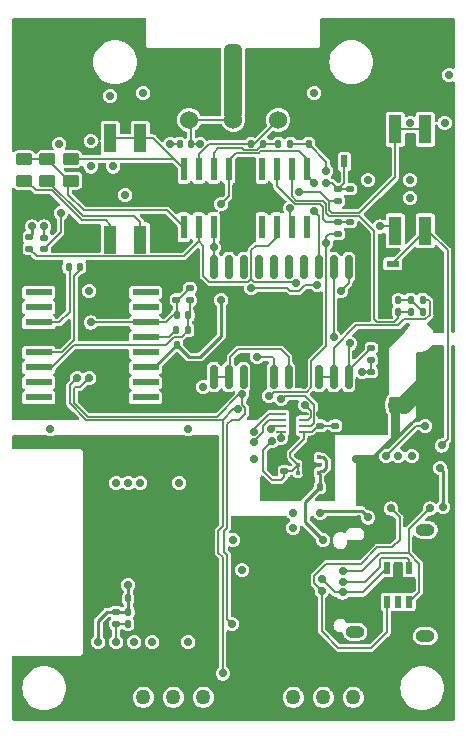
<source format=gbr>
%TF.GenerationSoftware,KiCad,Pcbnew,7.0.5*%
%TF.CreationDate,2023-06-26T09:37:40-04:00*%
%TF.ProjectId,ESP32Sensor-Sensor_board,45535033-3253-4656-9e73-6f722d53656e,rev?*%
%TF.SameCoordinates,Original*%
%TF.FileFunction,Copper,L4,Bot*%
%TF.FilePolarity,Positive*%
%FSLAX46Y46*%
G04 Gerber Fmt 4.6, Leading zero omitted, Abs format (unit mm)*
G04 Created by KiCad (PCBNEW 7.0.5) date 2023-06-26 09:37:40*
%MOMM*%
%LPD*%
G01*
G04 APERTURE LIST*
G04 Aperture macros list*
%AMRoundRect*
0 Rectangle with rounded corners*
0 $1 Rounding radius*
0 $2 $3 $4 $5 $6 $7 $8 $9 X,Y pos of 4 corners*
0 Add a 4 corners polygon primitive as box body*
4,1,4,$2,$3,$4,$5,$6,$7,$8,$9,$2,$3,0*
0 Add four circle primitives for the rounded corners*
1,1,$1+$1,$2,$3*
1,1,$1+$1,$4,$5*
1,1,$1+$1,$6,$7*
1,1,$1+$1,$8,$9*
0 Add four rect primitives between the rounded corners*
20,1,$1+$1,$2,$3,$4,$5,0*
20,1,$1+$1,$4,$5,$6,$7,0*
20,1,$1+$1,$6,$7,$8,$9,0*
20,1,$1+$1,$8,$9,$2,$3,0*%
G04 Aperture macros list end*
%TA.AperFunction,ComponentPad*%
%ADD10O,1.600000X1.000000*%
%TD*%
%TA.AperFunction,ComponentPad*%
%ADD11C,0.700000*%
%TD*%
%TA.AperFunction,SMDPad,CuDef*%
%ADD12R,0.500000X1.600000*%
%TD*%
%TA.AperFunction,ComponentPad*%
%ADD13C,1.270000*%
%TD*%
%TA.AperFunction,ComponentPad*%
%ADD14C,1.524000*%
%TD*%
%TA.AperFunction,ConnectorPad*%
%ADD15RoundRect,0.381000X-0.381000X-2.794000X0.381000X-2.794000X0.381000X2.794000X-0.381000X2.794000X0*%
%TD*%
%TA.AperFunction,SMDPad,CuDef*%
%ADD16RoundRect,0.147500X-0.172500X0.147500X-0.172500X-0.147500X0.172500X-0.147500X0.172500X0.147500X0*%
%TD*%
%TA.AperFunction,SMDPad,CuDef*%
%ADD17R,1.130000X2.440000*%
%TD*%
%TA.AperFunction,SMDPad,CuDef*%
%ADD18RoundRect,0.135000X-0.185000X0.135000X-0.185000X-0.135000X0.185000X-0.135000X0.185000X0.135000X0*%
%TD*%
%TA.AperFunction,SMDPad,CuDef*%
%ADD19RoundRect,0.135000X0.135000X0.185000X-0.135000X0.185000X-0.135000X-0.185000X0.135000X-0.185000X0*%
%TD*%
%TA.AperFunction,SMDPad,CuDef*%
%ADD20RoundRect,0.140000X0.140000X0.170000X-0.140000X0.170000X-0.140000X-0.170000X0.140000X-0.170000X0*%
%TD*%
%TA.AperFunction,SMDPad,CuDef*%
%ADD21RoundRect,0.147500X-0.147500X-0.172500X0.147500X-0.172500X0.147500X0.172500X-0.147500X0.172500X0*%
%TD*%
%TA.AperFunction,SMDPad,CuDef*%
%ADD22RoundRect,0.140000X-0.170000X0.140000X-0.170000X-0.140000X0.170000X-0.140000X0.170000X0.140000X0*%
%TD*%
%TA.AperFunction,SMDPad,CuDef*%
%ADD23R,0.600800X1.111200*%
%TD*%
%TA.AperFunction,SMDPad,CuDef*%
%ADD24R,0.558800X1.981200*%
%TD*%
%TA.AperFunction,SMDPad,CuDef*%
%ADD25RoundRect,0.135000X0.185000X-0.135000X0.185000X0.135000X-0.185000X0.135000X-0.185000X-0.135000X0*%
%TD*%
%TA.AperFunction,SMDPad,CuDef*%
%ADD26RoundRect,0.093750X-0.093750X-0.106250X0.093750X-0.106250X0.093750X0.106250X-0.093750X0.106250X0*%
%TD*%
%TA.AperFunction,SMDPad,CuDef*%
%ADD27R,1.000000X1.600000*%
%TD*%
%TA.AperFunction,SMDPad,CuDef*%
%ADD28RoundRect,0.135000X-0.135000X-0.185000X0.135000X-0.185000X0.135000X0.185000X-0.135000X0.185000X0*%
%TD*%
%TA.AperFunction,SMDPad,CuDef*%
%ADD29R,0.558800X1.066800*%
%TD*%
%TA.AperFunction,SMDPad,CuDef*%
%ADD30RoundRect,0.250000X-0.450000X0.262500X-0.450000X-0.262500X0.450000X-0.262500X0.450000X0.262500X0*%
%TD*%
%TA.AperFunction,SMDPad,CuDef*%
%ADD31R,1.111200X0.600800*%
%TD*%
%TA.AperFunction,SMDPad,CuDef*%
%ADD32RoundRect,0.147500X0.147500X0.172500X-0.147500X0.172500X-0.147500X-0.172500X0.147500X-0.172500X0*%
%TD*%
%TA.AperFunction,SMDPad,CuDef*%
%ADD33RoundRect,0.140000X0.170000X-0.140000X0.170000X0.140000X-0.170000X0.140000X-0.170000X-0.140000X0*%
%TD*%
%TA.AperFunction,SMDPad,CuDef*%
%ADD34RoundRect,0.250000X0.262500X0.450000X-0.262500X0.450000X-0.262500X-0.450000X0.262500X-0.450000X0*%
%TD*%
%TA.AperFunction,SMDPad,CuDef*%
%ADD35RoundRect,0.140000X-0.140000X-0.170000X0.140000X-0.170000X0.140000X0.170000X-0.140000X0.170000X0*%
%TD*%
%TA.AperFunction,SMDPad,CuDef*%
%ADD36RoundRect,0.150000X-0.150000X0.875000X-0.150000X-0.875000X0.150000X-0.875000X0.150000X0.875000X0*%
%TD*%
%TA.AperFunction,SMDPad,CuDef*%
%ADD37R,0.804800X0.249200*%
%TD*%
%TA.AperFunction,SMDPad,CuDef*%
%ADD38R,0.610000X2.200000*%
%TD*%
%TA.AperFunction,SMDPad,CuDef*%
%ADD39RoundRect,0.250000X0.450000X-0.262500X0.450000X0.262500X-0.450000X0.262500X-0.450000X-0.262500X0*%
%TD*%
%TA.AperFunction,SMDPad,CuDef*%
%ADD40R,2.311400X0.558800*%
%TD*%
%TA.AperFunction,ViaPad*%
%ADD41C,0.700000*%
%TD*%
%TA.AperFunction,Conductor*%
%ADD42C,0.254000*%
%TD*%
%TA.AperFunction,Conductor*%
%ADD43C,1.270000*%
%TD*%
%TA.AperFunction,Conductor*%
%ADD44C,0.762000*%
%TD*%
%TA.AperFunction,Conductor*%
%ADD45C,1.524000*%
%TD*%
%TA.AperFunction,Conductor*%
%ADD46C,0.127000*%
%TD*%
%TA.AperFunction,Conductor*%
%ADD47C,0.200000*%
%TD*%
G04 APERTURE END LIST*
D10*
%TO.P,J2,SH1*%
%TO.N,N/C*%
X10306000Y-52218000D03*
%TO.P,J2,SH2*%
X16256000Y-52578000D03*
%TO.P,J2,SH3*%
X16256000Y-43598000D03*
%TD*%
D11*
%TO.P,U5,7,PAD*%
%TO.N,GND*%
X4827500Y-45790000D03*
D12*
X4827500Y-46340000D03*
D11*
X4827500Y-46890000D03*
%TD*%
D13*
%TO.P,J5,1,1*%
%TO.N,GND*%
X-10160000Y-57785000D03*
%TO.P,J5,2,2*%
%TO.N,3.3V*%
X-7620000Y-57785000D03*
%TO.P,J5,3,3*%
%TO.N,SCL*%
X-5080000Y-57785000D03*
%TO.P,J5,4,4*%
%TO.N,SDA*%
X-2540000Y-57785000D03*
%TD*%
D14*
%TO.P,PD1,1,An*%
%TO.N,Net-(PD1-An)*%
X3810000Y-8890000D03*
%TO.P,PD1,2,Ca*%
%TO.N,The_better_5V*%
X-3746500Y-8890000D03*
D15*
%TO.P,PD1,3,Ca*%
X0Y-5715000D03*
D14*
X0Y-8890000D03*
%TD*%
D13*
%TO.P,J6,1,1*%
%TO.N,GND*%
X2540000Y-57785000D03*
%TO.P,J6,2,2*%
%TO.N,GPIO1*%
X5080000Y-57785000D03*
%TO.P,J6,3,3*%
%TO.N,GPIO2*%
X7620000Y-57785000D03*
%TO.P,J6,4,4*%
%TO.N,GPIO3*%
X10160000Y-57785000D03*
%TD*%
D16*
%TO.P,FB1,1*%
%TO.N,VBUS*%
X-17272000Y-18819000D03*
%TO.P,FB1,2*%
%TO.N,+Vs_For_Lock_in*%
X-17272000Y-19789000D03*
%TD*%
D17*
%TO.P,S3,1A*%
%TO.N,ESP_ADC*%
X16256000Y-18270000D03*
%TO.P,S3,1B*%
%TO.N,Net-(U9-OUT)*%
X16256000Y-9670000D03*
%TO.P,S3,2A*%
%TO.N,Sensor_Analog*%
X13716000Y-18270000D03*
%TO.P,S3,2B*%
%TO.N,Net-(U9-OUT)*%
X13716000Y-9670000D03*
%TD*%
D18*
%TO.P,R10,1*%
%TO.N,Net-(U8-SEL_B)*%
X11684000Y-30226000D03*
%TO.P,R10,2*%
%TO.N,Sensor_GND*%
X11684000Y-31246000D03*
%TD*%
D19*
%TO.P,R8,1*%
%TO.N,The_better_GND*%
X4828000Y-10922000D03*
%TO.P,R8,2*%
%TO.N,Net-(U7-+IN)*%
X3808000Y-10922000D03*
%TD*%
D20*
%TO.P,C17,1*%
%TO.N,GND*%
X-7930000Y-50546000D03*
%TO.P,C17,2*%
%TO.N,3.3V*%
X-8890000Y-50546000D03*
%TD*%
D21*
%TO.P,FB3,1*%
%TO.N,5V*%
X-4549000Y-10922000D03*
%TO.P,FB3,2*%
%TO.N,The_better_5V*%
X-3579000Y-10922000D03*
%TD*%
D22*
%TO.P,C8,1*%
%TO.N,Sensor_GND*%
X7366000Y-33810000D03*
%TO.P,C8,2*%
%TO.N,5V*%
X7366000Y-34770000D03*
%TD*%
D23*
%TO.P,CR1,1*%
%TO.N,Sensor_Analog*%
X9398000Y-12393000D03*
%TO.P,CR1,2*%
%TO.N,Sensor_GND*%
X9398000Y-8943000D03*
%TD*%
D17*
%TO.P,S2,1A*%
%TO.N,Net-(R6-Pad2)*%
X-10414000Y-10432000D03*
%TO.P,S2,1B*%
%TO.N,Net-(R4-Pad2)*%
X-10414000Y-19032000D03*
%TO.P,S2,2A*%
%TO.N,Net-(R6-Pad2)*%
X-7874000Y-10432000D03*
%TO.P,S2,2B*%
%TO.N,Net-(R5-Pad2)*%
X-7874000Y-19032000D03*
%TD*%
D24*
%TO.P,U7,1,RG*%
%TO.N,Net-(R6-Pad2)*%
X-4191000Y-13030200D03*
%TO.P,U7,2,-IN*%
%TO.N,Net-(PD1-An)*%
X-2921000Y-13030200D03*
%TO.P,U7,3,+IN*%
%TO.N,Net-(U7-+IN)*%
X-1651000Y-13030200D03*
%TO.P,U7,4,-VS*%
%TO.N,-Vs_For_Lock_in*%
X-381000Y-13030200D03*
%TO.P,U7,5,REF*%
%TO.N,Sensor_GND*%
X-381000Y-17957800D03*
%TO.P,U7,6,OUTPUT*%
%TO.N,Sensor_First_stage*%
X-1651000Y-17957800D03*
%TO.P,U7,7,+VS*%
%TO.N,+Vs_For_Lock_in*%
X-2921000Y-17957800D03*
%TO.P,U7,8,RG*%
%TO.N,Net-(R4-Pad1)*%
X-4191000Y-17957800D03*
%TD*%
D18*
%TO.P,R11,1*%
%TO.N,Net-(U9--IN)*%
X9906000Y-17524000D03*
%TO.P,R11,2*%
%TO.N,Sensor_GND*%
X9906000Y-18544000D03*
%TD*%
%TO.P,R12,1*%
%TO.N,Net-(U9--IN)*%
X8890000Y-17524000D03*
%TO.P,R12,2*%
%TO.N,Sensor_Analog*%
X8890000Y-18544000D03*
%TD*%
D25*
%TO.P,R18,1*%
%TO.N,Net-(U9-OUT)*%
X8890000Y-15748000D03*
%TO.P,R18,2*%
%TO.N,Sensor_Analog*%
X8890000Y-14728000D03*
%TD*%
D19*
%TO.P,R13,1*%
%TO.N,Sensor_Second_stage*%
X16032000Y-24130000D03*
%TO.P,R13,2*%
%TO.N,Net-(C6-Pad1)*%
X15012000Y-24130000D03*
%TD*%
D24*
%TO.P,U9,1,VOSTRIM*%
%TO.N,unconnected-(U9-VOSTRIM-Pad1)*%
X2413000Y-13030200D03*
%TO.P,U9,2,-IN*%
%TO.N,Net-(U9--IN)*%
X3683000Y-13030200D03*
%TO.P,U9,3,+IN*%
%TO.N,Net-(U9-+IN)*%
X4953000Y-13030200D03*
%TO.P,U9,4,V-*%
%TO.N,-Vs_For_Lock_in*%
X6223000Y-13030200D03*
%TO.P,U9,5,NC*%
%TO.N,unconnected-(U9-NC-Pad5)*%
X6223000Y-17957800D03*
%TO.P,U9,6,OUT*%
%TO.N,Net-(U9-OUT)*%
X4953000Y-17957800D03*
%TO.P,U9,7,V+*%
%TO.N,+Vs_For_Lock_in*%
X3683000Y-17957800D03*
%TO.P,U9,8,VOSTRIM*%
%TO.N,unconnected-(U9-VOSTRIM-Pad8)*%
X2413000Y-17957800D03*
%TD*%
D19*
%TO.P,R14,1*%
%TO.N,Net-(C6-Pad1)*%
X16032000Y-25146000D03*
%TO.P,R14,2*%
%TO.N,Net-(U9-+IN)*%
X15012000Y-25146000D03*
%TD*%
D26*
%TO.P,U12,1,OUT*%
%TO.N,5V*%
X5462500Y-38750000D03*
%TO.P,U12,2,SNS*%
X5462500Y-38100000D03*
%TO.P,U12,3,GND*%
%TO.N,Sensor_GND*%
X5462500Y-37450000D03*
%TO.P,U12,4,EN*%
%TO.N,VBUS*%
X7237500Y-37450000D03*
%TO.P,U12,5,GND*%
%TO.N,Sensor_GND*%
X7237500Y-38100000D03*
%TO.P,U12,6,IN*%
%TO.N,VBUS*%
X7237500Y-38750000D03*
D11*
%TO.P,U12,7,PAD*%
%TO.N,Sensor_GND*%
X6350000Y-37550000D03*
D27*
X6350000Y-38100000D03*
D11*
X6350000Y-38650000D03*
%TD*%
D28*
%TO.P,R15,1*%
%TO.N,Net-(U11-VREF)*%
X-4826000Y-26670000D03*
%TO.P,R15,2*%
%TO.N,Net-(U11-FB{slash}SD)*%
X-3806000Y-26670000D03*
%TD*%
D29*
%TO.P,CR3,1,1*%
%TO.N,D-*%
X13030200Y-46837600D03*
%TO.P,CR3,2,2*%
%TO.N,GND*%
X13970000Y-46837600D03*
%TO.P,CR3,3,3*%
%TO.N,D+*%
X14909800Y-46837600D03*
%TO.P,CR3,4,4*%
%TO.N,CC2*%
X14909800Y-49682400D03*
%TO.P,CR3,5,5*%
%TO.N,unconnected-(CR3-Pad5)*%
X13970000Y-49682400D03*
%TO.P,CR3,6,6*%
%TO.N,CC1*%
X13030200Y-49682400D03*
%TD*%
D30*
%TO.P,R5,1*%
%TO.N,Net-(R4-Pad1)*%
X-15755548Y-12218720D03*
%TO.P,R5,2*%
%TO.N,Net-(R5-Pad2)*%
X-15755548Y-14043720D03*
%TD*%
D31*
%TO.P,CR2,1*%
%TO.N,ESP_ADC*%
X13515000Y-21082000D03*
%TO.P,CR2,2*%
%TO.N,Sensor_GND*%
X16965000Y-21082000D03*
%TD*%
D32*
%TO.P,FB4,1*%
%TO.N,Sensor_GND*%
X7343000Y-10922000D03*
%TO.P,FB4,2*%
%TO.N,The_better_GND*%
X6373000Y-10922000D03*
%TD*%
D20*
%TO.P,C18,1*%
%TO.N,GND*%
X-7958000Y-51562000D03*
%TO.P,C18,2*%
%TO.N,ESP_EN*%
X-8918000Y-51562000D03*
%TD*%
D33*
%TO.P,C14,1*%
%TO.N,5V*%
X4318000Y-38622000D03*
%TO.P,C14,2*%
%TO.N,Sensor_GND*%
X4318000Y-37662000D03*
%TD*%
D20*
%TO.P,C6,1*%
%TO.N,Net-(C6-Pad1)*%
X13970000Y-24130000D03*
%TO.P,C6,2*%
%TO.N,Sensor_GND*%
X13010000Y-24130000D03*
%TD*%
D34*
%TO.P,R17,1*%
%TO.N,GND*%
X13716000Y-33020000D03*
%TO.P,R17,2*%
%TO.N,Sensor_GND*%
X11891000Y-33020000D03*
%TD*%
D30*
%TO.P,R4,1*%
%TO.N,Net-(R4-Pad1)*%
X-17716053Y-12207644D03*
%TO.P,R4,2*%
%TO.N,Net-(R4-Pad2)*%
X-17716053Y-14032644D03*
%TD*%
D16*
%TO.P,FB2,1*%
%TO.N,-VBUS*%
X-16002000Y-18842000D03*
%TO.P,FB2,2*%
%TO.N,-Vs_For_Lock_in*%
X-16002000Y-19812000D03*
%TD*%
D35*
%TO.P,C12,1*%
%TO.N,-VBUS*%
X-4768000Y-25400000D03*
%TO.P,C12,2*%
%TO.N,Net-(U11-FB{slash}SD)*%
X-3808000Y-25400000D03*
%TD*%
D25*
%TO.P,R19,1*%
%TO.N,Sensor_GND*%
X9906000Y-15750000D03*
%TO.P,R19,2*%
%TO.N,Sensor_Analog*%
X9906000Y-14730000D03*
%TD*%
D36*
%TO.P,U8,1,R_{in}A*%
%TO.N,Sensor_First_stage*%
X-1651000Y-21336000D03*
%TO.P,U8,2,CHA+*%
%TO.N,unconnected-(U8-CHA+-Pad2)*%
X-381000Y-21336000D03*
%TO.P,U8,3,DIFF_OFF_ADJ1*%
%TO.N,unconnected-(U8-DIFF_OFF_ADJ1-Pad3)*%
X889000Y-21336000D03*
%TO.P,U8,4,DIFF_OFF_ADJ2*%
%TO.N,unconnected-(U8-DIFF_OFF_ADJ2-Pad4)*%
X2159000Y-21336000D03*
%TO.P,U8,5,CM_OFF_ADJ1*%
%TO.N,unconnected-(U8-CM_OFF_ADJ1-Pad5)*%
X3429000Y-21336000D03*
%TO.P,U8,6,CM_OFF_ADJ2*%
%TO.N,unconnected-(U8-CM_OFF_ADJ2-Pad6)*%
X4699000Y-21336000D03*
%TO.P,U8,7,B/~{A}*%
%TO.N,unconnected-(U8-B{slash}~{A}-Pad7)*%
X5969000Y-21336000D03*
%TO.P,U8,8,-V_{S}*%
%TO.N,-Vs_For_Lock_in*%
X7239000Y-21336000D03*
%TO.P,U8,9,SEL_B*%
%TO.N,Net-(U8-SEL_B)*%
X8509000Y-21336000D03*
%TO.P,U8,10,SEL_A*%
%TO.N,LED_REF*%
X9779000Y-21336000D03*
%TO.P,U8,11,+V_{S}*%
%TO.N,+Vs_For_Lock_in*%
X9779000Y-30636000D03*
%TO.P,U8,12,COMP*%
%TO.N,Sensor_Second_stage*%
X8509000Y-30636000D03*
%TO.P,U8,13,V_{OUT}*%
X7239000Y-30636000D03*
%TO.P,U8,14,R_{B}*%
%TO.N,Sensor_GND*%
X5969000Y-30636000D03*
%TO.P,U8,15,R_{F}*%
%TO.N,Net-(U8-CHA-)*%
X4699000Y-30636000D03*
%TO.P,U8,16,R_{A}*%
%TO.N,Sensor_First_stage*%
X3429000Y-30636000D03*
%TO.P,U8,17,R_{in}B*%
%TO.N,Sensor_GND*%
X2159000Y-30636000D03*
%TO.P,U8,18,CHB+*%
%TO.N,unconnected-(U8-CHB+-Pad18)*%
X889000Y-30636000D03*
%TO.P,U8,19,CHB-*%
%TO.N,Net-(U8-CHA-)*%
X-381000Y-30636000D03*
%TO.P,U8,20,CHA-*%
X-1651000Y-30636000D03*
%TD*%
D18*
%TO.P,R20,1*%
%TO.N,3.3V*%
X-9934000Y-50544000D03*
%TO.P,R20,2*%
%TO.N,ESP_EN*%
X-9934000Y-51564000D03*
%TD*%
D37*
%TO.P,U10,1,GND*%
%TO.N,Sensor_GND*%
X5968802Y-33782000D03*
%TO.P,U10,2,REF-*%
%TO.N,The_better_GND*%
X5968802Y-34282001D03*
%TO.P,U10,3,REF+*%
%TO.N,The_better_5V*%
X5968802Y-34782001D03*
%TO.P,U10,4,VCC*%
%TO.N,5V*%
X5968802Y-35282002D03*
%TO.P,U10,5,IN-*%
%TO.N,The_better_GND*%
X4064000Y-35282002D03*
%TO.P,U10,6,IN+*%
%TO.N,Sensor_Analog*%
X4064000Y-34782001D03*
%TO.P,U10,7,SCL*%
%TO.N,SCL*%
X4064000Y-34282001D03*
%TO.P,U10,8,SDA*%
%TO.N,SDA*%
X4064000Y-33782000D03*
D38*
%TO.P,U10,9,EPAD*%
%TO.N,Sensor_GND*%
X5016401Y-34532001D03*
%TD*%
D18*
%TO.P,R9,1*%
%TO.N,+Vs_For_Lock_in*%
X11684000Y-28194000D03*
%TO.P,R9,2*%
%TO.N,Net-(U8-SEL_B)*%
X11684000Y-29214000D03*
%TD*%
D20*
%TO.P,C10,1*%
%TO.N,Sensor_GND*%
X-3836000Y-27940000D03*
%TO.P,C10,2*%
%TO.N,VBUS*%
X-4796000Y-27940000D03*
%TD*%
D35*
%TO.P,C11,1*%
%TO.N,Net-(U11-CAP-)*%
X-13942000Y-21336000D03*
%TO.P,C11,2*%
%TO.N,Net-(U11-CAP+)*%
X-12982000Y-21336000D03*
%TD*%
D20*
%TO.P,C13,1*%
%TO.N,VBUS*%
X7338000Y-39986000D03*
%TO.P,C13,2*%
%TO.N,Sensor_GND*%
X6378000Y-39986000D03*
%TD*%
D28*
%TO.P,R7,1*%
%TO.N,Net-(PD1-An)*%
X1522000Y-10922000D03*
%TO.P,R7,2*%
%TO.N,Net-(U7-+IN)*%
X2542000Y-10922000D03*
%TD*%
D39*
%TO.P,R6,1*%
%TO.N,Net-(R4-Pad1)*%
X-13716000Y-14017000D03*
%TO.P,R6,2*%
%TO.N,Net-(R6-Pad2)*%
X-13716000Y-12192000D03*
%TD*%
D40*
%TO.P,U11,1,NC*%
%TO.N,unconnected-(U11-NC-Pad1)*%
X-16459200Y-32385000D03*
%TO.P,U11,2,NC*%
%TO.N,unconnected-(U11-NC-Pad2)*%
X-16459200Y-31115000D03*
%TO.P,U11,3,FB/SD*%
%TO.N,Net-(U11-FB{slash}SD)*%
X-16459200Y-29845000D03*
%TO.P,U11,4,CAP+*%
%TO.N,Net-(U11-CAP+)*%
X-16459200Y-28575000D03*
%TO.P,U11,5,GND*%
%TO.N,Sensor_GND*%
X-16459200Y-27305000D03*
%TO.P,U11,6,CAP-*%
%TO.N,Net-(U11-CAP-)*%
X-16459200Y-26035000D03*
%TO.P,U11,7,NC*%
%TO.N,unconnected-(U11-NC-Pad7)*%
X-16459200Y-24765000D03*
%TO.P,U11,8,NC*%
%TO.N,unconnected-(U11-NC-Pad8)*%
X-16459200Y-23495000D03*
%TO.P,U11,9,NC*%
%TO.N,unconnected-(U11-NC-Pad9)*%
X-7416800Y-23495000D03*
%TO.P,U11,10,NC*%
%TO.N,unconnected-(U11-NC-Pad10)*%
X-7416800Y-24765000D03*
%TO.P,U11,11,VOUT*%
%TO.N,-VBUS*%
X-7416800Y-26035000D03*
%TO.P,U11,12,VREF*%
%TO.N,Net-(U11-VREF)*%
X-7416800Y-27305000D03*
%TO.P,U11,13,OSC*%
%TO.N,unconnected-(U11-OSC-Pad13)*%
X-7416800Y-28575000D03*
%TO.P,U11,14,VCC*%
%TO.N,VBUS*%
X-7416800Y-29845000D03*
%TO.P,U11,15,NC*%
%TO.N,unconnected-(U11-NC-Pad15)*%
X-7416800Y-31115000D03*
%TO.P,U11,16,NC*%
%TO.N,unconnected-(U11-NC-Pad16)*%
X-7416800Y-32385000D03*
%TD*%
D33*
%TO.P,C15,1*%
%TO.N,-VBUS*%
X-4824000Y-24102000D03*
%TO.P,C15,2*%
%TO.N,Sensor_GND*%
X-4824000Y-23142000D03*
%TD*%
D20*
%TO.P,C16,1*%
%TO.N,GND*%
X-7958000Y-49400000D03*
%TO.P,C16,2*%
%TO.N,3.3V*%
X-8918000Y-49400000D03*
%TD*%
D22*
%TO.P,C9,1*%
%TO.N,Sensor_GND*%
X8636000Y-33810000D03*
%TO.P,C9,2*%
%TO.N,5V*%
X8636000Y-34770000D03*
%TD*%
D18*
%TO.P,R16,1*%
%TO.N,-VBUS*%
X-3683000Y-23112000D03*
%TO.P,R16,2*%
%TO.N,Net-(U11-FB{slash}SD)*%
X-3683000Y-24132000D03*
%TD*%
D20*
%TO.P,C7,1*%
%TO.N,Net-(U9-+IN)*%
X13970000Y-25146000D03*
%TO.P,C7,2*%
%TO.N,Sensor_GND*%
X13010000Y-25146000D03*
%TD*%
D41*
%TO.N,3.3V*%
X0Y-44450000D03*
X-3810000Y-35052000D03*
X11430000Y-42545000D03*
X7366000Y-42164000D03*
X-11430000Y-53086000D03*
X-8890000Y-48260000D03*
%TO.N,GND*%
X8128000Y-51816000D03*
X-14732000Y-10922000D03*
X16510000Y-30988000D03*
X11430000Y-13970000D03*
X11938000Y-38354000D03*
X14986000Y-13970000D03*
X-9144000Y-15240000D03*
X14986000Y-15494000D03*
X10160000Y-44958000D03*
X-2540000Y-31496000D03*
X-12192000Y-23368000D03*
X4826000Y-51562000D03*
X6858000Y-6604000D03*
X-7620000Y-6604000D03*
X10414000Y-37592000D03*
%TO.N,CC1*%
X7493000Y-48768000D03*
X13335000Y-41783000D03*
%TO.N,D+*%
X9271000Y-48006000D03*
X5080000Y-43434000D03*
%TO.N,D-*%
X9271000Y-48895000D03*
X7493000Y-47752000D03*
X5080000Y-42164000D03*
%TO.N,CC2*%
X9271000Y-47117000D03*
X16637000Y-41783000D03*
%TO.N,GPIO9*%
X-889000Y-55753000D03*
X-13208000Y-30734000D03*
X381000Y-33401000D03*
%TO.N,ESP_EN*%
X762000Y-32131000D03*
X-12192000Y-30734000D03*
X-9906000Y-53086000D03*
X-127000Y-51562000D03*
%TO.N,INT*%
X15113000Y-37338000D03*
X1778000Y-37592000D03*
X18288000Y-5080000D03*
%TO.N,SCL*%
X17893700Y-9144000D03*
X-8382000Y-53086000D03*
X13970000Y-37338000D03*
X1778000Y-36195000D03*
%TO.N,SDA*%
X14986000Y-9144000D03*
X-6858000Y-53086000D03*
X16256000Y-34798000D03*
X1778000Y-35306000D03*
X12954000Y-37338000D03*
%TO.N,LED_REF*%
X-12065000Y-12827000D03*
X-12065000Y-10668000D03*
X762000Y-46990000D03*
X9144000Y-23368000D03*
X7112000Y-22860000D03*
X1524000Y-23114000D03*
%TO.N,ESP_LED_REF_INV*%
X-10414000Y-6858000D03*
X-10160000Y-12827000D03*
%TO.N,5V*%
X3302000Y-36068000D03*
X-5334000Y-10922000D03*
%TO.N,Sensor_Analog*%
X7874000Y-14224000D03*
X3048000Y-32258000D03*
X12446000Y-17907000D03*
X3162085Y-35042772D03*
X7874000Y-19304000D03*
%TO.N,Net-(U9-OUT)*%
X5588000Y-14986000D03*
X4826000Y-16383000D03*
%TO.N,+Vs_For_Lock_in*%
X5334000Y-22733000D03*
X9906000Y-27813000D03*
%TO.N,-Vs_For_Lock_in*%
X6858000Y-14224000D03*
X-1016000Y-16002000D03*
X-14605000Y-16764000D03*
X6858000Y-16637000D03*
%TO.N,The_better_5V*%
X4064000Y-32512000D03*
X-2794000Y-10922000D03*
%TO.N,The_better_GND*%
X4064000Y-35814000D03*
X7874000Y-13208000D03*
X6096000Y-33020000D03*
%TO.N,ESP_ADC*%
X17653000Y-36449000D03*
X-4572000Y-39624000D03*
%TO.N,Sensor_First_stage*%
X2032000Y-28956000D03*
X-1651000Y-19685000D03*
%TO.N,Net-(U8-SEL_B)*%
X10922000Y-30226000D03*
X8509000Y-27305000D03*
%TO.N,GPIO1*%
X-9906000Y-39624000D03*
%TO.N,GPIO2*%
X-8890000Y-39624000D03*
%TO.N,GPIO3*%
X-7874000Y-39624000D03*
%TO.N,ESP_PWM_DIM*%
X-15494000Y-35052000D03*
X-3810000Y-53086000D03*
%TO.N,VBUS*%
X-17018000Y-17907000D03*
X-1016000Y-24130000D03*
X7620000Y-44450000D03*
X17780000Y-41656000D03*
X17526000Y-38354000D03*
%TO.N,Sensor_GND*%
X-12700000Y-19050000D03*
X12700000Y-23368000D03*
X11430000Y-27178000D03*
X12446000Y-16510000D03*
X-6096000Y-19050000D03*
X3302000Y-38354000D03*
X-12192000Y-24638000D03*
X1016000Y-13208000D03*
X-8890000Y-7874000D03*
X-7366000Y-13716000D03*
X-14732000Y-26924000D03*
X11176000Y-23876000D03*
X4572000Y-24384000D03*
X7112000Y-36068000D03*
X16002000Y-21082000D03*
X-2540000Y-23876000D03*
X1016000Y-15494000D03*
X10922000Y-15240000D03*
X-3048000Y-15240000D03*
X7874000Y-32766000D03*
%TO.N,-VBUS*%
X-16002000Y-17907000D03*
X-12065000Y-26035000D03*
%TD*%
D42*
%TO.N,3.3V*%
X-9936000Y-50546000D02*
X-10668000Y-50546000D01*
X10858500Y-41973500D02*
X7556500Y-41973500D01*
X-8890000Y-50546000D02*
X-8890000Y-49428000D01*
X-8890000Y-49428000D02*
X-8918000Y-49400000D01*
X7556500Y-41973500D02*
X7366000Y-42164000D01*
X-8890000Y-49372000D02*
X-8918000Y-49400000D01*
X-8890000Y-50546000D02*
X-9932000Y-50546000D01*
X-8890000Y-48260000D02*
X-8890000Y-49372000D01*
X-9932000Y-50546000D02*
X-9934000Y-50544000D01*
X-9934000Y-50544000D02*
X-9936000Y-50546000D01*
X-11430000Y-51308000D02*
X-11430000Y-53086000D01*
X11430000Y-42545000D02*
X10858500Y-41973500D01*
X-10668000Y-50546000D02*
X-11430000Y-51308000D01*
D43*
%TO.N,GND*%
X13716000Y-33020000D02*
X14478000Y-33020000D01*
D44*
X13716000Y-33020000D02*
X13716000Y-35560000D01*
D42*
X11938000Y-38354000D02*
X11938000Y-37338000D01*
X13716000Y-35560000D02*
X11938000Y-37338000D01*
D45*
X14478000Y-33020000D02*
X16510000Y-30988000D01*
D42*
X11938000Y-37338000D02*
X10668000Y-37338000D01*
X10668000Y-37338000D02*
X10414000Y-37592000D01*
D46*
%TO.N,CC1*%
X6858000Y-48133000D02*
X7493000Y-48768000D01*
X13030200Y-52247800D02*
X11684000Y-53594000D01*
X11684000Y-53594000D02*
X8890000Y-53594000D01*
X8890000Y-53594000D02*
X7493000Y-52197000D01*
X14097000Y-44450000D02*
X13462000Y-45085000D01*
X10795000Y-46482000D02*
X7874000Y-46482000D01*
X14097000Y-42545000D02*
X14097000Y-44450000D01*
X13335000Y-41783000D02*
X14097000Y-42545000D01*
X13462000Y-45085000D02*
X12192000Y-45085000D01*
X7874000Y-46482000D02*
X6858000Y-47498000D01*
X12192000Y-45085000D02*
X10795000Y-46482000D01*
X7493000Y-52197000D02*
X7493000Y-48768000D01*
X6858000Y-47498000D02*
X6858000Y-48133000D01*
X13030200Y-49682400D02*
X13030200Y-52247800D01*
D47*
%TO.N,D+*%
X12573000Y-45974000D02*
X14732000Y-45974000D01*
X12446000Y-46101000D02*
X12573000Y-45974000D01*
X9271000Y-48006000D02*
X11176000Y-48006000D01*
X12446000Y-46736000D02*
X12446000Y-46101000D01*
X11176000Y-48006000D02*
X12446000Y-46736000D01*
X14909800Y-46151800D02*
X14909800Y-46837600D01*
X14732000Y-45974000D02*
X14909800Y-46151800D01*
%TO.N,D-*%
X10972800Y-48895000D02*
X13030200Y-46837600D01*
X8636000Y-48895000D02*
X7493000Y-47752000D01*
X9271000Y-48895000D02*
X8636000Y-48895000D01*
X9271000Y-48895000D02*
X10972800Y-48895000D01*
D46*
%TO.N,CC2*%
X10922000Y-47117000D02*
X12446000Y-45593000D01*
X12446000Y-45593000D02*
X14859000Y-45593000D01*
X15748000Y-46482000D02*
X15748000Y-48844200D01*
X14859000Y-43561000D02*
X14859000Y-45593000D01*
X16637000Y-41783000D02*
X14859000Y-43561000D01*
X14859000Y-45593000D02*
X15748000Y-46482000D01*
X9271000Y-47117000D02*
X10922000Y-47117000D01*
X15748000Y-48844200D02*
X14909800Y-49682400D01*
%TO.N,GPIO9*%
X-889000Y-43307000D02*
X-1270000Y-43688000D01*
X-1270000Y-45529500D02*
X-889000Y-45910500D01*
X-889000Y-34290000D02*
X-889000Y-43307000D01*
X-12446000Y-34290000D02*
X-13843000Y-32893000D01*
X0Y-33401000D02*
X381000Y-33401000D01*
X-889000Y-45910500D02*
X-889000Y-55753000D01*
X-889000Y-34290000D02*
X0Y-33401000D01*
X-13843000Y-31369000D02*
X-13208000Y-30734000D01*
X-1270000Y-43688000D02*
X-1270000Y-45529500D01*
X-13843000Y-32893000D02*
X-13843000Y-31369000D01*
X-889000Y-34290000D02*
X-12446000Y-34290000D01*
%TO.N,ESP_EN*%
X-8920000Y-51564000D02*
X-8918000Y-51562000D01*
X-9934000Y-51564000D02*
X-8920000Y-51564000D01*
X-13335000Y-31496000D02*
X-12954000Y-31496000D01*
X1016000Y-33274000D02*
X1016000Y-33782000D01*
X-762000Y-45466000D02*
X-508000Y-45720000D01*
X-12954000Y-31496000D02*
X-12192000Y-30734000D01*
X1016000Y-33782000D02*
X508000Y-34290000D01*
X-127000Y-34290000D02*
X-508000Y-34671000D01*
X-508000Y-51181000D02*
X-127000Y-51562000D01*
X508000Y-32131000D02*
X-1397000Y-34036000D01*
X762000Y-32131000D02*
X508000Y-32131000D01*
X-13462000Y-31623000D02*
X-13335000Y-31496000D01*
X-762000Y-43688000D02*
X-762000Y-45466000D01*
X-9934000Y-53058000D02*
X-9906000Y-53086000D01*
X-12319000Y-34036000D02*
X-13462000Y-32893000D01*
X-9934000Y-51564000D02*
X-9934000Y-53058000D01*
X-1397000Y-34036000D02*
X-12319000Y-34036000D01*
X762000Y-33020000D02*
X1016000Y-33274000D01*
X-508000Y-34671000D02*
X-508000Y-43434000D01*
X762000Y-32131000D02*
X762000Y-33020000D01*
X-508000Y-43434000D02*
X-762000Y-43688000D01*
X508000Y-34290000D02*
X-127000Y-34290000D01*
X-508000Y-45720000D02*
X-508000Y-51181000D01*
X-13462000Y-32893000D02*
X-13462000Y-31623000D01*
%TO.N,SCL*%
X3048000Y-34290000D02*
X4056001Y-34290000D01*
X1778000Y-36068000D02*
X2540000Y-35306000D01*
X2540000Y-34798000D02*
X3048000Y-34290000D01*
X4056001Y-34290000D02*
X4064000Y-34282001D01*
X1778000Y-36195000D02*
X1778000Y-36068000D01*
X2540000Y-35306000D02*
X2540000Y-34798000D01*
%TO.N,SDA*%
X1778000Y-35052000D02*
X1778000Y-35306000D01*
X16256000Y-34798000D02*
X15494000Y-34798000D01*
X15494000Y-34798000D02*
X12954000Y-37338000D01*
X3048000Y-33782000D02*
X1778000Y-35052000D01*
X3048000Y-33782000D02*
X4064000Y-33782000D01*
%TO.N,LED_REF*%
X4572000Y-23114000D02*
X1524000Y-23114000D01*
X6096000Y-22860000D02*
X5588000Y-23368000D01*
X5588000Y-23368000D02*
X4826000Y-23368000D01*
X9779000Y-22733000D02*
X9779000Y-21336000D01*
X4826000Y-23368000D02*
X4572000Y-23114000D01*
X7112000Y-22860000D02*
X6096000Y-22860000D01*
X9144000Y-23368000D02*
X9779000Y-22733000D01*
%TO.N,5V*%
X3302000Y-39370000D02*
X4064000Y-39370000D01*
X7140000Y-34770000D02*
X6627998Y-35282002D01*
X2540000Y-38608000D02*
X3302000Y-39370000D01*
X-4549000Y-10922000D02*
X-5334000Y-10922000D01*
X5462500Y-38750000D02*
X5462500Y-38100000D01*
X4318000Y-38622000D02*
X4940500Y-38622000D01*
X5462500Y-38100000D02*
X4826000Y-37463500D01*
X5968802Y-35941198D02*
X5968802Y-35282002D01*
X6627998Y-35282002D02*
X5968802Y-35282002D01*
X4826000Y-37463500D02*
X4826000Y-37084000D01*
X2540000Y-36830000D02*
X2540000Y-38608000D01*
X7366000Y-34770000D02*
X7140000Y-34770000D01*
X4064000Y-39370000D02*
X4318000Y-39116000D01*
X4826000Y-37084000D02*
X5968802Y-35941198D01*
X8636000Y-34770000D02*
X7366000Y-34770000D01*
X3302000Y-36068000D02*
X2540000Y-36830000D01*
X4940500Y-38622000D02*
X5462500Y-38100000D01*
X4318000Y-39116000D02*
X4318000Y-38622000D01*
%TO.N,Net-(C6-Pad1)*%
X16032000Y-25146000D02*
X16028000Y-25146000D01*
X13970000Y-24130000D02*
X15012000Y-24130000D01*
X16028000Y-25146000D02*
X15012000Y-24130000D01*
%TO.N,Sensor_Analog*%
X9398000Y-12393000D02*
X9398000Y-14220000D01*
X9906000Y-14730000D02*
X8892000Y-14730000D01*
X7874000Y-14224000D02*
X8386000Y-14224000D01*
X8126000Y-18544000D02*
X8890000Y-18544000D01*
X6214960Y-31885040D02*
X6604000Y-31496000D01*
X6604000Y-31496000D02*
X6604000Y-29337000D01*
X3048000Y-32258000D02*
X3420960Y-31885040D01*
X3420960Y-31885040D02*
X6214960Y-31885040D01*
X3317999Y-34782001D02*
X4064000Y-34782001D01*
X8386000Y-14224000D02*
X8890000Y-14728000D01*
X7874000Y-28067000D02*
X7874000Y-19304000D01*
X6604000Y-29337000D02*
X7874000Y-28067000D01*
X8892000Y-14730000D02*
X8890000Y-14728000D01*
X13353000Y-17907000D02*
X13716000Y-18270000D01*
X12446000Y-17907000D02*
X13353000Y-17907000D01*
X3162085Y-34937915D02*
X3317999Y-34782001D01*
X7874000Y-19304000D02*
X7874000Y-18796000D01*
X3162085Y-35042772D02*
X3162085Y-34937915D01*
X7874000Y-18796000D02*
X8126000Y-18544000D01*
X9398000Y-14220000D02*
X8890000Y-14728000D01*
%TO.N,Net-(U9-OUT)*%
X10668000Y-16764000D02*
X8382000Y-16764000D01*
X8128000Y-15748000D02*
X7874000Y-15494000D01*
X8128000Y-16510000D02*
X8128000Y-15748000D01*
X13716000Y-9670000D02*
X13716000Y-13716000D01*
X16256000Y-9670000D02*
X13716000Y-9670000D01*
X8382000Y-16764000D02*
X8128000Y-16510000D01*
X7874000Y-15494000D02*
X7366000Y-14986000D01*
X8890000Y-15748000D02*
X8128000Y-15748000D01*
X4826000Y-17830800D02*
X4953000Y-17957800D01*
X7366000Y-14986000D02*
X5588000Y-14986000D01*
X13716000Y-13716000D02*
X10668000Y-16764000D01*
X4826000Y-16383000D02*
X4826000Y-17830800D01*
%TO.N,+Vs_For_Lock_in*%
X9779000Y-30099000D02*
X11684000Y-28194000D01*
X-17272000Y-19789000D02*
X-16614000Y-20447000D01*
X-2032000Y-22606000D02*
X1270000Y-22606000D01*
X1270000Y-22606000D02*
X1524000Y-22352000D01*
X1524000Y-22352000D02*
X1524000Y-19939000D01*
X9779000Y-27940000D02*
X9906000Y-27813000D01*
X9779000Y-30636000D02*
X9779000Y-30099000D01*
X-2540000Y-22098000D02*
X-2032000Y-22606000D01*
X1524000Y-19939000D02*
X1905000Y-19558000D01*
X-2540000Y-19558000D02*
X-2921000Y-19177000D01*
X3683000Y-18796000D02*
X2921000Y-19558000D01*
X-2540000Y-19558000D02*
X-2540000Y-22098000D01*
X5334000Y-22733000D02*
X5207000Y-22606000D01*
X3683000Y-17957800D02*
X3683000Y-18796000D01*
X-16614000Y-20447000D02*
X-4191000Y-20447000D01*
X9779000Y-30636000D02*
X9779000Y-27940000D01*
X5207000Y-22606000D02*
X1778000Y-22606000D01*
X-2921000Y-19177000D02*
X-2921000Y-17957800D01*
X-4191000Y-20447000D02*
X-2921000Y-19177000D01*
X1778000Y-22606000D02*
X1524000Y-22352000D01*
X2921000Y-19558000D02*
X1905000Y-19558000D01*
%TO.N,-Vs_For_Lock_in*%
X2286000Y-11557000D02*
X5588000Y-11557000D01*
X2159000Y-11684000D02*
X2286000Y-11557000D01*
X-1016000Y-16002000D02*
X-381000Y-15367000D01*
X-381000Y-15367000D02*
X-381000Y-13030200D01*
X5588000Y-11557000D02*
X6223000Y-12192000D01*
X-381000Y-12319000D02*
X254000Y-11684000D01*
X7239000Y-17018000D02*
X6858000Y-16637000D01*
X7239000Y-21336000D02*
X7239000Y-17018000D01*
X-381000Y-13030200D02*
X-381000Y-12319000D01*
X254000Y-11684000D02*
X2159000Y-11684000D01*
X6223000Y-13589000D02*
X6223000Y-13030200D01*
X6858000Y-14224000D02*
X6223000Y-13589000D01*
X-16002000Y-19812000D02*
X-14605000Y-18415000D01*
X-14605000Y-18415000D02*
X-14605000Y-16764000D01*
X6223000Y-12192000D02*
X6223000Y-13030200D01*
%TO.N,The_better_5V*%
X4064000Y-32512000D02*
X4318000Y-32258000D01*
X5984801Y-34798000D02*
X5968802Y-34782001D01*
X6604000Y-34798000D02*
X5984801Y-34798000D01*
X4318000Y-32258000D02*
X6096000Y-32258000D01*
X6858000Y-33020000D02*
X6858000Y-34544000D01*
X6858000Y-34544000D02*
X6604000Y-34798000D01*
X-3579000Y-10922000D02*
X-3579000Y-9057500D01*
X0Y-8890000D02*
X-3746500Y-8890000D01*
X6096000Y-32258000D02*
X6858000Y-33020000D01*
X-3579000Y-10922000D02*
X-2794000Y-10922000D01*
X-3579000Y-9057500D02*
X-3746500Y-8890000D01*
%TO.N,The_better_GND*%
X7874000Y-12423000D02*
X7874000Y-13208000D01*
X6357999Y-34282001D02*
X5968802Y-34282001D01*
X6096000Y-33020000D02*
X6604000Y-33528000D01*
X6604000Y-33528000D02*
X6604000Y-34036000D01*
X4828000Y-10922000D02*
X6373000Y-10922000D01*
X6604000Y-34036000D02*
X6357999Y-34282001D01*
X4064000Y-35814000D02*
X4064000Y-35282002D01*
X6373000Y-10922000D02*
X7874000Y-12423000D01*
%TO.N,Net-(PD1-An)*%
X1778000Y-10922000D02*
X3810000Y-8890000D01*
X-2921000Y-13030200D02*
X-2921000Y-11811000D01*
X-2921000Y-11811000D02*
X-2032000Y-10922000D01*
X-2032000Y-10922000D02*
X1522000Y-10922000D01*
X1522000Y-10922000D02*
X1778000Y-10922000D01*
%TO.N,Net-(R6-Pad2)*%
X-6789200Y-10432000D02*
X-7874000Y-10432000D01*
X-7874000Y-10432000D02*
X-10414000Y-10432000D01*
X-5029200Y-12192000D02*
X-4191000Y-13030200D01*
X-4191000Y-13030200D02*
X-6789200Y-10432000D01*
X-13970000Y-12192000D02*
X-5029200Y-12192000D01*
%TO.N,Sensor_Second_stage*%
X13970000Y-26289000D02*
X14478000Y-25781000D01*
X16637000Y-25400000D02*
X16637000Y-24257000D01*
X8509000Y-30636000D02*
X8509000Y-28194000D01*
X10414000Y-26289000D02*
X13970000Y-26289000D01*
X16256000Y-25781000D02*
X16637000Y-25400000D01*
X14478000Y-25781000D02*
X16256000Y-25781000D01*
X16637000Y-24257000D02*
X16510000Y-24130000D01*
X8509000Y-28194000D02*
X10414000Y-26289000D01*
X16510000Y-24130000D02*
X16032000Y-24130000D01*
X7239000Y-30636000D02*
X8509000Y-30636000D01*
%TO.N,ESP_ADC*%
X13515000Y-21011000D02*
X16256000Y-18270000D01*
X16492000Y-18270000D02*
X18161000Y-19939000D01*
X13515000Y-21082000D02*
X13515000Y-21011000D01*
X18161000Y-19939000D02*
X18161000Y-35941000D01*
X16256000Y-18270000D02*
X16492000Y-18270000D01*
X18161000Y-35941000D02*
X17653000Y-36449000D01*
%TO.N,Sensor_First_stage*%
X2032000Y-28956000D02*
X3302000Y-28956000D01*
X3429000Y-29083000D02*
X3429000Y-30636000D01*
X-1651000Y-21336000D02*
X-1651000Y-17957800D01*
X3302000Y-28956000D02*
X3429000Y-29083000D01*
%TO.N,Net-(U9-+IN)*%
X10668000Y-17018000D02*
X8128000Y-17018000D01*
X15012000Y-25146000D02*
X13970000Y-25146000D01*
X13970000Y-25654000D02*
X13589000Y-26035000D01*
X4953000Y-15367000D02*
X4953000Y-13030200D01*
X11938000Y-25781000D02*
X11938000Y-18288000D01*
X13970000Y-25146000D02*
X13970000Y-25654000D01*
X12192000Y-26035000D02*
X11938000Y-25781000D01*
X13589000Y-26035000D02*
X12192000Y-26035000D01*
X7874000Y-16764000D02*
X7874000Y-16002000D01*
X7620000Y-15748000D02*
X5334000Y-15748000D01*
X5334000Y-15748000D02*
X4953000Y-15367000D01*
X8128000Y-17018000D02*
X7874000Y-16764000D01*
X11938000Y-18288000D02*
X10668000Y-17018000D01*
X7874000Y-16002000D02*
X7620000Y-15748000D01*
%TO.N,Net-(U11-CAP-)*%
X-13843000Y-25146000D02*
X-14732000Y-26035000D01*
X-14732000Y-26035000D02*
X-16459200Y-26035000D01*
X-13942000Y-21336000D02*
X-13843000Y-21435000D01*
X-13843000Y-21435000D02*
X-13843000Y-25146000D01*
%TO.N,Net-(U11-CAP+)*%
X-13462000Y-22098000D02*
X-13462000Y-27559000D01*
X-13462000Y-27559000D02*
X-14478000Y-28575000D01*
X-12982000Y-21618000D02*
X-13462000Y-22098000D01*
X-14478000Y-28575000D02*
X-16459200Y-28575000D01*
X-12982000Y-21336000D02*
X-12982000Y-21618000D01*
%TO.N,Net-(U11-FB{slash}SD)*%
X-5018500Y-27243500D02*
X-4379500Y-27243500D01*
X-3683000Y-25275000D02*
X-3683000Y-24132000D01*
X-4379500Y-27243500D02*
X-3806000Y-26670000D01*
X-15367000Y-29845000D02*
X-13462000Y-27940000D01*
X-3808000Y-25400000D02*
X-3683000Y-25275000D01*
X-13462000Y-27940000D02*
X-5715000Y-27940000D01*
X-3808000Y-25400000D02*
X-3808000Y-26668000D01*
X-5715000Y-27940000D02*
X-5018500Y-27243500D01*
X-16459200Y-29845000D02*
X-15367000Y-29845000D01*
X-3808000Y-26668000D02*
X-3806000Y-26670000D01*
%TO.N,Net-(R4-Pad1)*%
X-13970000Y-15240000D02*
X-13970000Y-14017000D01*
X-5613400Y-16535400D02*
X-4191000Y-17957800D01*
X-15750000Y-12192000D02*
X-15748000Y-12190000D01*
X-12674600Y-16535400D02*
X-13970000Y-15240000D01*
X-13970000Y-14017000D02*
X-13970000Y-13968000D01*
X-17526000Y-12192000D02*
X-15750000Y-12192000D01*
X-13970000Y-13968000D02*
X-15748000Y-12190000D01*
X-5613400Y-16535400D02*
X-12674600Y-16535400D01*
%TO.N,Net-(R4-Pad2)*%
X-17526000Y-14017000D02*
X-16684000Y-14859000D01*
X-10414000Y-17780000D02*
X-10414000Y-19032000D01*
X-15367000Y-14859000D02*
X-12827000Y-17399000D01*
X-10795000Y-17399000D02*
X-10414000Y-17780000D01*
X-12827000Y-17399000D02*
X-10795000Y-17399000D01*
X-16684000Y-14859000D02*
X-15367000Y-14859000D01*
%TO.N,Net-(R5-Pad2)*%
X-8382000Y-17018000D02*
X-7874000Y-17526000D01*
X-7874000Y-17526000D02*
X-7874000Y-19032000D01*
X-15748000Y-14015000D02*
X-12745000Y-17018000D01*
X-12745000Y-17018000D02*
X-8382000Y-17018000D01*
%TO.N,Net-(U7-+IN)*%
X-1651000Y-11684000D02*
X-1270000Y-11303000D01*
X2034000Y-11430000D02*
X2542000Y-10922000D01*
X-1651000Y-13030200D02*
X-1651000Y-11684000D01*
X2542000Y-10922000D02*
X3808000Y-10922000D01*
X-1270000Y-11303000D02*
X762000Y-11303000D01*
X762000Y-11303000D02*
X889000Y-11430000D01*
X889000Y-11430000D02*
X2034000Y-11430000D01*
%TO.N,Net-(U8-SEL_B)*%
X11684000Y-29214000D02*
X11684000Y-30226000D01*
X8509000Y-21336000D02*
X8509000Y-27305000D01*
X11684000Y-30226000D02*
X10922000Y-30226000D01*
%TO.N,Net-(U9--IN)*%
X8890000Y-17524000D02*
X8888000Y-17526000D01*
X7620000Y-16256000D02*
X7621000Y-16255000D01*
X7368000Y-16002000D02*
X7621000Y-16255000D01*
X3683000Y-13030200D02*
X3683000Y-14478000D01*
X8888000Y-17526000D02*
X7874000Y-17526000D01*
X3683000Y-14478000D02*
X5207000Y-16002000D01*
X9906000Y-17524000D02*
X8890000Y-17524000D01*
X7874000Y-17526000D02*
X7620000Y-17272000D01*
X5207000Y-16002000D02*
X7368000Y-16002000D01*
X7620000Y-17272000D02*
X7620000Y-16256000D01*
%TO.N,Net-(U11-VREF)*%
X-5461000Y-27305000D02*
X-7416800Y-27305000D01*
X-4826000Y-26670000D02*
X-5461000Y-27305000D01*
%TO.N,Net-(U8-CHA-)*%
X-254000Y-30509000D02*
X-381000Y-30636000D01*
X4699000Y-28956000D02*
X4064000Y-28321000D01*
X-254000Y-28956000D02*
X-254000Y-30509000D01*
X4064000Y-28321000D02*
X381000Y-28321000D01*
X4699000Y-30636000D02*
X4699000Y-28956000D01*
X381000Y-28321000D02*
X-254000Y-28956000D01*
X-381000Y-30636000D02*
X-1651000Y-30636000D01*
D42*
%TO.N,VBUS*%
X17780000Y-38608000D02*
X17526000Y-38354000D01*
X-2794000Y-28956000D02*
X-3780000Y-28956000D01*
X7605000Y-37450000D02*
X7237500Y-37450000D01*
X6096000Y-41228000D02*
X7338000Y-39986000D01*
X6096000Y-42926000D02*
X6096000Y-41228000D01*
X7338000Y-39986000D02*
X7338000Y-38850500D01*
X7338000Y-38850500D02*
X7237500Y-38750000D01*
X7874000Y-38354000D02*
X7874000Y-37719000D01*
X-4796000Y-27940000D02*
X-6701000Y-29845000D01*
X7379500Y-38608000D02*
X7620000Y-38608000D01*
X-17018000Y-18565000D02*
X-17272000Y-18819000D01*
X-3780000Y-28956000D02*
X-4796000Y-27940000D01*
X7620000Y-38608000D02*
X7874000Y-38354000D01*
X17780000Y-41656000D02*
X17780000Y-38608000D01*
X-6701000Y-29845000D02*
X-7416800Y-29845000D01*
X-1016000Y-27178000D02*
X-2794000Y-28956000D01*
X-1016000Y-24130000D02*
X-1016000Y-27178000D01*
X7620000Y-44450000D02*
X6096000Y-42926000D01*
X7874000Y-37719000D02*
X7605000Y-37450000D01*
X7237500Y-38750000D02*
X7379500Y-38608000D01*
X-17018000Y-17907000D02*
X-17018000Y-18565000D01*
D46*
%TO.N,Sensor_GND*%
X13010000Y-24130000D02*
X13010000Y-25146000D01*
X3994000Y-37662000D02*
X3302000Y-38354000D01*
X8098001Y-33780001D02*
X8128000Y-33810000D01*
X4318000Y-37662000D02*
X3994000Y-37662000D01*
X11684000Y-32006000D02*
X12190000Y-32512000D01*
X11684000Y-31246000D02*
X11684000Y-32006000D01*
X9364000Y-33782000D02*
X9336000Y-33810000D01*
%TO.N,-VBUS*%
X-4768000Y-25400000D02*
X-4768000Y-24158000D01*
X-4673000Y-24102000D02*
X-3683000Y-23112000D01*
X-7416800Y-26035000D02*
X-12065000Y-26035000D01*
X-4768000Y-24158000D02*
X-4824000Y-24102000D01*
X-16002000Y-18842000D02*
X-16002000Y-17907000D01*
X-5080000Y-25400000D02*
X-5715000Y-26035000D01*
X-4824000Y-24102000D02*
X-4673000Y-24102000D01*
X-4768000Y-25400000D02*
X-5080000Y-25400000D01*
X-5715000Y-26035000D02*
X-7416800Y-26035000D01*
%TD*%
%TA.AperFunction,Conductor*%
%TO.N,GND*%
G36*
X14322939Y-46344185D02*
G01*
X14368694Y-46396989D01*
X14379900Y-46448500D01*
X14379900Y-47395678D01*
X14394432Y-47468735D01*
X14394433Y-47468739D01*
X14395417Y-47470211D01*
X14449799Y-47551601D01*
X14484885Y-47575044D01*
X14532660Y-47606966D01*
X14532664Y-47606967D01*
X14605721Y-47621499D01*
X14605724Y-47621500D01*
X14605726Y-47621500D01*
X15213875Y-47621500D01*
X15254504Y-47613418D01*
X15285808Y-47607191D01*
X15355399Y-47613418D01*
X15410577Y-47656280D01*
X15433822Y-47722170D01*
X15434000Y-47728808D01*
X15434000Y-48662774D01*
X15414315Y-48729813D01*
X15397681Y-48750455D01*
X15285955Y-48862181D01*
X15224632Y-48895666D01*
X15198274Y-48898500D01*
X14605723Y-48898500D01*
X14532664Y-48913032D01*
X14532657Y-48913034D01*
X14508787Y-48928984D01*
X14442109Y-48949860D01*
X14374729Y-48931373D01*
X14371009Y-48928982D01*
X14347143Y-48913035D01*
X14347135Y-48913032D01*
X14274077Y-48898500D01*
X14274074Y-48898500D01*
X13665926Y-48898500D01*
X13665923Y-48898500D01*
X13592864Y-48913032D01*
X13592857Y-48913034D01*
X13568987Y-48928984D01*
X13502309Y-48949860D01*
X13434929Y-48931373D01*
X13431209Y-48928982D01*
X13407343Y-48913035D01*
X13407335Y-48913032D01*
X13334277Y-48898500D01*
X13334274Y-48898500D01*
X12726126Y-48898500D01*
X12726123Y-48898500D01*
X12653064Y-48913032D01*
X12653060Y-48913033D01*
X12570199Y-48968399D01*
X12514833Y-49051260D01*
X12514832Y-49051264D01*
X12500300Y-49124321D01*
X12500300Y-50240478D01*
X12514832Y-50313535D01*
X12514833Y-50313539D01*
X12570199Y-50396401D01*
X12661090Y-50457132D01*
X12705895Y-50510744D01*
X12716199Y-50560234D01*
X12716199Y-52066375D01*
X12696514Y-52133414D01*
X12679880Y-52154056D01*
X11590256Y-53243681D01*
X11528933Y-53277166D01*
X11502575Y-53280000D01*
X9071425Y-53280000D01*
X9004386Y-53260315D01*
X8983744Y-53243681D01*
X7843319Y-52103256D01*
X7809834Y-52041933D01*
X7807000Y-52015575D01*
X7807000Y-51688001D01*
X8471500Y-51688001D01*
X8491415Y-51839278D01*
X8491416Y-51839280D01*
X8549806Y-51980247D01*
X8549807Y-51980249D01*
X8549808Y-51980250D01*
X8642696Y-52101304D01*
X8763750Y-52194192D01*
X8763751Y-52194192D01*
X8763752Y-52194193D01*
X8795686Y-52207420D01*
X8904720Y-52252584D01*
X8961370Y-52260042D01*
X9018019Y-52267500D01*
X9018020Y-52267500D01*
X9093978Y-52267500D01*
X9093980Y-52267500D01*
X9131363Y-52262578D01*
X9200395Y-52273343D01*
X9252652Y-52319722D01*
X9269663Y-52363983D01*
X9280773Y-52426988D01*
X9282135Y-52434711D01*
X9351623Y-52595804D01*
X9351624Y-52595806D01*
X9351626Y-52595809D01*
X9397714Y-52657715D01*
X9456390Y-52736530D01*
X9590786Y-52849302D01*
X9646497Y-52877281D01*
X9747562Y-52928038D01*
X9747563Y-52928038D01*
X9747567Y-52928040D01*
X9918279Y-52968500D01*
X9918282Y-52968500D01*
X10649701Y-52968500D01*
X10649709Y-52968500D01*
X10780255Y-52953241D01*
X10945117Y-52893237D01*
X11091696Y-52796830D01*
X11212092Y-52669218D01*
X11299812Y-52517281D01*
X11350130Y-52349210D01*
X11360331Y-52174065D01*
X11329865Y-52001289D01*
X11260377Y-51840196D01*
X11259695Y-51839280D01*
X11155609Y-51699469D01*
X11021214Y-51586698D01*
X11021212Y-51586697D01*
X10864437Y-51507961D01*
X10864433Y-51507960D01*
X10693721Y-51467500D01*
X9962291Y-51467500D01*
X9857854Y-51479707D01*
X9831743Y-51482759D01*
X9831737Y-51482761D01*
X9740368Y-51516016D01*
X9670639Y-51520447D01*
X9609584Y-51486476D01*
X9583399Y-51446948D01*
X9562192Y-51395750D01*
X9469304Y-51274696D01*
X9348250Y-51181808D01*
X9348249Y-51181807D01*
X9348247Y-51181806D01*
X9207280Y-51123416D01*
X9207278Y-51123415D01*
X9093981Y-51108500D01*
X9093980Y-51108500D01*
X9018020Y-51108500D01*
X9018019Y-51108500D01*
X8904721Y-51123415D01*
X8904719Y-51123416D01*
X8763752Y-51181806D01*
X8642696Y-51274696D01*
X8549806Y-51395752D01*
X8491416Y-51536719D01*
X8491415Y-51536721D01*
X8471500Y-51687998D01*
X8471500Y-51688001D01*
X7807000Y-51688001D01*
X7807000Y-49345123D01*
X7826685Y-49278084D01*
X7855514Y-49246747D01*
X7921282Y-49196282D01*
X8017536Y-49070841D01*
X8033982Y-49031134D01*
X8077821Y-48976732D01*
X8144115Y-48954666D01*
X8211814Y-48971944D01*
X8236224Y-48990906D01*
X8353362Y-49108044D01*
X8369486Y-49127899D01*
X8374563Y-49135669D01*
X8400508Y-49155862D01*
X8406260Y-49160942D01*
X8408693Y-49163375D01*
X8425414Y-49175313D01*
X8427421Y-49176809D01*
X8466874Y-49207517D01*
X8466876Y-49207517D01*
X8473357Y-49211025D01*
X8479933Y-49214240D01*
X8527822Y-49228497D01*
X8530242Y-49229272D01*
X8577512Y-49245500D01*
X8577514Y-49245500D01*
X8584751Y-49246707D01*
X8592046Y-49247617D01*
X8641950Y-49245552D01*
X8644511Y-49245500D01*
X8721884Y-49245500D01*
X8788923Y-49265185D01*
X8820257Y-49294010D01*
X8842718Y-49323282D01*
X8968159Y-49419536D01*
X9114238Y-49480044D01*
X9192618Y-49490363D01*
X9270999Y-49500682D01*
X9271000Y-49500682D01*
X9271001Y-49500682D01*
X9323254Y-49493802D01*
X9427762Y-49480044D01*
X9573841Y-49419536D01*
X9699282Y-49323282D01*
X9721741Y-49294011D01*
X9778168Y-49252811D01*
X9820116Y-49245500D01*
X10923589Y-49245500D01*
X10949034Y-49248138D01*
X10958115Y-49250043D01*
X10973805Y-49248087D01*
X10990739Y-49245977D01*
X10998415Y-49245500D01*
X11001835Y-49245500D01*
X11001840Y-49245500D01*
X11011103Y-49243954D01*
X11022078Y-49242123D01*
X11024611Y-49241753D01*
X11074193Y-49235573D01*
X11074199Y-49235569D01*
X11081251Y-49233470D01*
X11088177Y-49231092D01*
X11088181Y-49231092D01*
X11127291Y-49209926D01*
X11132129Y-49207308D01*
X11134390Y-49206143D01*
X11179284Y-49184198D01*
X11179287Y-49184194D01*
X11185253Y-49179935D01*
X11191054Y-49175419D01*
X11191058Y-49175418D01*
X11224901Y-49138653D01*
X11226626Y-49136854D01*
X12705662Y-47657819D01*
X12766986Y-47624334D01*
X12793344Y-47621500D01*
X13334276Y-47621500D01*
X13334277Y-47621499D01*
X13407340Y-47606966D01*
X13490201Y-47551601D01*
X13545566Y-47468740D01*
X13560100Y-47395674D01*
X13560100Y-46448500D01*
X13579785Y-46381461D01*
X13632589Y-46335706D01*
X13684100Y-46324500D01*
X14255900Y-46324500D01*
X14322939Y-46344185D01*
G37*
%TD.AperFunction*%
%TA.AperFunction,Conductor*%
G36*
X17790039Y-27959685D02*
G01*
X17835794Y-28012489D01*
X17847000Y-28064000D01*
X17847000Y-35727463D01*
X17827315Y-35794502D01*
X17774511Y-35840257D01*
X17706816Y-35850402D01*
X17653003Y-35843318D01*
X17652999Y-35843318D01*
X17496239Y-35863955D01*
X17496237Y-35863956D01*
X17350160Y-35924463D01*
X17224718Y-36020718D01*
X17128463Y-36146160D01*
X17067956Y-36292237D01*
X17067955Y-36292239D01*
X17047318Y-36448998D01*
X17047318Y-36449001D01*
X17067955Y-36605760D01*
X17067956Y-36605762D01*
X17095294Y-36671763D01*
X17128464Y-36751841D01*
X17224718Y-36877282D01*
X17350159Y-36973536D01*
X17496238Y-37034044D01*
X17574619Y-37044363D01*
X17652999Y-37054682D01*
X17653000Y-37054682D01*
X17653001Y-37054682D01*
X17705253Y-37047802D01*
X17809762Y-37034044D01*
X17955841Y-36973536D01*
X18081282Y-36877282D01*
X18177536Y-36751841D01*
X18238044Y-36605762D01*
X18258682Y-36449000D01*
X18247860Y-36366809D01*
X18258626Y-36297774D01*
X18283116Y-36262945D01*
X18371427Y-36174634D01*
X18375388Y-36171004D01*
X18405249Y-36145949D01*
X18424728Y-36112207D01*
X18427625Y-36107658D01*
X18449970Y-36075749D01*
X18449971Y-36075741D01*
X18452897Y-36069470D01*
X18458247Y-36056555D01*
X18460613Y-36050055D01*
X18460613Y-36050054D01*
X18460615Y-36050051D01*
X18467382Y-36011667D01*
X18468546Y-36006423D01*
X18478631Y-35968790D01*
X18475235Y-35929986D01*
X18475000Y-35924583D01*
X18475000Y-28064000D01*
X18494685Y-27996961D01*
X18547489Y-27951206D01*
X18599000Y-27940000D01*
X18621500Y-27940000D01*
X18688539Y-27959685D01*
X18734294Y-28012489D01*
X18745500Y-28064000D01*
X18745500Y-59621500D01*
X18725815Y-59688539D01*
X18673011Y-59734294D01*
X18621500Y-59745500D01*
X-18621500Y-59745500D01*
X-18688539Y-59725815D01*
X-18734294Y-59673011D01*
X-18745500Y-59621500D01*
X-18745500Y-57000000D01*
X-17859237Y-57000000D01*
X-17840313Y-57264597D01*
X-17783925Y-57523808D01*
X-17691221Y-57772355D01*
X-17691218Y-57772359D01*
X-17691218Y-57772361D01*
X-17640704Y-57864871D01*
X-17564090Y-58005179D01*
X-17405118Y-58217541D01*
X-17217541Y-58405118D01*
X-17005179Y-58564090D01*
X-16772360Y-58691218D01*
X-16772359Y-58691218D01*
X-16772355Y-58691221D01*
X-16523808Y-58783925D01*
X-16264597Y-58840313D01*
X-16026508Y-58857341D01*
X-16000001Y-58859237D01*
X-16000000Y-58859237D01*
X-15999999Y-58859237D01*
X-15970540Y-58857130D01*
X-15735403Y-58840313D01*
X-15735399Y-58840312D01*
X-15735397Y-58840312D01*
X-15476200Y-58783927D01*
X-15476198Y-58783926D01*
X-15476192Y-58783925D01*
X-15227645Y-58691221D01*
X-15227642Y-58691219D01*
X-15227638Y-58691218D01*
X-14994826Y-58564093D01*
X-14994818Y-58564088D01*
X-14782466Y-58405124D01*
X-14782448Y-58405108D01*
X-14594891Y-58217551D01*
X-14594875Y-58217533D01*
X-14435911Y-58005181D01*
X-14435906Y-58005173D01*
X-14315682Y-57785000D01*
X-8510378Y-57785000D01*
X-8490921Y-57970120D01*
X-8433401Y-58147149D01*
X-8340331Y-58308351D01*
X-8215779Y-58446680D01*
X-8065189Y-58556090D01*
X-7952424Y-58606296D01*
X-7895147Y-58631798D01*
X-7895144Y-58631798D01*
X-7895142Y-58631800D01*
X-7713070Y-58670500D01*
X-7713069Y-58670500D01*
X-7526931Y-58670500D01*
X-7526930Y-58670500D01*
X-7344858Y-58631800D01*
X-7344852Y-58631798D01*
X-7174811Y-58556090D01*
X-7174810Y-58556089D01*
X-7024221Y-58446680D01*
X-7024218Y-58446677D01*
X-7024215Y-58446675D01*
X-6914713Y-58325059D01*
X-6899669Y-58308351D01*
X-6806599Y-58147149D01*
X-6806596Y-58147143D01*
X-6749080Y-57970124D01*
X-6749079Y-57970122D01*
X-6729622Y-57785000D01*
X-5970378Y-57785000D01*
X-5950921Y-57970120D01*
X-5893401Y-58147149D01*
X-5800331Y-58308351D01*
X-5675779Y-58446680D01*
X-5525189Y-58556090D01*
X-5412424Y-58606296D01*
X-5355147Y-58631798D01*
X-5355144Y-58631798D01*
X-5355142Y-58631800D01*
X-5173070Y-58670500D01*
X-5173069Y-58670500D01*
X-4986931Y-58670500D01*
X-4986930Y-58670500D01*
X-4804858Y-58631800D01*
X-4804852Y-58631798D01*
X-4634811Y-58556090D01*
X-4634810Y-58556089D01*
X-4484221Y-58446680D01*
X-4484218Y-58446677D01*
X-4484215Y-58446675D01*
X-4374713Y-58325059D01*
X-4359669Y-58308351D01*
X-4266599Y-58147149D01*
X-4266596Y-58147143D01*
X-4209080Y-57970124D01*
X-4209079Y-57970122D01*
X-4189622Y-57785000D01*
X-3430378Y-57785000D01*
X-3410921Y-57970120D01*
X-3353401Y-58147149D01*
X-3260331Y-58308351D01*
X-3135779Y-58446680D01*
X-2985189Y-58556090D01*
X-2872424Y-58606296D01*
X-2815147Y-58631798D01*
X-2815144Y-58631798D01*
X-2815142Y-58631800D01*
X-2633070Y-58670500D01*
X-2633069Y-58670500D01*
X-2446931Y-58670500D01*
X-2446930Y-58670500D01*
X-2264858Y-58631800D01*
X-2264852Y-58631798D01*
X-2094811Y-58556090D01*
X-2094811Y-58556089D01*
X-1944221Y-58446680D01*
X-1944218Y-58446677D01*
X-1944215Y-58446675D01*
X-1834713Y-58325059D01*
X-1819669Y-58308351D01*
X-1726599Y-58147149D01*
X-1726596Y-58147143D01*
X-1669080Y-57970124D01*
X-1669079Y-57970122D01*
X-1649622Y-57785000D01*
X4189622Y-57785000D01*
X4209079Y-57970122D01*
X4209080Y-57970124D01*
X4266596Y-58147143D01*
X4266599Y-58147149D01*
X4359669Y-58308351D01*
X4374713Y-58325059D01*
X4484215Y-58446675D01*
X4484218Y-58446677D01*
X4484221Y-58446680D01*
X4634810Y-58556089D01*
X4634811Y-58556090D01*
X4804852Y-58631798D01*
X4804858Y-58631800D01*
X4986930Y-58670500D01*
X4986931Y-58670500D01*
X5173069Y-58670500D01*
X5173070Y-58670500D01*
X5355142Y-58631800D01*
X5355144Y-58631798D01*
X5355147Y-58631798D01*
X5412424Y-58606296D01*
X5525189Y-58556090D01*
X5675779Y-58446680D01*
X5800331Y-58308351D01*
X5893401Y-58147149D01*
X5950921Y-57970120D01*
X5970378Y-57785000D01*
X6729622Y-57785000D01*
X6749079Y-57970122D01*
X6749080Y-57970124D01*
X6806596Y-58147143D01*
X6806599Y-58147149D01*
X6899669Y-58308351D01*
X6914713Y-58325059D01*
X7024215Y-58446675D01*
X7024218Y-58446677D01*
X7024221Y-58446680D01*
X7174810Y-58556089D01*
X7174811Y-58556090D01*
X7344852Y-58631798D01*
X7344858Y-58631800D01*
X7526930Y-58670500D01*
X7526931Y-58670500D01*
X7713069Y-58670500D01*
X7713070Y-58670500D01*
X7895142Y-58631800D01*
X7895144Y-58631798D01*
X7895147Y-58631798D01*
X7952424Y-58606296D01*
X8065189Y-58556090D01*
X8215779Y-58446680D01*
X8340331Y-58308351D01*
X8433401Y-58147149D01*
X8490921Y-57970120D01*
X8510378Y-57785000D01*
X9269622Y-57785000D01*
X9289079Y-57970122D01*
X9289080Y-57970124D01*
X9346596Y-58147143D01*
X9346599Y-58147149D01*
X9439669Y-58308351D01*
X9454713Y-58325059D01*
X9564215Y-58446675D01*
X9564218Y-58446677D01*
X9564221Y-58446680D01*
X9714810Y-58556089D01*
X9714811Y-58556090D01*
X9884852Y-58631798D01*
X9884858Y-58631800D01*
X10066930Y-58670500D01*
X10066931Y-58670500D01*
X10253069Y-58670500D01*
X10253070Y-58670500D01*
X10435142Y-58631800D01*
X10435144Y-58631798D01*
X10435147Y-58631798D01*
X10492424Y-58606296D01*
X10605189Y-58556090D01*
X10755779Y-58446680D01*
X10880331Y-58308351D01*
X10973401Y-58147149D01*
X11030921Y-57970120D01*
X11050378Y-57785000D01*
X11030921Y-57599880D01*
X11002160Y-57511365D01*
X10973403Y-57422856D01*
X10973400Y-57422850D01*
X10880331Y-57261649D01*
X10831547Y-57207469D01*
X10755784Y-57123324D01*
X10755781Y-57123322D01*
X10755780Y-57123321D01*
X10755779Y-57123320D01*
X10605189Y-57013910D01*
X10605188Y-57013909D01*
X10573950Y-57000001D01*
X14140763Y-57000001D01*
X14159687Y-57264602D01*
X14216072Y-57523799D01*
X14308781Y-57772361D01*
X14435906Y-58005173D01*
X14435911Y-58005181D01*
X14594875Y-58217533D01*
X14594891Y-58217551D01*
X14782448Y-58405108D01*
X14782466Y-58405124D01*
X14994818Y-58564088D01*
X14994826Y-58564093D01*
X15227639Y-58691218D01*
X15227638Y-58691218D01*
X15227642Y-58691219D01*
X15227645Y-58691221D01*
X15476192Y-58783925D01*
X15476198Y-58783926D01*
X15476200Y-58783927D01*
X15735397Y-58840312D01*
X15735399Y-58840312D01*
X15735403Y-58840313D01*
X15970540Y-58857130D01*
X15999999Y-58859237D01*
X16000000Y-58859237D01*
X16000001Y-58859237D01*
X16026508Y-58857341D01*
X16264597Y-58840313D01*
X16523808Y-58783925D01*
X16772355Y-58691221D01*
X16772359Y-58691218D01*
X16772361Y-58691218D01*
X16888766Y-58627655D01*
X17005179Y-58564090D01*
X17217541Y-58405118D01*
X17405118Y-58217541D01*
X17564090Y-58005179D01*
X17640704Y-57864871D01*
X17691218Y-57772361D01*
X17691218Y-57772359D01*
X17691221Y-57772355D01*
X17783925Y-57523808D01*
X17840313Y-57264597D01*
X17859237Y-57000000D01*
X17840313Y-56735403D01*
X17783925Y-56476192D01*
X17691221Y-56227645D01*
X17691219Y-56227642D01*
X17691218Y-56227638D01*
X17564093Y-55994826D01*
X17564088Y-55994818D01*
X17405124Y-55782466D01*
X17405108Y-55782448D01*
X17217551Y-55594891D01*
X17217533Y-55594875D01*
X17005181Y-55435911D01*
X17005173Y-55435906D01*
X16772360Y-55308781D01*
X16772361Y-55308781D01*
X16672936Y-55271697D01*
X16523808Y-55216075D01*
X16523805Y-55216074D01*
X16523799Y-55216072D01*
X16264602Y-55159687D01*
X16000001Y-55140763D01*
X15999999Y-55140763D01*
X15735397Y-55159687D01*
X15476200Y-55216072D01*
X15227638Y-55308781D01*
X14994826Y-55435906D01*
X14994818Y-55435911D01*
X14782466Y-55594875D01*
X14782448Y-55594891D01*
X14594891Y-55782448D01*
X14594875Y-55782466D01*
X14435911Y-55994818D01*
X14435906Y-55994826D01*
X14308781Y-56227638D01*
X14216072Y-56476200D01*
X14159687Y-56735397D01*
X14140763Y-56999998D01*
X14140763Y-57000001D01*
X10573950Y-57000001D01*
X10435147Y-56938201D01*
X10435141Y-56938199D01*
X10291769Y-56907725D01*
X10253070Y-56899500D01*
X10066930Y-56899500D01*
X10035014Y-56906283D01*
X9884858Y-56938199D01*
X9884852Y-56938201D01*
X9714811Y-57013909D01*
X9564218Y-57123322D01*
X9564215Y-57123324D01*
X9439668Y-57261650D01*
X9346599Y-57422850D01*
X9346596Y-57422856D01*
X9289080Y-57599875D01*
X9289079Y-57599877D01*
X9269622Y-57785000D01*
X8510378Y-57785000D01*
X8490921Y-57599880D01*
X8462160Y-57511365D01*
X8433403Y-57422856D01*
X8433400Y-57422850D01*
X8340331Y-57261649D01*
X8291547Y-57207469D01*
X8215784Y-57123324D01*
X8215781Y-57123322D01*
X8215780Y-57123321D01*
X8215779Y-57123320D01*
X8065189Y-57013910D01*
X8065188Y-57013909D01*
X7895147Y-56938201D01*
X7895141Y-56938199D01*
X7751769Y-56907725D01*
X7713070Y-56899500D01*
X7526930Y-56899500D01*
X7495014Y-56906283D01*
X7344858Y-56938199D01*
X7344852Y-56938201D01*
X7174811Y-57013909D01*
X7024218Y-57123322D01*
X7024215Y-57123324D01*
X6899668Y-57261650D01*
X6806599Y-57422850D01*
X6806596Y-57422856D01*
X6749080Y-57599875D01*
X6749079Y-57599877D01*
X6729622Y-57785000D01*
X5970378Y-57785000D01*
X5950921Y-57599880D01*
X5922160Y-57511365D01*
X5893403Y-57422856D01*
X5893400Y-57422850D01*
X5800331Y-57261649D01*
X5751547Y-57207469D01*
X5675784Y-57123324D01*
X5675781Y-57123322D01*
X5675780Y-57123321D01*
X5675779Y-57123320D01*
X5525189Y-57013910D01*
X5525188Y-57013909D01*
X5355147Y-56938201D01*
X5355141Y-56938199D01*
X5211769Y-56907725D01*
X5173070Y-56899500D01*
X4986930Y-56899500D01*
X4955014Y-56906283D01*
X4804858Y-56938199D01*
X4804852Y-56938201D01*
X4634811Y-57013909D01*
X4484218Y-57123322D01*
X4484215Y-57123324D01*
X4359668Y-57261650D01*
X4266599Y-57422850D01*
X4266596Y-57422856D01*
X4209080Y-57599875D01*
X4209079Y-57599877D01*
X4189622Y-57785000D01*
X-1649622Y-57785000D01*
X-1669079Y-57599877D01*
X-1669080Y-57599875D01*
X-1726596Y-57422856D01*
X-1726599Y-57422850D01*
X-1819668Y-57261650D01*
X-1944215Y-57123324D01*
X-1944218Y-57123322D01*
X-2094811Y-57013909D01*
X-2264852Y-56938201D01*
X-2264858Y-56938199D01*
X-2415014Y-56906283D01*
X-2446930Y-56899500D01*
X-2633070Y-56899500D01*
X-2671769Y-56907725D01*
X-2815141Y-56938199D01*
X-2815147Y-56938201D01*
X-2985188Y-57013909D01*
X-2985189Y-57013910D01*
X-3135779Y-57123320D01*
X-3135780Y-57123321D01*
X-3135781Y-57123322D01*
X-3135784Y-57123324D01*
X-3211547Y-57207469D01*
X-3260331Y-57261649D01*
X-3353400Y-57422850D01*
X-3353403Y-57422856D01*
X-3382161Y-57511365D01*
X-3410921Y-57599880D01*
X-3430378Y-57785000D01*
X-4189622Y-57785000D01*
X-4209079Y-57599877D01*
X-4209080Y-57599875D01*
X-4266596Y-57422856D01*
X-4266599Y-57422850D01*
X-4359668Y-57261650D01*
X-4484215Y-57123324D01*
X-4484218Y-57123322D01*
X-4634811Y-57013909D01*
X-4804852Y-56938201D01*
X-4804858Y-56938199D01*
X-4955014Y-56906283D01*
X-4986930Y-56899500D01*
X-5173070Y-56899500D01*
X-5211769Y-56907725D01*
X-5355141Y-56938199D01*
X-5355147Y-56938201D01*
X-5525188Y-57013909D01*
X-5525189Y-57013910D01*
X-5675779Y-57123320D01*
X-5675780Y-57123321D01*
X-5675781Y-57123322D01*
X-5675784Y-57123324D01*
X-5751547Y-57207469D01*
X-5800331Y-57261649D01*
X-5893400Y-57422850D01*
X-5893403Y-57422856D01*
X-5922160Y-57511365D01*
X-5950921Y-57599880D01*
X-5970378Y-57785000D01*
X-6729622Y-57785000D01*
X-6749079Y-57599877D01*
X-6749080Y-57599875D01*
X-6806596Y-57422856D01*
X-6806599Y-57422850D01*
X-6899668Y-57261650D01*
X-7024215Y-57123324D01*
X-7024218Y-57123322D01*
X-7174811Y-57013909D01*
X-7344852Y-56938201D01*
X-7344858Y-56938199D01*
X-7495014Y-56906283D01*
X-7526930Y-56899500D01*
X-7713070Y-56899500D01*
X-7751769Y-56907725D01*
X-7895141Y-56938199D01*
X-7895147Y-56938201D01*
X-8065188Y-57013909D01*
X-8065189Y-57013910D01*
X-8215779Y-57123320D01*
X-8215780Y-57123321D01*
X-8215781Y-57123322D01*
X-8215784Y-57123324D01*
X-8291547Y-57207469D01*
X-8340331Y-57261649D01*
X-8433400Y-57422850D01*
X-8433403Y-57422856D01*
X-8462160Y-57511365D01*
X-8490921Y-57599880D01*
X-8510378Y-57785000D01*
X-14315682Y-57785000D01*
X-14308781Y-57772361D01*
X-14216072Y-57523799D01*
X-14159687Y-57264602D01*
X-14140763Y-57000001D01*
X-14140763Y-56999998D01*
X-14159687Y-56735397D01*
X-14216072Y-56476200D01*
X-14308781Y-56227638D01*
X-14435906Y-55994826D01*
X-14435911Y-55994818D01*
X-14594875Y-55782466D01*
X-14594891Y-55782448D01*
X-14782448Y-55594891D01*
X-14782466Y-55594875D01*
X-14994818Y-55435911D01*
X-14994826Y-55435906D01*
X-15227639Y-55308781D01*
X-15227638Y-55308781D01*
X-15476200Y-55216072D01*
X-15735397Y-55159687D01*
X-15999999Y-55140763D01*
X-16000001Y-55140763D01*
X-16264602Y-55159687D01*
X-16523799Y-55216072D01*
X-16523805Y-55216074D01*
X-16523808Y-55216075D01*
X-16672936Y-55271697D01*
X-16772361Y-55308781D01*
X-17005173Y-55435906D01*
X-17005181Y-55435911D01*
X-17217533Y-55594875D01*
X-17217551Y-55594891D01*
X-17405108Y-55782448D01*
X-17405124Y-55782466D01*
X-17564088Y-55994818D01*
X-17564093Y-55994826D01*
X-17691218Y-56227638D01*
X-17691219Y-56227642D01*
X-17691221Y-56227645D01*
X-17783925Y-56476192D01*
X-17840313Y-56735403D01*
X-17859237Y-57000000D01*
X-18745500Y-57000000D01*
X-18745500Y-54378500D01*
X-18725815Y-54311461D01*
X-18673011Y-54265706D01*
X-18621500Y-54254500D01*
X-13037282Y-54254500D01*
X-13013093Y-54256882D01*
X-13000000Y-54259486D01*
X-12999998Y-54259486D01*
X-12900701Y-54239735D01*
X-12900700Y-54239734D01*
X-12900699Y-54239734D01*
X-12858607Y-54211608D01*
X-12816515Y-54183484D01*
X-12782796Y-54133019D01*
X-12760266Y-54099301D01*
X-12760265Y-54099299D01*
X-12760264Y-54099296D01*
X-12744647Y-54020782D01*
X-12744642Y-54020755D01*
X-12740514Y-54000000D01*
X-12743118Y-53986906D01*
X-12745500Y-53962718D01*
X-12745500Y-53086000D01*
X-12035682Y-53086000D01*
X-12015044Y-53242762D01*
X-11954536Y-53388841D01*
X-11858282Y-53514282D01*
X-11732841Y-53610536D01*
X-11586762Y-53671044D01*
X-11482254Y-53684802D01*
X-11430001Y-53691682D01*
X-11430000Y-53691682D01*
X-11429999Y-53691682D01*
X-11351619Y-53681363D01*
X-11273238Y-53671044D01*
X-11127159Y-53610536D01*
X-11001718Y-53514282D01*
X-10905464Y-53388841D01*
X-10874148Y-53313239D01*
X-10844956Y-53242762D01*
X-10844955Y-53242760D01*
X-10824318Y-53086001D01*
X-10824318Y-53085998D01*
X-10844955Y-52929239D01*
X-10844956Y-52929237D01*
X-10905463Y-52783160D01*
X-11001720Y-52657715D01*
X-11003988Y-52655976D01*
X-11005418Y-52654016D01*
X-11007468Y-52651967D01*
X-11007148Y-52651647D01*
X-11045190Y-52599547D01*
X-11052500Y-52557601D01*
X-11052500Y-51515727D01*
X-11032815Y-51448688D01*
X-11016181Y-51428046D01*
X-10553337Y-50965203D01*
X-10492014Y-50931718D01*
X-10422322Y-50936702D01*
X-10378016Y-50965161D01*
X-10376895Y-50966282D01*
X-10343386Y-51027587D01*
X-10348339Y-51097280D01*
X-10376859Y-51141680D01*
X-10437076Y-51201897D01*
X-10437078Y-51201900D01*
X-10470286Y-51269829D01*
X-10493582Y-51317482D01*
X-10504500Y-51392418D01*
X-10504500Y-51735582D01*
X-10493582Y-51810518D01*
X-10472241Y-51854171D01*
X-10437078Y-51926099D01*
X-10437076Y-51926102D01*
X-10346102Y-52017076D01*
X-10317542Y-52031038D01*
X-10265959Y-52078164D01*
X-10248000Y-52142439D01*
X-10248000Y-52530360D01*
X-10267685Y-52597399D01*
X-10296512Y-52628735D01*
X-10334279Y-52657715D01*
X-10334280Y-52657716D01*
X-10334282Y-52657718D01*
X-10430536Y-52783159D01*
X-10491044Y-52929238D01*
X-10511682Y-53086000D01*
X-10491044Y-53242762D01*
X-10430536Y-53388841D01*
X-10334282Y-53514282D01*
X-10208841Y-53610536D01*
X-10062762Y-53671044D01*
X-9958253Y-53684802D01*
X-9906001Y-53691682D01*
X-9906000Y-53691682D01*
X-9905999Y-53691682D01*
X-9827618Y-53681363D01*
X-9749238Y-53671044D01*
X-9603159Y-53610536D01*
X-9477718Y-53514282D01*
X-9381464Y-53388841D01*
X-9350148Y-53313239D01*
X-9320956Y-53242762D01*
X-9320955Y-53242760D01*
X-9300318Y-53086001D01*
X-9300318Y-53086000D01*
X-8987682Y-53086000D01*
X-8967044Y-53242762D01*
X-8906536Y-53388841D01*
X-8810282Y-53514282D01*
X-8684841Y-53610536D01*
X-8538762Y-53671044D01*
X-8434254Y-53684802D01*
X-8382001Y-53691682D01*
X-8382000Y-53691682D01*
X-8381999Y-53691682D01*
X-8303619Y-53681363D01*
X-8225238Y-53671044D01*
X-8079159Y-53610536D01*
X-7953718Y-53514282D01*
X-7857464Y-53388841D01*
X-7826148Y-53313239D01*
X-7796956Y-53242762D01*
X-7796955Y-53242760D01*
X-7776318Y-53086001D01*
X-7776318Y-53086000D01*
X-7463682Y-53086000D01*
X-7443044Y-53242762D01*
X-7382536Y-53388841D01*
X-7286282Y-53514282D01*
X-7160841Y-53610536D01*
X-7014762Y-53671044D01*
X-6910253Y-53684802D01*
X-6858001Y-53691682D01*
X-6858000Y-53691682D01*
X-6857999Y-53691682D01*
X-6779618Y-53681363D01*
X-6701238Y-53671044D01*
X-6555159Y-53610536D01*
X-6429718Y-53514282D01*
X-6333464Y-53388841D01*
X-6302148Y-53313239D01*
X-6272956Y-53242762D01*
X-6272955Y-53242760D01*
X-6252318Y-53086001D01*
X-6252318Y-53086000D01*
X-4415682Y-53086000D01*
X-4395044Y-53242762D01*
X-4334536Y-53388841D01*
X-4238282Y-53514282D01*
X-4112841Y-53610536D01*
X-3966762Y-53671044D01*
X-3862253Y-53684802D01*
X-3810001Y-53691682D01*
X-3810000Y-53691682D01*
X-3809999Y-53691682D01*
X-3731618Y-53681363D01*
X-3653238Y-53671044D01*
X-3507159Y-53610536D01*
X-3381718Y-53514282D01*
X-3285464Y-53388841D01*
X-3254148Y-53313239D01*
X-3224956Y-53242762D01*
X-3224955Y-53242760D01*
X-3204318Y-53086001D01*
X-3204318Y-53085998D01*
X-3224955Y-52929239D01*
X-3224956Y-52929237D01*
X-3285463Y-52783160D01*
X-3381718Y-52657718D01*
X-3507160Y-52561463D01*
X-3653237Y-52500956D01*
X-3653239Y-52500955D01*
X-3809999Y-52480318D01*
X-3810001Y-52480318D01*
X-3966760Y-52500955D01*
X-3966762Y-52500956D01*
X-4095999Y-52554488D01*
X-4112841Y-52561464D01*
X-4238282Y-52657718D01*
X-4334536Y-52783159D01*
X-4395044Y-52929238D01*
X-4415682Y-53086000D01*
X-6252318Y-53086000D01*
X-6252318Y-53085998D01*
X-6272955Y-52929239D01*
X-6272956Y-52929237D01*
X-6333463Y-52783160D01*
X-6429718Y-52657718D01*
X-6555160Y-52561463D01*
X-6701237Y-52500956D01*
X-6701239Y-52500955D01*
X-6857999Y-52480318D01*
X-6858001Y-52480318D01*
X-7014760Y-52500955D01*
X-7014762Y-52500956D01*
X-7143999Y-52554488D01*
X-7160841Y-52561464D01*
X-7286282Y-52657718D01*
X-7382536Y-52783159D01*
X-7443044Y-52929238D01*
X-7463682Y-53086000D01*
X-7776318Y-53086000D01*
X-7776318Y-53085998D01*
X-7796955Y-52929239D01*
X-7796956Y-52929237D01*
X-7857463Y-52783160D01*
X-7953718Y-52657718D01*
X-8079160Y-52561463D01*
X-8225237Y-52500956D01*
X-8225239Y-52500955D01*
X-8381999Y-52480318D01*
X-8382001Y-52480318D01*
X-8538760Y-52500955D01*
X-8538762Y-52500956D01*
X-8667999Y-52554488D01*
X-8684841Y-52561464D01*
X-8810282Y-52657718D01*
X-8906536Y-52783159D01*
X-8967044Y-52929238D01*
X-8987682Y-53086000D01*
X-9300318Y-53086000D01*
X-9300318Y-53085998D01*
X-9320955Y-52929239D01*
X-9320956Y-52929237D01*
X-9381463Y-52783160D01*
X-9477718Y-52657718D01*
X-9485630Y-52651647D01*
X-9571487Y-52585766D01*
X-9612689Y-52529339D01*
X-9620000Y-52487391D01*
X-9620000Y-52142439D01*
X-9600315Y-52075400D01*
X-9550458Y-52031038D01*
X-9521897Y-52017076D01*
X-9511216Y-52006395D01*
X-9449893Y-51972910D01*
X-9380201Y-51977894D01*
X-9335857Y-52006392D01*
X-9290391Y-52051859D01*
X-9180175Y-52108017D01*
X-9180172Y-52108017D01*
X-9180171Y-52108018D01*
X-9155650Y-52111901D01*
X-9088735Y-52122500D01*
X-8747266Y-52122499D01*
X-8747260Y-52122499D01*
X-8747260Y-52122498D01*
X-8655829Y-52108018D01*
X-8655828Y-52108018D01*
X-8655826Y-52108017D01*
X-8655825Y-52108017D01*
X-8545609Y-52051859D01*
X-8545607Y-52051857D01*
X-8545603Y-52051854D01*
X-8458145Y-51964396D01*
X-8458143Y-51964393D01*
X-8458141Y-51964391D01*
X-8409007Y-51867960D01*
X-8401981Y-51854172D01*
X-8401981Y-51854171D01*
X-8387500Y-51762735D01*
X-8387500Y-51361260D01*
X-8401981Y-51269829D01*
X-8401981Y-51269828D01*
X-8458142Y-51159607D01*
X-8458145Y-51159603D01*
X-8462068Y-51155681D01*
X-8495553Y-51094358D01*
X-8490569Y-51024666D01*
X-8462068Y-50980319D01*
X-8430145Y-50948396D01*
X-8430143Y-50948393D01*
X-8430141Y-50948391D01*
X-8373983Y-50838175D01*
X-8373981Y-50838172D01*
X-8373981Y-50838171D01*
X-8359500Y-50746735D01*
X-8359500Y-50345260D01*
X-8373981Y-50253829D01*
X-8373981Y-50253828D01*
X-8430142Y-50143607D01*
X-8430145Y-50143603D01*
X-8476181Y-50097568D01*
X-8509666Y-50036245D01*
X-8512500Y-50009887D01*
X-8512500Y-49908112D01*
X-8492815Y-49841073D01*
X-8476179Y-49820429D01*
X-8458144Y-49802395D01*
X-8458142Y-49802392D01*
X-8458141Y-49802391D01*
X-8401983Y-49692175D01*
X-8401981Y-49692172D01*
X-8401981Y-49692171D01*
X-8387500Y-49600735D01*
X-8387500Y-49199260D01*
X-8401981Y-49107829D01*
X-8401981Y-49107828D01*
X-8458142Y-48997607D01*
X-8458145Y-48997603D01*
X-8476181Y-48979568D01*
X-8509666Y-48918245D01*
X-8512500Y-48891887D01*
X-8512500Y-48788398D01*
X-8492815Y-48721359D01*
X-8463986Y-48690022D01*
X-8461719Y-48688283D01*
X-8461718Y-48688282D01*
X-8365464Y-48562841D01*
X-8304956Y-48416762D01*
X-8304955Y-48416760D01*
X-8284318Y-48260001D01*
X-8284318Y-48259998D01*
X-8304955Y-48103239D01*
X-8304956Y-48103237D01*
X-8365463Y-47957160D01*
X-8461718Y-47831718D01*
X-8587160Y-47735463D01*
X-8733237Y-47674956D01*
X-8733239Y-47674955D01*
X-8889999Y-47654318D01*
X-8890001Y-47654318D01*
X-9046760Y-47674955D01*
X-9046762Y-47674956D01*
X-9160746Y-47722170D01*
X-9192841Y-47735464D01*
X-9318282Y-47831718D01*
X-9414536Y-47957159D01*
X-9475044Y-48103238D01*
X-9475044Y-48103239D01*
X-9495682Y-48259998D01*
X-9495682Y-48260001D01*
X-9490462Y-48299649D01*
X-9475044Y-48416762D01*
X-9414536Y-48562841D01*
X-9318282Y-48688282D01*
X-9316014Y-48690022D01*
X-9314585Y-48691978D01*
X-9312535Y-48694029D01*
X-9312854Y-48694348D01*
X-9274811Y-48746450D01*
X-9267500Y-48788398D01*
X-9267500Y-48835887D01*
X-9287185Y-48902926D01*
X-9303819Y-48923568D01*
X-9377854Y-48997603D01*
X-9377855Y-48997605D01*
X-9377859Y-48997609D01*
X-9416878Y-49074188D01*
X-9434018Y-49107827D01*
X-9434018Y-49107828D01*
X-9434018Y-49107829D01*
X-9448500Y-49199265D01*
X-9448499Y-49419536D01*
X-9448499Y-49600739D01*
X-9434018Y-49692170D01*
X-9434017Y-49692175D01*
X-9377859Y-49802391D01*
X-9303817Y-49876432D01*
X-9270334Y-49937753D01*
X-9267500Y-49964112D01*
X-9267500Y-50009887D01*
X-9287185Y-50076926D01*
X-9303816Y-50097565D01*
X-9321853Y-50115603D01*
X-9383174Y-50149088D01*
X-9452865Y-50144106D01*
X-9497215Y-50115606D01*
X-9521899Y-50090921D01*
X-9637478Y-50034419D01*
X-9637480Y-50034418D01*
X-9637482Y-50034418D01*
X-9712418Y-50023500D01*
X-10155582Y-50023500D01*
X-10230518Y-50034418D01*
X-10230519Y-50034418D01*
X-10230521Y-50034419D01*
X-10346099Y-50090921D01*
X-10346102Y-50090923D01*
X-10387358Y-50132180D01*
X-10448681Y-50165666D01*
X-10475040Y-50168500D01*
X-10615989Y-50168500D01*
X-10641434Y-50165861D01*
X-10652183Y-50163607D01*
X-10652186Y-50163607D01*
X-10687617Y-50168023D01*
X-10695293Y-50168500D01*
X-10699281Y-50168500D01*
X-10721151Y-50172148D01*
X-10723683Y-50172517D01*
X-10777198Y-50179188D01*
X-10784781Y-50181446D01*
X-10792270Y-50184017D01*
X-10839683Y-50209676D01*
X-10841962Y-50210849D01*
X-10890391Y-50234524D01*
X-10896823Y-50239117D01*
X-10903071Y-50243980D01*
X-10939596Y-50283656D01*
X-10941370Y-50285504D01*
X-11660155Y-51004289D01*
X-11680010Y-51020413D01*
X-11689209Y-51026424D01*
X-11689210Y-51026425D01*
X-11711137Y-51054597D01*
X-11716228Y-51060362D01*
X-11719052Y-51063186D01*
X-11731949Y-51081248D01*
X-11733480Y-51083302D01*
X-11766591Y-51125843D01*
X-11770365Y-51132817D01*
X-11773831Y-51139908D01*
X-11773831Y-51139910D01*
X-11773832Y-51139911D01*
X-11789220Y-51191601D01*
X-11789993Y-51194011D01*
X-11792701Y-51201900D01*
X-11807500Y-51245006D01*
X-11807500Y-51245008D01*
X-11808800Y-51252799D01*
X-11809781Y-51260662D01*
X-11807553Y-51314520D01*
X-11807500Y-51317083D01*
X-11807500Y-52557601D01*
X-11827185Y-52624640D01*
X-11856012Y-52655976D01*
X-11858279Y-52657715D01*
X-11858280Y-52657716D01*
X-11858282Y-52657718D01*
X-11954536Y-52783159D01*
X-12015044Y-52929238D01*
X-12035682Y-53086000D01*
X-12745500Y-53086000D01*
X-12745500Y-39624000D01*
X-10511682Y-39624000D01*
X-10491044Y-39780762D01*
X-10430536Y-39926841D01*
X-10334282Y-40052282D01*
X-10208841Y-40148536D01*
X-10062762Y-40209044D01*
X-9958253Y-40222802D01*
X-9906001Y-40229682D01*
X-9906000Y-40229682D01*
X-9905999Y-40229682D01*
X-9827619Y-40219363D01*
X-9749238Y-40209044D01*
X-9603159Y-40148536D01*
X-9603158Y-40148535D01*
X-9603157Y-40148535D01*
X-9473485Y-40049034D01*
X-9408316Y-40023840D01*
X-9339871Y-40037878D01*
X-9322512Y-40049035D01*
X-9318284Y-40052279D01*
X-9318282Y-40052282D01*
X-9192841Y-40148536D01*
X-9046762Y-40209044D01*
X-8942253Y-40222802D01*
X-8890001Y-40229682D01*
X-8890000Y-40229682D01*
X-8889999Y-40229682D01*
X-8811619Y-40219363D01*
X-8733238Y-40209044D01*
X-8587159Y-40148536D01*
X-8587158Y-40148535D01*
X-8587157Y-40148535D01*
X-8457485Y-40049034D01*
X-8392316Y-40023840D01*
X-8323871Y-40037878D01*
X-8306512Y-40049035D01*
X-8302284Y-40052279D01*
X-8302282Y-40052282D01*
X-8176841Y-40148536D01*
X-8030762Y-40209044D01*
X-7926253Y-40222802D01*
X-7874001Y-40229682D01*
X-7874000Y-40229682D01*
X-7873999Y-40229682D01*
X-7795619Y-40219363D01*
X-7717238Y-40209044D01*
X-7571159Y-40148536D01*
X-7445718Y-40052282D01*
X-7349464Y-39926841D01*
X-7288956Y-39780762D01*
X-7288955Y-39780760D01*
X-7268318Y-39624001D01*
X-7268318Y-39624000D01*
X-5177682Y-39624000D01*
X-5157044Y-39780762D01*
X-5096536Y-39926841D01*
X-5000282Y-40052282D01*
X-4874841Y-40148536D01*
X-4728762Y-40209044D01*
X-4624254Y-40222802D01*
X-4572001Y-40229682D01*
X-4572000Y-40229682D01*
X-4571999Y-40229682D01*
X-4493619Y-40219363D01*
X-4415238Y-40209044D01*
X-4269159Y-40148536D01*
X-4143718Y-40052282D01*
X-4047464Y-39926841D01*
X-3986956Y-39780762D01*
X-3986955Y-39780760D01*
X-3966318Y-39624001D01*
X-3966318Y-39623998D01*
X-3986955Y-39467239D01*
X-3986956Y-39467237D01*
X-4047463Y-39321160D01*
X-4143718Y-39195718D01*
X-4269160Y-39099463D01*
X-4415237Y-39038956D01*
X-4415239Y-39038955D01*
X-4571999Y-39018318D01*
X-4572001Y-39018318D01*
X-4728760Y-39038955D01*
X-4728762Y-39038956D01*
X-4771720Y-39056750D01*
X-4874841Y-39099464D01*
X-5000282Y-39195718D01*
X-5096536Y-39321159D01*
X-5157044Y-39467238D01*
X-5157044Y-39467239D01*
X-5177568Y-39623137D01*
X-5177682Y-39624000D01*
X-7268318Y-39624000D01*
X-7268318Y-39623998D01*
X-7288955Y-39467239D01*
X-7288956Y-39467237D01*
X-7349463Y-39321160D01*
X-7445718Y-39195718D01*
X-7571160Y-39099463D01*
X-7717237Y-39038956D01*
X-7717239Y-39038955D01*
X-7873999Y-39018318D01*
X-7874001Y-39018318D01*
X-8030760Y-39038955D01*
X-8030762Y-39038956D01*
X-8073720Y-39056750D01*
X-8176841Y-39099464D01*
X-8302282Y-39195718D01*
X-8302284Y-39195720D01*
X-8306512Y-39198965D01*
X-8371682Y-39224159D01*
X-8440126Y-39210121D01*
X-8457485Y-39198965D01*
X-8587157Y-39099464D01*
X-8733237Y-39038956D01*
X-8733239Y-39038955D01*
X-8889999Y-39018318D01*
X-8890001Y-39018318D01*
X-9046760Y-39038955D01*
X-9046762Y-39038956D01*
X-9089720Y-39056750D01*
X-9192841Y-39099464D01*
X-9318282Y-39195718D01*
X-9318284Y-39195720D01*
X-9322512Y-39198965D01*
X-9387682Y-39224159D01*
X-9456126Y-39210121D01*
X-9473485Y-39198965D01*
X-9603157Y-39099464D01*
X-9749237Y-39038956D01*
X-9749239Y-39038955D01*
X-9905999Y-39018318D01*
X-9906001Y-39018318D01*
X-10062760Y-39038955D01*
X-10062762Y-39038956D01*
X-10105720Y-39056750D01*
X-10208841Y-39099464D01*
X-10334282Y-39195718D01*
X-10430536Y-39321159D01*
X-10491044Y-39467238D01*
X-10491044Y-39467239D01*
X-10511568Y-39623137D01*
X-10511682Y-39624000D01*
X-12745500Y-39624000D01*
X-12745500Y-37037277D01*
X-12743117Y-37013084D01*
X-12741727Y-37006100D01*
X-12740514Y-37000000D01*
X-12740514Y-36999999D01*
X-12740514Y-36999997D01*
X-12750608Y-36949252D01*
X-12760266Y-36900699D01*
X-12816515Y-36816515D01*
X-12900700Y-36760265D01*
X-12900701Y-36760264D01*
X-12999998Y-36740514D01*
X-13000000Y-36740514D01*
X-13013093Y-36743118D01*
X-13037282Y-36745500D01*
X-18621500Y-36745500D01*
X-18688539Y-36725815D01*
X-18734294Y-36673011D01*
X-18745500Y-36621500D01*
X-18745500Y-35684000D01*
X-18725815Y-35616961D01*
X-18673011Y-35571206D01*
X-18621500Y-35560000D01*
X-15858708Y-35560000D01*
X-15804776Y-35574452D01*
X-15804351Y-35573426D01*
X-15741080Y-35599633D01*
X-15650762Y-35637044D01*
X-15546254Y-35650802D01*
X-15494001Y-35657682D01*
X-15494000Y-35657682D01*
X-15493999Y-35657682D01*
X-15415619Y-35647363D01*
X-15337238Y-35637044D01*
X-15269150Y-35608841D01*
X-15183649Y-35573426D01*
X-15183223Y-35574452D01*
X-15129292Y-35560000D01*
X-4174708Y-35560000D01*
X-4120776Y-35574452D01*
X-4120351Y-35573426D01*
X-4057080Y-35599633D01*
X-3966762Y-35637044D01*
X-3862254Y-35650802D01*
X-3810001Y-35657682D01*
X-3810000Y-35657682D01*
X-3809999Y-35657682D01*
X-3731619Y-35647363D01*
X-3653238Y-35637044D01*
X-3585150Y-35608841D01*
X-3499649Y-35573426D01*
X-3499223Y-35574452D01*
X-3445292Y-35560000D01*
X-1327000Y-35560000D01*
X-1259961Y-35579685D01*
X-1214206Y-35632489D01*
X-1203000Y-35684000D01*
X-1203000Y-43125574D01*
X-1222685Y-43192613D01*
X-1239319Y-43213255D01*
X-1480412Y-43454349D01*
X-1484401Y-43458005D01*
X-1514248Y-43483049D01*
X-1514249Y-43483051D01*
X-1533731Y-43516797D01*
X-1536629Y-43521345D01*
X-1558970Y-43553251D01*
X-1558970Y-43553254D01*
X-1561886Y-43559505D01*
X-1567260Y-43572480D01*
X-1569614Y-43578947D01*
X-1569615Y-43578949D01*
X-1576380Y-43617319D01*
X-1577545Y-43622575D01*
X-1587631Y-43660211D01*
X-1584236Y-43699012D01*
X-1584000Y-43704419D01*
X-1584000Y-45513079D01*
X-1584235Y-45518482D01*
X-1587631Y-45557289D01*
X-1577542Y-45594935D01*
X-1576382Y-45600167D01*
X-1569615Y-45638551D01*
X-1569612Y-45638554D01*
X-1569613Y-45638554D01*
X-1567244Y-45645062D01*
X-1561897Y-45657970D01*
X-1558971Y-45664241D01*
X-1558970Y-45664249D01*
X-1536625Y-45696158D01*
X-1533728Y-45700707D01*
X-1514249Y-45734449D01*
X-1484388Y-45759504D01*
X-1480428Y-45763133D01*
X-1239317Y-46004244D01*
X-1205834Y-46065566D01*
X-1203000Y-46091924D01*
X-1203000Y-55175875D01*
X-1222685Y-55242914D01*
X-1251512Y-55274250D01*
X-1289027Y-55303037D01*
X-1317282Y-55324718D01*
X-1413536Y-55450159D01*
X-1474044Y-55596238D01*
X-1494682Y-55753000D01*
X-1474044Y-55909762D01*
X-1413536Y-56055841D01*
X-1317282Y-56181282D01*
X-1191841Y-56277536D01*
X-1045762Y-56338044D01*
X-941254Y-56351802D01*
X-889001Y-56358682D01*
X-889000Y-56358682D01*
X-888999Y-56358682D01*
X-810619Y-56348363D01*
X-732238Y-56338044D01*
X-586159Y-56277536D01*
X-460718Y-56181282D01*
X-364464Y-56055841D01*
X-303956Y-55909762D01*
X-303955Y-55909760D01*
X-283318Y-55753001D01*
X-283318Y-55752998D01*
X-303955Y-55596239D01*
X-303956Y-55596237D01*
X-364463Y-55450160D01*
X-460719Y-55324717D01*
X-526488Y-55274250D01*
X-567690Y-55217821D01*
X-575000Y-55175875D01*
X-575000Y-52211988D01*
X-555315Y-52144949D01*
X-502511Y-52099194D01*
X-433353Y-52089250D01*
X-403549Y-52097426D01*
X-283762Y-52147044D01*
X-179254Y-52160802D01*
X-127001Y-52167682D01*
X-127000Y-52167682D01*
X-126999Y-52167682D01*
X-74745Y-52160802D01*
X29762Y-52147044D01*
X175841Y-52086536D01*
X301282Y-51990282D01*
X397536Y-51864841D01*
X458044Y-51718762D01*
X471802Y-51614253D01*
X478682Y-51562001D01*
X478682Y-51561998D01*
X458044Y-51405239D01*
X458044Y-51405238D01*
X397536Y-51259159D01*
X301282Y-51133718D01*
X175841Y-51037464D01*
X171966Y-51035859D01*
X117704Y-51013383D01*
X29762Y-50976956D01*
X-11679Y-50971500D01*
X-86186Y-50961691D01*
X-150082Y-50933424D01*
X-188553Y-50875100D01*
X-194000Y-50838752D01*
X-194000Y-48160787D01*
X6540368Y-48160787D01*
X6550451Y-48198415D01*
X6551622Y-48203698D01*
X6558385Y-48242053D01*
X6560730Y-48248494D01*
X6566131Y-48261535D01*
X6569029Y-48267749D01*
X6591366Y-48299649D01*
X6594273Y-48304212D01*
X6613749Y-48337946D01*
X6613750Y-48337948D01*
X6643591Y-48362988D01*
X6647581Y-48366644D01*
X6862880Y-48581943D01*
X6896365Y-48643266D01*
X6898138Y-48685809D01*
X6887318Y-48767998D01*
X6887318Y-48768001D01*
X6907955Y-48924760D01*
X6907956Y-48924762D01*
X6959477Y-49049146D01*
X6968464Y-49070841D01*
X7035515Y-49158224D01*
X7064719Y-49196283D01*
X7068607Y-49199266D01*
X7130486Y-49246747D01*
X7171688Y-49303174D01*
X7178999Y-49345122D01*
X7178999Y-52180578D01*
X7178763Y-52185984D01*
X7175368Y-52224786D01*
X7185451Y-52262415D01*
X7186622Y-52267698D01*
X7193385Y-52306053D01*
X7195730Y-52312494D01*
X7201131Y-52325535D01*
X7204029Y-52331749D01*
X7226366Y-52363649D01*
X7229273Y-52368212D01*
X7248749Y-52401946D01*
X7248750Y-52401948D01*
X7278591Y-52426988D01*
X7282581Y-52430644D01*
X8656349Y-53804412D01*
X8660005Y-53808401D01*
X8685049Y-53838248D01*
X8685051Y-53838249D01*
X8718797Y-53857731D01*
X8723345Y-53860629D01*
X8723354Y-53860635D01*
X8755249Y-53882969D01*
X8761505Y-53885886D01*
X8774473Y-53891257D01*
X8780943Y-53893612D01*
X8780949Y-53893615D01*
X8819309Y-53900378D01*
X8824564Y-53901543D01*
X8862210Y-53911631D01*
X8901013Y-53908235D01*
X8906417Y-53908000D01*
X11667580Y-53908000D01*
X11672980Y-53908235D01*
X11711789Y-53911631D01*
X11749435Y-53901542D01*
X11754667Y-53900382D01*
X11793051Y-53893615D01*
X11793055Y-53893612D01*
X11799562Y-53891244D01*
X11812470Y-53885897D01*
X11818741Y-53882971D01*
X11818749Y-53882970D01*
X11850658Y-53860625D01*
X11855211Y-53857726D01*
X11855213Y-53857725D01*
X11888949Y-53838249D01*
X11914004Y-53808388D01*
X11917634Y-53804427D01*
X13100128Y-52621933D01*
X15201668Y-52621933D01*
X15217058Y-52709210D01*
X15232135Y-52794711D01*
X15301623Y-52955804D01*
X15301624Y-52955806D01*
X15301626Y-52955809D01*
X15356278Y-53029218D01*
X15406390Y-53096530D01*
X15540786Y-53209302D01*
X15607407Y-53242760D01*
X15697562Y-53288038D01*
X15697563Y-53288038D01*
X15697567Y-53288040D01*
X15868279Y-53328500D01*
X15868282Y-53328500D01*
X16599701Y-53328500D01*
X16599709Y-53328500D01*
X16730255Y-53313241D01*
X16895117Y-53253237D01*
X17041696Y-53156830D01*
X17162092Y-53029218D01*
X17249812Y-52877281D01*
X17300130Y-52709210D01*
X17310331Y-52534065D01*
X17279865Y-52361289D01*
X17210377Y-52200196D01*
X17205907Y-52194192D01*
X17136754Y-52101303D01*
X17105610Y-52059470D01*
X17036270Y-52001287D01*
X16971214Y-51946698D01*
X16971212Y-51946697D01*
X16814437Y-51867961D01*
X16801273Y-51864841D01*
X16643721Y-51827500D01*
X15912291Y-51827500D01*
X15811526Y-51839278D01*
X15781743Y-51842759D01*
X15781740Y-51842760D01*
X15616884Y-51902762D01*
X15616880Y-51902764D01*
X15470306Y-51999167D01*
X15470305Y-51999168D01*
X15349910Y-52126778D01*
X15262188Y-52278718D01*
X15211870Y-52446789D01*
X15211869Y-52446794D01*
X15201668Y-52621933D01*
X13100128Y-52621933D01*
X13240627Y-52481434D01*
X13244588Y-52477804D01*
X13274449Y-52452749D01*
X13293928Y-52419007D01*
X13296825Y-52414458D01*
X13319170Y-52382549D01*
X13319171Y-52382541D01*
X13322097Y-52376270D01*
X13327447Y-52363355D01*
X13329813Y-52356855D01*
X13329813Y-52356854D01*
X13329815Y-52356851D01*
X13336582Y-52318467D01*
X13337746Y-52313223D01*
X13347831Y-52275590D01*
X13344435Y-52236786D01*
X13344200Y-52231383D01*
X13344200Y-50560234D01*
X13363885Y-50493195D01*
X13399309Y-50457132D01*
X13407341Y-50451765D01*
X13431210Y-50435816D01*
X13497886Y-50414939D01*
X13565267Y-50433423D01*
X13568970Y-50435803D01*
X13592860Y-50451766D01*
X13592862Y-50451766D01*
X13592864Y-50451767D01*
X13665921Y-50466299D01*
X13665924Y-50466300D01*
X13665926Y-50466300D01*
X14274076Y-50466300D01*
X14274077Y-50466299D01*
X14347140Y-50451766D01*
X14371010Y-50435816D01*
X14437686Y-50414939D01*
X14505066Y-50433423D01*
X14508770Y-50435803D01*
X14532660Y-50451766D01*
X14532662Y-50451766D01*
X14532664Y-50451767D01*
X14605721Y-50466299D01*
X14605724Y-50466300D01*
X14605726Y-50466300D01*
X15213876Y-50466300D01*
X15213877Y-50466299D01*
X15286940Y-50451766D01*
X15369801Y-50396401D01*
X15425166Y-50313540D01*
X15439700Y-50240474D01*
X15439700Y-49647919D01*
X15459383Y-49580884D01*
X15476009Y-49560252D01*
X15958427Y-49077834D01*
X15962389Y-49074203D01*
X15992249Y-49049149D01*
X16011725Y-49015414D01*
X16014634Y-49010848D01*
X16036971Y-48978949D01*
X16036972Y-48978943D01*
X16039893Y-48972681D01*
X16045252Y-48959742D01*
X16047614Y-48953252D01*
X16047615Y-48953251D01*
X16054377Y-48914892D01*
X16055545Y-48909622D01*
X16065631Y-48871989D01*
X16062233Y-48833157D01*
X16062000Y-48827802D01*
X16062000Y-46498395D01*
X16062233Y-46493043D01*
X16065631Y-46454211D01*
X16055544Y-46416571D01*
X16054377Y-46411305D01*
X16053257Y-46404955D01*
X16047615Y-46372949D01*
X16047614Y-46372947D01*
X16047614Y-46372946D01*
X16045258Y-46366473D01*
X16039890Y-46353511D01*
X16036971Y-46347253D01*
X16036971Y-46347251D01*
X16026376Y-46332120D01*
X16014629Y-46315343D01*
X16011722Y-46310779D01*
X16001907Y-46293780D01*
X15992249Y-46277051D01*
X15992246Y-46277049D01*
X15992246Y-46277048D01*
X15962400Y-46252004D01*
X15958412Y-46248349D01*
X15209319Y-45499256D01*
X15175834Y-45437933D01*
X15173000Y-45411575D01*
X15173000Y-44177243D01*
X15192685Y-44110204D01*
X15245489Y-44064449D01*
X15314647Y-44054505D01*
X15378203Y-44083530D01*
X15396459Y-44103191D01*
X15406390Y-44116530D01*
X15540786Y-44229302D01*
X15618488Y-44268325D01*
X15697562Y-44308038D01*
X15697563Y-44308038D01*
X15697567Y-44308040D01*
X15868279Y-44348500D01*
X15868282Y-44348500D01*
X16599701Y-44348500D01*
X16599709Y-44348500D01*
X16730255Y-44333241D01*
X16895117Y-44273237D01*
X17041696Y-44176830D01*
X17162092Y-44049218D01*
X17249812Y-43897281D01*
X17300130Y-43729210D01*
X17310331Y-43554065D01*
X17279865Y-43381289D01*
X17210377Y-43220196D01*
X17205205Y-43213249D01*
X17105609Y-43079469D01*
X16971214Y-42966698D01*
X16971212Y-42966697D01*
X16814437Y-42887961D01*
X16809737Y-42886847D01*
X16643721Y-42847500D01*
X16643718Y-42847500D01*
X16315925Y-42847500D01*
X16248886Y-42827815D01*
X16203131Y-42775011D01*
X16193187Y-42705853D01*
X16222212Y-42642297D01*
X16228244Y-42635819D01*
X16450943Y-42413119D01*
X16512266Y-42379634D01*
X16554810Y-42377861D01*
X16569778Y-42379831D01*
X16636999Y-42388682D01*
X16637000Y-42388682D01*
X16637001Y-42388682D01*
X16689254Y-42381802D01*
X16793762Y-42368044D01*
X16939841Y-42307536D01*
X17065282Y-42211282D01*
X17158850Y-42089341D01*
X17215277Y-42048139D01*
X17285023Y-42043984D01*
X17345943Y-42078196D01*
X17347961Y-42080525D01*
X17351713Y-42084277D01*
X17351715Y-42084279D01*
X17351718Y-42084282D01*
X17477159Y-42180536D01*
X17623238Y-42241044D01*
X17701619Y-42251363D01*
X17779999Y-42261682D01*
X17780000Y-42261682D01*
X17780001Y-42261682D01*
X17832254Y-42254802D01*
X17936762Y-42241044D01*
X18082841Y-42180536D01*
X18208282Y-42084282D01*
X18304536Y-41958841D01*
X18365044Y-41812762D01*
X18380895Y-41692359D01*
X18385682Y-41656001D01*
X18385682Y-41655998D01*
X18365044Y-41499239D01*
X18365044Y-41499238D01*
X18304536Y-41353159D01*
X18208282Y-41227718D01*
X18208280Y-41227716D01*
X18208279Y-41227715D01*
X18206012Y-41225976D01*
X18204581Y-41224016D01*
X18202532Y-41221967D01*
X18202851Y-41221647D01*
X18164810Y-41169547D01*
X18157500Y-41127601D01*
X18157500Y-38660011D01*
X18160139Y-38634566D01*
X18160177Y-38634382D01*
X18162393Y-38623816D01*
X18159277Y-38598814D01*
X18157977Y-38588383D01*
X18157500Y-38580707D01*
X18157500Y-38576722D01*
X18157499Y-38576716D01*
X18153848Y-38554839D01*
X18153478Y-38552299D01*
X18146809Y-38498795D01*
X18144551Y-38491214D01*
X18141983Y-38483731D01*
X18139090Y-38478386D01*
X18124495Y-38410060D01*
X18125202Y-38403219D01*
X18131682Y-38354000D01*
X18111044Y-38197238D01*
X18050536Y-38051159D01*
X17954282Y-37925718D01*
X17828841Y-37829464D01*
X17682762Y-37768956D01*
X17682760Y-37768955D01*
X17526001Y-37748318D01*
X17525999Y-37748318D01*
X17369239Y-37768955D01*
X17369237Y-37768956D01*
X17223160Y-37829463D01*
X17097718Y-37925718D01*
X17001463Y-38051160D01*
X16940956Y-38197237D01*
X16940955Y-38197239D01*
X16920318Y-38353998D01*
X16920318Y-38354001D01*
X16940955Y-38510760D01*
X16940956Y-38510762D01*
X16987784Y-38623816D01*
X17001464Y-38656841D01*
X17097718Y-38782282D01*
X17223159Y-38878536D01*
X17223160Y-38878536D01*
X17223161Y-38878537D01*
X17258820Y-38893307D01*
X17325952Y-38921114D01*
X17380356Y-38964955D01*
X17402421Y-39031249D01*
X17402500Y-39035675D01*
X17402500Y-41127601D01*
X17382815Y-41194640D01*
X17353988Y-41225976D01*
X17351718Y-41227717D01*
X17258149Y-41349658D01*
X17201721Y-41390860D01*
X17131975Y-41395015D01*
X17071055Y-41360802D01*
X17069038Y-41358474D01*
X17065286Y-41354722D01*
X17065283Y-41354720D01*
X17065282Y-41354718D01*
X16939841Y-41258464D01*
X16865606Y-41227715D01*
X16793762Y-41197956D01*
X16793760Y-41197955D01*
X16637001Y-41177318D01*
X16636999Y-41177318D01*
X16480239Y-41197955D01*
X16480237Y-41197956D01*
X16334160Y-41258463D01*
X16208718Y-41354718D01*
X16112463Y-41480160D01*
X16051956Y-41626237D01*
X16051955Y-41626239D01*
X16031318Y-41782998D01*
X16031318Y-41783001D01*
X16042138Y-41865189D01*
X16031372Y-41934224D01*
X16006880Y-41969055D01*
X14648579Y-43327356D01*
X14644591Y-43331011D01*
X14614707Y-43356087D01*
X14550700Y-43384101D01*
X14481707Y-43373063D01*
X14429635Y-43326477D01*
X14411000Y-43261099D01*
X14411000Y-42561419D01*
X14411236Y-42556012D01*
X14414631Y-42517211D01*
X14404544Y-42479571D01*
X14403377Y-42474305D01*
X14402061Y-42466841D01*
X14396615Y-42435949D01*
X14396614Y-42435947D01*
X14396614Y-42435946D01*
X14394258Y-42429473D01*
X14388890Y-42416511D01*
X14385971Y-42410253D01*
X14385971Y-42410251D01*
X14363629Y-42378343D01*
X14360722Y-42373779D01*
X14347570Y-42351000D01*
X14341249Y-42340051D01*
X14341246Y-42340049D01*
X14341246Y-42340048D01*
X14311400Y-42315004D01*
X14307412Y-42311349D01*
X13965119Y-41969056D01*
X13931634Y-41907733D01*
X13929861Y-41865189D01*
X13940682Y-41783000D01*
X13940682Y-41782998D01*
X13920953Y-41633142D01*
X13920044Y-41626238D01*
X13859536Y-41480159D01*
X13763282Y-41354718D01*
X13637841Y-41258464D01*
X13563606Y-41227715D01*
X13491762Y-41197956D01*
X13491760Y-41197955D01*
X13335001Y-41177318D01*
X13334999Y-41177318D01*
X13178239Y-41197955D01*
X13178237Y-41197956D01*
X13032160Y-41258463D01*
X12906718Y-41354718D01*
X12810463Y-41480160D01*
X12749956Y-41626237D01*
X12749955Y-41626239D01*
X12729318Y-41782998D01*
X12729318Y-41783001D01*
X12749955Y-41939760D01*
X12749956Y-41939762D01*
X12783383Y-42020463D01*
X12810464Y-42085841D01*
X12906718Y-42211282D01*
X13032159Y-42307536D01*
X13178238Y-42368044D01*
X13221800Y-42373779D01*
X13334999Y-42388682D01*
X13335000Y-42388682D01*
X13335001Y-42388682D01*
X13403723Y-42379634D01*
X13417189Y-42377861D01*
X13486224Y-42388626D01*
X13521056Y-42413119D01*
X13746681Y-42638744D01*
X13780166Y-42700067D01*
X13783000Y-42726425D01*
X13783000Y-44268575D01*
X13763315Y-44335614D01*
X13746681Y-44356256D01*
X13368256Y-44734681D01*
X13306933Y-44768166D01*
X13280575Y-44771000D01*
X12208417Y-44771000D01*
X12203013Y-44770764D01*
X12196975Y-44770235D01*
X12164208Y-44767368D01*
X12126587Y-44777449D01*
X12121307Y-44778620D01*
X12082950Y-44785384D01*
X12076528Y-44787721D01*
X12063455Y-44793136D01*
X12057249Y-44796030D01*
X12025348Y-44818367D01*
X12020786Y-44821273D01*
X11987053Y-44840749D01*
X11987050Y-44840751D01*
X11962011Y-44870591D01*
X11958355Y-44874580D01*
X11314452Y-45518485D01*
X10701256Y-46131681D01*
X10639933Y-46165166D01*
X10613575Y-46168000D01*
X7890421Y-46168000D01*
X7885018Y-46167764D01*
X7876942Y-46167057D01*
X7846209Y-46164368D01*
X7808581Y-46174451D01*
X7803300Y-46175622D01*
X7772843Y-46180992D01*
X7764949Y-46182385D01*
X7764948Y-46182385D01*
X7764944Y-46182386D01*
X7758512Y-46184727D01*
X7745464Y-46190131D01*
X7739245Y-46193031D01*
X7707341Y-46215370D01*
X7702782Y-46218274D01*
X7669052Y-46237749D01*
X7669050Y-46237751D01*
X7644011Y-46267591D01*
X7640356Y-46271580D01*
X6647580Y-47264356D01*
X6643591Y-47268011D01*
X6613751Y-47293050D01*
X6613749Y-47293053D01*
X6594273Y-47326786D01*
X6591367Y-47331348D01*
X6569030Y-47363249D01*
X6566136Y-47369455D01*
X6560724Y-47382521D01*
X6558384Y-47388952D01*
X6551621Y-47427304D01*
X6550450Y-47432584D01*
X6540368Y-47470209D01*
X6543764Y-47509012D01*
X6544000Y-47514419D01*
X6544000Y-48116579D01*
X6543764Y-48121986D01*
X6540368Y-48160787D01*
X-194000Y-48160787D01*
X-194000Y-46990001D01*
X156318Y-46990001D01*
X176955Y-47146760D01*
X176956Y-47146762D01*
X237464Y-47292841D01*
X333718Y-47418282D01*
X459159Y-47514536D01*
X605238Y-47575044D01*
X683618Y-47585363D01*
X761999Y-47595682D01*
X762000Y-47595682D01*
X762001Y-47595682D01*
X814253Y-47588802D01*
X918762Y-47575044D01*
X1064841Y-47514536D01*
X1190282Y-47418282D01*
X1286536Y-47292841D01*
X1347044Y-47146762D01*
X1367682Y-46990000D01*
X1362698Y-46952146D01*
X1347044Y-46833239D01*
X1347044Y-46833238D01*
X1286536Y-46687159D01*
X1190282Y-46561718D01*
X1064841Y-46465464D01*
X1023886Y-46448500D01*
X918762Y-46404956D01*
X918760Y-46404955D01*
X762001Y-46384318D01*
X761999Y-46384318D01*
X605239Y-46404955D01*
X605237Y-46404956D01*
X459160Y-46465463D01*
X333718Y-46561718D01*
X237463Y-46687160D01*
X176956Y-46833237D01*
X176955Y-46833239D01*
X156318Y-46989998D01*
X156318Y-46990001D01*
X-194000Y-46990001D01*
X-194000Y-45736417D01*
X-193764Y-45731009D01*
X-190368Y-45692209D01*
X-200450Y-45654584D01*
X-201621Y-45649303D01*
X-208383Y-45610952D01*
X-210724Y-45604521D01*
X-216136Y-45591455D01*
X-219030Y-45585249D01*
X-241367Y-45553348D01*
X-244273Y-45548786D01*
X-263749Y-45515053D01*
X-263751Y-45515050D01*
X-293584Y-45490017D01*
X-297572Y-45486362D01*
X-411681Y-45372255D01*
X-445166Y-45310932D01*
X-448000Y-45284573D01*
X-448000Y-45099988D01*
X-428315Y-45032949D01*
X-375511Y-44987194D01*
X-306353Y-44977250D01*
X-276549Y-44985426D01*
X-156762Y-45035044D01*
X-52253Y-45048802D01*
X-1Y-45055682D01*
X0Y-45055682D01*
X1Y-45055682D01*
X52253Y-45048802D01*
X156762Y-45035044D01*
X302841Y-44974536D01*
X428282Y-44878282D01*
X524536Y-44752841D01*
X585044Y-44606762D01*
X604036Y-44462500D01*
X605682Y-44450001D01*
X605682Y-44449998D01*
X585044Y-44293239D01*
X585044Y-44293238D01*
X524536Y-44147159D01*
X428282Y-44021718D01*
X302841Y-43925464D01*
X234801Y-43897281D01*
X156762Y-43864956D01*
X156760Y-43864955D01*
X1Y-43844318D01*
X-1Y-43844318D01*
X-156760Y-43864955D01*
X-164613Y-43867060D01*
X-165028Y-43865509D01*
X-225143Y-43871967D01*
X-287619Y-43840686D01*
X-323266Y-43780594D01*
X-320766Y-43710769D01*
X-282821Y-43654950D01*
X-263751Y-43638949D01*
X-244273Y-43605212D01*
X-241366Y-43600649D01*
X-219029Y-43568749D01*
X-216131Y-43562535D01*
X-210730Y-43549494D01*
X-208385Y-43543053D01*
X-201622Y-43504698D01*
X-200451Y-43499415D01*
X-190368Y-43461788D01*
X-193764Y-43422989D01*
X-194000Y-43417582D01*
X-194000Y-42523362D01*
X-174315Y-42456323D01*
X-121511Y-42410568D01*
X-52353Y-42400624D01*
X-14305Y-42418000D01*
X4456837Y-42418000D01*
X4523876Y-42437685D01*
X4555213Y-42466514D01*
X4627146Y-42560260D01*
X4651718Y-42592282D01*
X4777159Y-42688536D01*
X4777166Y-42688541D01*
X4782487Y-42691613D01*
X4830703Y-42742179D01*
X4843927Y-42810786D01*
X4817959Y-42875651D01*
X4782487Y-42906387D01*
X4777166Y-42909458D01*
X4651718Y-43005718D01*
X4555463Y-43131160D01*
X4494956Y-43277237D01*
X4494955Y-43277239D01*
X4474318Y-43433998D01*
X4474318Y-43434001D01*
X4494955Y-43590760D01*
X4494956Y-43590762D01*
X4544664Y-43710769D01*
X4555464Y-43736841D01*
X4651718Y-43862282D01*
X4777159Y-43958536D01*
X4923238Y-44019044D01*
X4989299Y-44027741D01*
X5079999Y-44039682D01*
X5080000Y-44039682D01*
X5080001Y-44039682D01*
X5149456Y-44030538D01*
X5236762Y-44019044D01*
X5382841Y-43958536D01*
X5508282Y-43862282D01*
X5604536Y-43736841D01*
X5665044Y-43590762D01*
X5685682Y-43434000D01*
X5675074Y-43353424D01*
X5685839Y-43284390D01*
X5732219Y-43232134D01*
X5799488Y-43213249D01*
X5866289Y-43233730D01*
X5885694Y-43249559D01*
X6979433Y-44343298D01*
X7012918Y-44404621D01*
X7014692Y-44447160D01*
X7014318Y-44450001D01*
X7034955Y-44606760D01*
X7034956Y-44606762D01*
X7066007Y-44681727D01*
X7095464Y-44752841D01*
X7191718Y-44878282D01*
X7317159Y-44974536D01*
X7463238Y-45035044D01*
X7541619Y-45045363D01*
X7619999Y-45055682D01*
X7620000Y-45055682D01*
X7620001Y-45055682D01*
X7672253Y-45048802D01*
X7776762Y-45035044D01*
X7922841Y-44974536D01*
X8048282Y-44878282D01*
X8144536Y-44752841D01*
X8205044Y-44606762D01*
X8220679Y-44487999D01*
X8471500Y-44487999D01*
X8475969Y-44521944D01*
X8476500Y-44530046D01*
X8476500Y-44703300D01*
X8505557Y-44830608D01*
X8562214Y-44948258D01*
X8562216Y-44948260D01*
X8562218Y-44948264D01*
X8606458Y-45003738D01*
X8643638Y-45050361D01*
X8664903Y-45067319D01*
X8745736Y-45131782D01*
X8745739Y-45131783D01*
X8745741Y-45131785D01*
X8863392Y-45188442D01*
X8863390Y-45188442D01*
X8990699Y-45217499D01*
X8990704Y-45217499D01*
X8990706Y-45217500D01*
X8990708Y-45217500D01*
X9121292Y-45217500D01*
X9121294Y-45217500D01*
X9121296Y-45217499D01*
X9121300Y-45217499D01*
X9248608Y-45188442D01*
X9366258Y-45131785D01*
X9366258Y-45131784D01*
X9366264Y-45131782D01*
X9468361Y-45050361D01*
X9549782Y-44948264D01*
X9583484Y-44878282D01*
X9606442Y-44830608D01*
X9635499Y-44703300D01*
X9635500Y-44703292D01*
X9635500Y-44536366D01*
X9655185Y-44469327D01*
X9707989Y-44423572D01*
X9777147Y-44413628D01*
X9811012Y-44423572D01*
X9862401Y-44447041D01*
X9862404Y-44447042D01*
X9969917Y-44462500D01*
X9969920Y-44462500D01*
X10642080Y-44462500D01*
X10642083Y-44462500D01*
X10749596Y-44447042D01*
X10749597Y-44447041D01*
X10749599Y-44447041D01*
X10822762Y-44413628D01*
X10881558Y-44386777D01*
X10991196Y-44291775D01*
X11069629Y-44169732D01*
X11110500Y-44030536D01*
X11110500Y-43885464D01*
X11090710Y-43818063D01*
X11069630Y-43746270D01*
X11069630Y-43746269D01*
X11039259Y-43699012D01*
X10991196Y-43624225D01*
X10881558Y-43529223D01*
X10881556Y-43529222D01*
X10749599Y-43468958D01*
X10749595Y-43468957D01*
X10669110Y-43457386D01*
X10642083Y-43453500D01*
X9969917Y-43453500D01*
X9956403Y-43455443D01*
X9862404Y-43468957D01*
X9862400Y-43468958D01*
X9730443Y-43529222D01*
X9730442Y-43529223D01*
X9620803Y-43624226D01*
X9542369Y-43746269D01*
X9542369Y-43746270D01*
X9536512Y-43766217D01*
X9498736Y-43824994D01*
X9435180Y-43854017D01*
X9366021Y-43844072D01*
X9363735Y-43842999D01*
X9248607Y-43787557D01*
X9248609Y-43787557D01*
X9121300Y-43758500D01*
X9121294Y-43758500D01*
X9100875Y-43758500D01*
X9056000Y-43758500D01*
X8990706Y-43758500D01*
X8990699Y-43758500D01*
X8863391Y-43787557D01*
X8745741Y-43844214D01*
X8745739Y-43844216D01*
X8643638Y-43925638D01*
X8576807Y-44009441D01*
X8567018Y-44021718D01*
X8562216Y-44027739D01*
X8562214Y-44027741D01*
X8505557Y-44145391D01*
X8476500Y-44272699D01*
X8476500Y-44445953D01*
X8475969Y-44454055D01*
X8471500Y-44487999D01*
X8220679Y-44487999D01*
X8224036Y-44462500D01*
X8225682Y-44450001D01*
X8225682Y-44449998D01*
X8205044Y-44293239D01*
X8205044Y-44293238D01*
X8144536Y-44147159D01*
X8048282Y-44021718D01*
X7922841Y-43925464D01*
X7854801Y-43897281D01*
X7776762Y-43864956D01*
X7776760Y-43864955D01*
X7620002Y-43844318D01*
X7619997Y-43844318D01*
X7617163Y-43844691D01*
X7614771Y-43844318D01*
X7611874Y-43844318D01*
X7611874Y-43843866D01*
X7548128Y-43833924D01*
X7513299Y-43809433D01*
X6509819Y-42805953D01*
X6476334Y-42744630D01*
X6473500Y-42718272D01*
X6473500Y-42542000D01*
X6493185Y-42474961D01*
X6545989Y-42429206D01*
X6597500Y-42418000D01*
X6742837Y-42418000D01*
X6809876Y-42437685D01*
X6841213Y-42466514D01*
X6913146Y-42560260D01*
X6937718Y-42592282D01*
X7063159Y-42688536D01*
X7209238Y-42749044D01*
X7287619Y-42759363D01*
X7365999Y-42769682D01*
X7366000Y-42769682D01*
X7366001Y-42769682D01*
X7418254Y-42762802D01*
X7522762Y-42749044D01*
X7668841Y-42688536D01*
X7794282Y-42592282D01*
X7890536Y-42466841D01*
X7890535Y-42466841D01*
X7890787Y-42466514D01*
X7947215Y-42425311D01*
X7989163Y-42418000D01*
X10414000Y-42418000D01*
X10444681Y-42387319D01*
X10506004Y-42353834D01*
X10532362Y-42351000D01*
X10650772Y-42351000D01*
X10717811Y-42370685D01*
X10738453Y-42387319D01*
X10789433Y-42438299D01*
X10822918Y-42499622D01*
X10824691Y-42542163D01*
X10824318Y-42544996D01*
X10824318Y-42545001D01*
X10844955Y-42701760D01*
X10844956Y-42701762D01*
X10873069Y-42769634D01*
X10905464Y-42847841D01*
X11001718Y-42973282D01*
X11127159Y-43069536D01*
X11273238Y-43130044D01*
X11351619Y-43140363D01*
X11429999Y-43150682D01*
X11430000Y-43150682D01*
X11430001Y-43150682D01*
X11482254Y-43143802D01*
X11586762Y-43130044D01*
X11732841Y-43069536D01*
X11858282Y-42973282D01*
X11954536Y-42847841D01*
X12015044Y-42701762D01*
X12035682Y-42545000D01*
X12035681Y-42544996D01*
X12020473Y-42429473D01*
X12015044Y-42388238D01*
X11954536Y-42242159D01*
X11858282Y-42116718D01*
X11732841Y-42020464D01*
X11586762Y-41959956D01*
X11586760Y-41959955D01*
X11430002Y-41939318D01*
X11429997Y-41939318D01*
X11427163Y-41939691D01*
X11424771Y-41939318D01*
X11421874Y-41939318D01*
X11421874Y-41938866D01*
X11358128Y-41928924D01*
X11323299Y-41904433D01*
X11162210Y-41743344D01*
X11146084Y-41723487D01*
X11140076Y-41714291D01*
X11111896Y-41692357D01*
X11106134Y-41687268D01*
X11103310Y-41684444D01*
X11085254Y-41671552D01*
X11083201Y-41670021D01*
X11040658Y-41636910D01*
X11040656Y-41636909D01*
X11040655Y-41636908D01*
X11040653Y-41636907D01*
X11033694Y-41633142D01*
X11026591Y-41629669D01*
X11026589Y-41629668D01*
X11007578Y-41624008D01*
X10974914Y-41614283D01*
X10972473Y-41613501D01*
X10921495Y-41595999D01*
X10913699Y-41594698D01*
X10905836Y-41593718D01*
X10853294Y-41595892D01*
X10851976Y-41595947D01*
X10849415Y-41596000D01*
X10538000Y-41596000D01*
X10470961Y-41576315D01*
X10425206Y-41523511D01*
X10414000Y-41472000D01*
X10414000Y-37462000D01*
X10433685Y-37394961D01*
X10486489Y-37349206D01*
X10538000Y-37338000D01*
X11937999Y-37338000D01*
X11938000Y-37338000D01*
X12153223Y-37138149D01*
X12215739Y-37106959D01*
X12285199Y-37114520D01*
X12339544Y-37158432D01*
X12361522Y-37224755D01*
X12360534Y-37245202D01*
X12348318Y-37337997D01*
X12348318Y-37338000D01*
X12368955Y-37494760D01*
X12368956Y-37494762D01*
X12410364Y-37594731D01*
X12429464Y-37640841D01*
X12525718Y-37766282D01*
X12651159Y-37862536D01*
X12797238Y-37923044D01*
X12875619Y-37933363D01*
X12953999Y-37943682D01*
X12954000Y-37943682D01*
X12954001Y-37943682D01*
X13006253Y-37936802D01*
X13110762Y-37923044D01*
X13256841Y-37862536D01*
X13382282Y-37766282D01*
X13382284Y-37766278D01*
X13386513Y-37763034D01*
X13451682Y-37737840D01*
X13520127Y-37751878D01*
X13537487Y-37763034D01*
X13541715Y-37766278D01*
X13541718Y-37766282D01*
X13667159Y-37862536D01*
X13813238Y-37923044D01*
X13891619Y-37933363D01*
X13969999Y-37943682D01*
X13970000Y-37943682D01*
X13970001Y-37943682D01*
X14022253Y-37936802D01*
X14126762Y-37923044D01*
X14272841Y-37862536D01*
X14398282Y-37766282D01*
X14443125Y-37707841D01*
X14499552Y-37666639D01*
X14569298Y-37662484D01*
X14630218Y-37696696D01*
X14639876Y-37707842D01*
X14682225Y-37763034D01*
X14684718Y-37766282D01*
X14810159Y-37862536D01*
X14956238Y-37923044D01*
X15034619Y-37933363D01*
X15112999Y-37943682D01*
X15113000Y-37943682D01*
X15113001Y-37943682D01*
X15165253Y-37936802D01*
X15269762Y-37923044D01*
X15415841Y-37862536D01*
X15541282Y-37766282D01*
X15637536Y-37640841D01*
X15698044Y-37494762D01*
X15718682Y-37338000D01*
X15708345Y-37259486D01*
X15699302Y-37190791D01*
X15698044Y-37181238D01*
X15637536Y-37035159D01*
X15541282Y-36909718D01*
X15415841Y-36813464D01*
X15415836Y-36813462D01*
X15269762Y-36752956D01*
X15269760Y-36752955D01*
X15113001Y-36732318D01*
X15112999Y-36732318D01*
X14956239Y-36752955D01*
X14956237Y-36752956D01*
X14810160Y-36813463D01*
X14770738Y-36843713D01*
X14684718Y-36909718D01*
X14684717Y-36909719D01*
X14684716Y-36909720D01*
X14639875Y-36968158D01*
X14583447Y-37009360D01*
X14513701Y-37013515D01*
X14452781Y-36979302D01*
X14443125Y-36968158D01*
X14402437Y-36915133D01*
X14398282Y-36909718D01*
X14272841Y-36813464D01*
X14272840Y-36813463D01*
X14272838Y-36813462D01*
X14196634Y-36781898D01*
X14142230Y-36738057D01*
X14120165Y-36671763D01*
X14137444Y-36604064D01*
X14156401Y-36579660D01*
X15587743Y-35148319D01*
X15649067Y-35114834D01*
X15675425Y-35112000D01*
X15678877Y-35112000D01*
X15745916Y-35131685D01*
X15777253Y-35160514D01*
X15814274Y-35208762D01*
X15827718Y-35226282D01*
X15953159Y-35322536D01*
X16099238Y-35383044D01*
X16177619Y-35393363D01*
X16255999Y-35403682D01*
X16256000Y-35403682D01*
X16256001Y-35403682D01*
X16308253Y-35396802D01*
X16412762Y-35383044D01*
X16558841Y-35322536D01*
X16684282Y-35226282D01*
X16780536Y-35100841D01*
X16841044Y-34954762D01*
X16861682Y-34798000D01*
X16841044Y-34641238D01*
X16780536Y-34495159D01*
X16684282Y-34369718D01*
X16558841Y-34273464D01*
X16412762Y-34212956D01*
X16412760Y-34212955D01*
X16256001Y-34192318D01*
X16255999Y-34192318D01*
X16099239Y-34212955D01*
X16099237Y-34212956D01*
X15953160Y-34273463D01*
X15827716Y-34369719D01*
X15795405Y-34411829D01*
X15779573Y-34432463D01*
X15777253Y-34435486D01*
X15720825Y-34476689D01*
X15678877Y-34484000D01*
X15510417Y-34484000D01*
X15505013Y-34483764D01*
X15498975Y-34483235D01*
X15466208Y-34480368D01*
X15428587Y-34490449D01*
X15423307Y-34491620D01*
X15384950Y-34498384D01*
X15378528Y-34500721D01*
X15365455Y-34506136D01*
X15359249Y-34509030D01*
X15327348Y-34531367D01*
X15322786Y-34534274D01*
X15308220Y-34542683D01*
X15242006Y-34558746D01*
X15227577Y-34614968D01*
X15208700Y-34639235D01*
X13140055Y-36707880D01*
X13078732Y-36741365D01*
X13036189Y-36743138D01*
X12954001Y-36732318D01*
X12953999Y-36732318D01*
X12915647Y-36737367D01*
X12846612Y-36726601D01*
X12794356Y-36680221D01*
X12775471Y-36612952D01*
X12795952Y-36546152D01*
X12815082Y-36523566D01*
X15036644Y-34460687D01*
X15099164Y-34429495D01*
X15126431Y-34432463D01*
X15124461Y-34411829D01*
X15156477Y-34349726D01*
X15161817Y-34344455D01*
X15494000Y-34036000D01*
X15494000Y-29972000D01*
X15494000Y-28656362D01*
X15513685Y-28589323D01*
X15566489Y-28543568D01*
X15619524Y-28534515D01*
X15619524Y-28532500D01*
X15794337Y-28532500D01*
X15794343Y-28532500D01*
X15952443Y-28518270D01*
X15962906Y-28517329D01*
X16180570Y-28457258D01*
X16180575Y-28457255D01*
X16180582Y-28457254D01*
X16384033Y-28359277D01*
X16566721Y-28226547D01*
X16722772Y-28063330D01*
X16767422Y-27995687D01*
X16820782Y-27950583D01*
X16870909Y-27940000D01*
X17723000Y-27940000D01*
X17790039Y-27959685D01*
G37*
%TD.AperFunction*%
%TD*%
%TA.AperFunction,Conductor*%
%TO.N,Sensor_GND*%
G36*
X14917382Y-26114685D02*
G01*
X14963137Y-26167489D01*
X14973081Y-26236647D01*
X14944056Y-26300203D01*
X14923227Y-26319319D01*
X14909282Y-26329449D01*
X14753226Y-26492671D01*
X14628825Y-26681130D01*
X14555001Y-26853852D01*
X14510553Y-26907760D01*
X14488435Y-26919677D01*
X14478000Y-26923999D01*
X13208000Y-28193999D01*
X13208000Y-32066506D01*
X13188315Y-32133545D01*
X13158311Y-32165772D01*
X13095960Y-32212448D01*
X13095951Y-32212457D01*
X13009706Y-32327664D01*
X13009702Y-32327671D01*
X12959408Y-32462517D01*
X12953001Y-32522116D01*
X12953000Y-32522135D01*
X12953000Y-32530284D01*
X12942279Y-32580720D01*
X12869201Y-32744852D01*
X12869199Y-32744858D01*
X12839359Y-32885250D01*
X12830500Y-32926930D01*
X12830500Y-33113070D01*
X12836065Y-33139251D01*
X12869199Y-33295141D01*
X12869200Y-33295143D01*
X12942280Y-33459283D01*
X12953000Y-33509707D01*
X12953000Y-33517865D01*
X12953001Y-33517876D01*
X12959409Y-33577483D01*
X13009702Y-33712328D01*
X13009704Y-33712331D01*
X13059766Y-33779205D01*
X13084184Y-33844668D01*
X13084500Y-33853516D01*
X13084500Y-35436000D01*
X13064815Y-35503039D01*
X13012011Y-35548794D01*
X12960500Y-35560000D01*
X8636000Y-35560000D01*
X8636000Y-41024000D01*
X8616315Y-41091039D01*
X8563511Y-41136794D01*
X8512000Y-41148000D01*
X7009227Y-41148000D01*
X6942188Y-41128315D01*
X6896433Y-41075511D01*
X6886489Y-41006353D01*
X6915514Y-40942797D01*
X6921546Y-40936319D01*
X7275047Y-40582818D01*
X7336370Y-40549333D01*
X7362728Y-40546499D01*
X7508739Y-40546499D01*
X7508739Y-40546498D01*
X7554454Y-40539258D01*
X7600170Y-40532018D01*
X7600171Y-40532018D01*
X7600172Y-40532017D01*
X7600175Y-40532017D01*
X7710391Y-40475859D01*
X7797859Y-40388391D01*
X7854017Y-40278175D01*
X7854017Y-40278173D01*
X7854018Y-40278172D01*
X7854018Y-40278171D01*
X7857901Y-40253650D01*
X7868500Y-40186735D01*
X7868499Y-39785266D01*
X7868499Y-39785264D01*
X7868499Y-39785260D01*
X7854018Y-39693829D01*
X7854018Y-39693828D01*
X7854017Y-39693826D01*
X7854017Y-39693825D01*
X7797859Y-39583609D01*
X7797857Y-39583607D01*
X7797854Y-39583603D01*
X7751819Y-39537568D01*
X7718334Y-39476245D01*
X7715500Y-39449887D01*
X7715500Y-39059439D01*
X7735185Y-38992400D01*
X7780475Y-38950388D01*
X7791715Y-38944305D01*
X7793929Y-38943165D01*
X7842389Y-38919476D01*
X7842391Y-38919473D01*
X7842393Y-38919473D01*
X7848829Y-38914877D01*
X7855071Y-38910020D01*
X7855070Y-38910019D01*
X7891622Y-38870313D01*
X7893322Y-38868541D01*
X8104157Y-38657707D01*
X8124016Y-38641582D01*
X8133206Y-38635578D01*
X8133206Y-38635577D01*
X8133209Y-38635576D01*
X8155159Y-38607373D01*
X8160219Y-38601645D01*
X8163052Y-38598814D01*
X8175957Y-38580739D01*
X8177490Y-38578683D01*
X8179019Y-38576719D01*
X8210592Y-38536155D01*
X8210592Y-38536152D01*
X8214344Y-38529219D01*
X8217828Y-38522093D01*
X8217832Y-38522089D01*
X8233219Y-38470402D01*
X8233996Y-38467977D01*
X8242486Y-38443250D01*
X8251500Y-38416994D01*
X8251500Y-38416993D01*
X8252800Y-38409201D01*
X8253781Y-38401338D01*
X8251553Y-38347478D01*
X8251500Y-38344915D01*
X8251500Y-37771007D01*
X8254139Y-37745562D01*
X8254595Y-37743383D01*
X8256392Y-37734816D01*
X8254365Y-37718554D01*
X8251977Y-37699389D01*
X8251500Y-37691713D01*
X8251500Y-37687722D01*
X8251500Y-37687719D01*
X8247841Y-37665800D01*
X8247475Y-37663281D01*
X8246580Y-37656099D01*
X8240809Y-37609796D01*
X8240807Y-37609793D01*
X8238553Y-37602220D01*
X8235983Y-37594734D01*
X8235983Y-37594731D01*
X8210325Y-37547319D01*
X8209155Y-37545047D01*
X8203851Y-37534198D01*
X8185476Y-37496610D01*
X8180889Y-37490184D01*
X8176020Y-37483929D01*
X8136353Y-37447412D01*
X8134504Y-37445638D01*
X7908709Y-37219843D01*
X7892583Y-37199986D01*
X7886576Y-37190791D01*
X7858397Y-37168858D01*
X7852635Y-37163769D01*
X7849810Y-37160944D01*
X7831754Y-37148052D01*
X7829701Y-37146521D01*
X7787158Y-37113410D01*
X7787156Y-37113409D01*
X7787155Y-37113408D01*
X7787153Y-37113407D01*
X7780194Y-37109642D01*
X7773091Y-37106169D01*
X7773089Y-37106168D01*
X7753779Y-37100419D01*
X7721414Y-37090783D01*
X7718973Y-37090001D01*
X7667995Y-37072499D01*
X7660199Y-37071198D01*
X7652336Y-37070218D01*
X7599794Y-37072392D01*
X7598476Y-37072447D01*
X7595915Y-37072500D01*
X7591611Y-37072500D01*
X7539207Y-37060883D01*
X7421723Y-37006100D01*
X7421718Y-37006099D01*
X7371601Y-36999501D01*
X7371596Y-36999500D01*
X7371591Y-36999500D01*
X7371584Y-36999500D01*
X7103407Y-36999500D01*
X7053280Y-37006099D01*
X7053269Y-37006102D01*
X6943255Y-37057402D01*
X6943249Y-37057406D01*
X6857406Y-37143249D01*
X6857402Y-37143255D01*
X6806102Y-37253270D01*
X6806099Y-37253281D01*
X6799501Y-37303398D01*
X6799500Y-37303415D01*
X6799500Y-37596592D01*
X6806099Y-37646719D01*
X6806102Y-37646730D01*
X6857402Y-37756744D01*
X6857406Y-37756750D01*
X6943250Y-37842594D01*
X6943251Y-37842594D01*
X6943255Y-37842597D01*
X7053270Y-37893897D01*
X7053271Y-37893897D01*
X7053277Y-37893900D01*
X7103409Y-37900500D01*
X7371590Y-37900499D01*
X7372499Y-37900499D01*
X7439538Y-37920183D01*
X7485293Y-37972987D01*
X7496499Y-38024497D01*
X7496500Y-38103489D01*
X7476816Y-38170529D01*
X7424013Y-38216285D01*
X7387839Y-38226539D01*
X7359885Y-38230023D01*
X7352208Y-38230500D01*
X7348219Y-38230500D01*
X7326327Y-38234152D01*
X7323804Y-38234520D01*
X7270291Y-38241191D01*
X7262734Y-38243441D01*
X7255227Y-38246018D01*
X7207814Y-38271676D01*
X7205537Y-38272848D01*
X7176793Y-38286900D01*
X7122337Y-38299500D01*
X7103408Y-38299500D01*
X7053280Y-38306099D01*
X7053269Y-38306102D01*
X6943255Y-38357402D01*
X6943249Y-38357406D01*
X6857406Y-38443249D01*
X6857402Y-38443255D01*
X6806102Y-38553270D01*
X6806099Y-38553281D01*
X6799501Y-38603398D01*
X6799500Y-38603415D01*
X6799500Y-38896592D01*
X6806099Y-38946719D01*
X6806102Y-38946730D01*
X6857402Y-39056744D01*
X6857406Y-39056750D01*
X6924181Y-39123525D01*
X6957666Y-39184848D01*
X6960500Y-39211206D01*
X6960500Y-39449887D01*
X6940815Y-39516926D01*
X6924181Y-39537568D01*
X6878145Y-39583603D01*
X6878143Y-39583607D01*
X6878141Y-39583609D01*
X6862531Y-39614246D01*
X6821981Y-39693827D01*
X6821981Y-39693828D01*
X6807500Y-39785264D01*
X6807500Y-39931271D01*
X6787815Y-39998310D01*
X6771181Y-40018952D01*
X5865843Y-40924289D01*
X5845990Y-40940412D01*
X5836794Y-40946420D01*
X5836789Y-40946425D01*
X5814855Y-40974603D01*
X5809778Y-40980354D01*
X5806956Y-40983177D01*
X5806943Y-40983192D01*
X5794052Y-41001245D01*
X5792524Y-41003294D01*
X5759407Y-41045846D01*
X5755647Y-41052793D01*
X5747658Y-41069137D01*
X5746402Y-41068523D01*
X5714332Y-41118017D01*
X5650668Y-41146803D01*
X5633481Y-41148000D01*
X2410000Y-41148000D01*
X2342961Y-41128315D01*
X2297206Y-41075511D01*
X2286000Y-41024000D01*
X2286000Y-39097425D01*
X2305685Y-39030386D01*
X2358489Y-38984631D01*
X2427647Y-38974687D01*
X2491203Y-39003712D01*
X2497681Y-39009744D01*
X3068349Y-39580412D01*
X3072004Y-39584400D01*
X3097048Y-39614246D01*
X3097051Y-39614249D01*
X3113780Y-39623907D01*
X3130779Y-39633722D01*
X3135343Y-39636629D01*
X3167251Y-39658971D01*
X3167253Y-39658971D01*
X3173511Y-39661890D01*
X3186473Y-39667258D01*
X3192946Y-39669614D01*
X3192947Y-39669614D01*
X3192949Y-39669615D01*
X3231315Y-39676379D01*
X3236571Y-39677544D01*
X3274211Y-39687631D01*
X3313019Y-39684235D01*
X3318420Y-39684000D01*
X4047580Y-39684000D01*
X4052980Y-39684235D01*
X4091789Y-39687631D01*
X4129435Y-39677542D01*
X4134667Y-39676382D01*
X4173051Y-39669615D01*
X4173055Y-39669612D01*
X4179562Y-39667244D01*
X4192470Y-39661897D01*
X4198741Y-39658971D01*
X4198749Y-39658970D01*
X4230658Y-39636625D01*
X4235211Y-39633726D01*
X4235218Y-39633722D01*
X4268949Y-39614249D01*
X4294004Y-39584388D01*
X4297634Y-39580427D01*
X4528427Y-39349634D01*
X4532388Y-39346004D01*
X4562249Y-39320949D01*
X4581728Y-39287207D01*
X4584625Y-39282658D01*
X4606970Y-39250749D01*
X4606971Y-39250741D01*
X4609897Y-39244470D01*
X4615244Y-39231562D01*
X4617611Y-39225056D01*
X4617615Y-39225051D01*
X4624381Y-39186674D01*
X4625544Y-39181428D01*
X4627162Y-39175388D01*
X4663537Y-39115736D01*
X4690631Y-39097021D01*
X4720391Y-39081859D01*
X4807859Y-38994391D01*
X4807862Y-38994383D01*
X4813141Y-38987119D01*
X4868469Y-38944451D01*
X4913463Y-38936000D01*
X4924079Y-38936000D01*
X4929483Y-38936235D01*
X4959001Y-38938818D01*
X5024070Y-38964269D01*
X5060578Y-39009942D01*
X5082402Y-39056744D01*
X5082406Y-39056750D01*
X5168250Y-39142594D01*
X5168251Y-39142594D01*
X5168255Y-39142597D01*
X5278270Y-39193897D01*
X5278271Y-39193897D01*
X5278277Y-39193900D01*
X5328409Y-39200500D01*
X5596590Y-39200499D01*
X5596592Y-39200499D01*
X5613300Y-39198299D01*
X5646723Y-39193900D01*
X5646728Y-39193897D01*
X5646730Y-39193897D01*
X5756744Y-39142597D01*
X5756745Y-39142596D01*
X5756750Y-39142594D01*
X5842594Y-39056750D01*
X5850892Y-39038956D01*
X5880860Y-38974687D01*
X5893900Y-38946723D01*
X5900500Y-38896591D01*
X5900499Y-38603410D01*
X5900497Y-38603398D01*
X5893937Y-38553560D01*
X5893900Y-38553277D01*
X5885916Y-38536155D01*
X5858521Y-38477404D01*
X5848029Y-38408327D01*
X5858521Y-38372596D01*
X5887179Y-38311134D01*
X5893900Y-38296723D01*
X5900500Y-38246591D01*
X5900499Y-37953410D01*
X5893900Y-37903277D01*
X5893898Y-37903272D01*
X5893897Y-37903269D01*
X5842597Y-37793255D01*
X5842593Y-37793249D01*
X5756750Y-37707406D01*
X5756744Y-37707402D01*
X5646729Y-37656102D01*
X5646724Y-37656100D01*
X5646723Y-37656100D01*
X5646720Y-37656099D01*
X5646718Y-37656099D01*
X5596601Y-37649501D01*
X5596596Y-37649500D01*
X5596591Y-37649500D01*
X5596584Y-37649500D01*
X5507426Y-37649500D01*
X5440387Y-37629815D01*
X5419745Y-37613181D01*
X5176319Y-37369755D01*
X5142834Y-37308432D01*
X5140000Y-37282074D01*
X5140000Y-37265423D01*
X5159685Y-37198384D01*
X5176314Y-37177747D01*
X6179229Y-36174832D01*
X6183190Y-36171202D01*
X6213051Y-36146147D01*
X6232530Y-36112405D01*
X6235427Y-36107856D01*
X6257772Y-36075947D01*
X6257773Y-36075939D01*
X6260699Y-36069668D01*
X6266046Y-36056760D01*
X6268415Y-36050252D01*
X6268414Y-36050252D01*
X6268417Y-36050249D01*
X6275184Y-36011865D01*
X6276344Y-36006633D01*
X6286433Y-35968987D01*
X6283037Y-35930180D01*
X6282802Y-35924777D01*
X6282802Y-35780625D01*
X6302487Y-35713586D01*
X6355291Y-35667831D01*
X6389942Y-35658493D01*
X6389902Y-35658291D01*
X6392917Y-35657691D01*
X6394666Y-35657220D01*
X6395862Y-35657102D01*
X6395876Y-35657102D01*
X6395890Y-35657099D01*
X6395892Y-35657099D01*
X6435702Y-35649180D01*
X6468942Y-35642568D01*
X6493868Y-35625913D01*
X6507358Y-35616900D01*
X6574036Y-35596022D01*
X6576249Y-35596002D01*
X6611578Y-35596002D01*
X6616978Y-35596237D01*
X6655787Y-35599633D01*
X6693433Y-35589544D01*
X6698665Y-35588384D01*
X6737049Y-35581617D01*
X6737053Y-35581614D01*
X6743560Y-35579246D01*
X6756468Y-35573899D01*
X6762739Y-35570973D01*
X6762747Y-35570972D01*
X6794656Y-35548627D01*
X6799209Y-35545728D01*
X6832947Y-35526251D01*
X6858002Y-35496390D01*
X6861632Y-35492429D01*
X7024161Y-35329900D01*
X7085482Y-35296417D01*
X7131235Y-35295110D01*
X7165265Y-35300500D01*
X7566734Y-35300499D01*
X7566739Y-35300499D01*
X7566739Y-35300498D01*
X7612454Y-35293258D01*
X7658170Y-35286018D01*
X7658171Y-35286018D01*
X7658172Y-35286017D01*
X7658175Y-35286017D01*
X7768391Y-35229859D01*
X7855859Y-35142391D01*
X7855862Y-35142383D01*
X7861141Y-35135119D01*
X7916469Y-35092451D01*
X7961463Y-35084000D01*
X8040537Y-35084000D01*
X8107576Y-35103685D01*
X8140859Y-35135119D01*
X8146139Y-35142388D01*
X8146141Y-35142391D01*
X8146143Y-35142393D01*
X8146146Y-35142397D01*
X8233603Y-35229854D01*
X8233605Y-35229855D01*
X8233609Y-35229859D01*
X8343825Y-35286017D01*
X8343826Y-35286017D01*
X8343828Y-35286018D01*
X8378947Y-35291579D01*
X8435265Y-35300500D01*
X8836734Y-35300499D01*
X8836739Y-35300499D01*
X8836739Y-35300498D01*
X8882454Y-35293258D01*
X8928170Y-35286018D01*
X8928171Y-35286018D01*
X8928172Y-35286017D01*
X8928175Y-35286017D01*
X9038391Y-35229859D01*
X9125859Y-35142391D01*
X9182017Y-35032175D01*
X9182017Y-35032173D01*
X9182018Y-35032172D01*
X9182018Y-35032171D01*
X9194278Y-34954762D01*
X9196500Y-34940735D01*
X9196499Y-34599266D01*
X9196499Y-34599260D01*
X9182018Y-34507829D01*
X9182018Y-34507828D01*
X9182017Y-34507826D01*
X9182017Y-34507825D01*
X9125859Y-34397609D01*
X9125857Y-34397607D01*
X9125854Y-34397603D01*
X9038396Y-34310145D01*
X9038393Y-34310143D01*
X9038391Y-34310141D01*
X8928175Y-34253983D01*
X8928174Y-34253982D01*
X8928171Y-34253981D01*
X8836735Y-34239500D01*
X8435260Y-34239500D01*
X8435260Y-34239501D01*
X8343829Y-34253981D01*
X8343828Y-34253981D01*
X8233607Y-34310142D01*
X8233603Y-34310145D01*
X8146146Y-34397602D01*
X8140859Y-34404881D01*
X8085531Y-34447549D01*
X8040537Y-34456000D01*
X7961463Y-34456000D01*
X7894424Y-34436315D01*
X7861141Y-34404881D01*
X7855861Y-34397613D01*
X7855859Y-34397609D01*
X7855855Y-34397605D01*
X7855853Y-34397602D01*
X7768396Y-34310145D01*
X7768393Y-34310143D01*
X7768391Y-34310141D01*
X7658175Y-34253983D01*
X7658174Y-34253982D01*
X7658171Y-34253981D01*
X7566735Y-34239500D01*
X7296000Y-34239500D01*
X7228961Y-34219815D01*
X7183206Y-34167011D01*
X7172000Y-34115500D01*
X7172000Y-33036419D01*
X7172236Y-33031012D01*
X7175631Y-32992211D01*
X7165544Y-32954571D01*
X7164377Y-32949305D01*
X7162786Y-32940282D01*
X7157615Y-32910949D01*
X7157614Y-32910947D01*
X7157614Y-32910946D01*
X7155258Y-32904473D01*
X7149890Y-32891511D01*
X7146971Y-32885253D01*
X7146971Y-32885251D01*
X7124629Y-32853343D01*
X7121722Y-32848779D01*
X7111907Y-32831780D01*
X7102249Y-32815051D01*
X7102246Y-32815049D01*
X7102246Y-32815048D01*
X7072400Y-32790004D01*
X7068412Y-32786349D01*
X6500743Y-32218680D01*
X6467258Y-32157357D01*
X6472242Y-32087665D01*
X6500741Y-32043320D01*
X6691416Y-31852645D01*
X6752737Y-31819162D01*
X6822429Y-31824146D01*
X6841957Y-31834629D01*
X6841963Y-31834619D01*
X6850656Y-31839048D01*
X6850658Y-31839050D01*
X6925353Y-31877109D01*
X6963698Y-31896647D01*
X7057475Y-31911499D01*
X7057481Y-31911500D01*
X7420518Y-31911499D01*
X7514304Y-31896646D01*
X7627342Y-31839050D01*
X7717050Y-31749342D01*
X7763516Y-31658145D01*
X7811490Y-31607352D01*
X7879311Y-31590557D01*
X7945445Y-31613094D01*
X7984482Y-31658145D01*
X8030950Y-31749342D01*
X8030951Y-31749343D01*
X8030954Y-31749347D01*
X8120652Y-31839045D01*
X8120654Y-31839046D01*
X8120658Y-31839050D01*
X8207535Y-31883316D01*
X8233698Y-31896647D01*
X8327475Y-31911499D01*
X8327481Y-31911500D01*
X8690518Y-31911499D01*
X8784304Y-31896646D01*
X8897342Y-31839050D01*
X8987050Y-31749342D01*
X9033516Y-31658145D01*
X9081490Y-31607352D01*
X9149311Y-31590557D01*
X9215445Y-31613094D01*
X9254482Y-31658145D01*
X9300950Y-31749342D01*
X9300951Y-31749343D01*
X9300954Y-31749347D01*
X9390652Y-31839045D01*
X9390654Y-31839046D01*
X9390658Y-31839050D01*
X9477535Y-31883316D01*
X9503698Y-31896647D01*
X9597475Y-31911499D01*
X9597481Y-31911500D01*
X9960518Y-31911499D01*
X10054304Y-31896646D01*
X10167342Y-31839050D01*
X10257050Y-31749342D01*
X10314646Y-31636304D01*
X10314646Y-31636302D01*
X10314647Y-31636301D01*
X10325432Y-31568206D01*
X10329500Y-31542519D01*
X10329499Y-30779717D01*
X10349183Y-30712680D01*
X10401987Y-30666925D01*
X10471146Y-30656981D01*
X10528983Y-30681341D01*
X10619159Y-30750536D01*
X10765238Y-30811044D01*
X10843619Y-30821363D01*
X10921999Y-30831682D01*
X10922000Y-30831682D01*
X10922001Y-30831682D01*
X10974253Y-30824802D01*
X11078762Y-30811044D01*
X11224841Y-30750536D01*
X11239099Y-30739595D01*
X11304266Y-30714400D01*
X11369048Y-30726570D01*
X11387482Y-30735582D01*
X11462418Y-30746500D01*
X11462423Y-30746500D01*
X11905577Y-30746500D01*
X11905582Y-30746500D01*
X11980518Y-30735582D01*
X12067962Y-30692833D01*
X12096099Y-30679078D01*
X12096102Y-30679076D01*
X12187076Y-30588102D01*
X12187078Y-30588099D01*
X12225988Y-30508506D01*
X12243582Y-30472518D01*
X12254500Y-30397582D01*
X12254500Y-30054418D01*
X12243582Y-29979482D01*
X12233758Y-29959386D01*
X12187078Y-29863900D01*
X12187076Y-29863897D01*
X12130860Y-29807681D01*
X12097375Y-29746358D01*
X12102359Y-29676666D01*
X12130860Y-29632319D01*
X12187076Y-29576102D01*
X12187078Y-29576099D01*
X12217343Y-29514190D01*
X12243582Y-29460518D01*
X12254500Y-29385582D01*
X12254500Y-29042418D01*
X12243582Y-28967482D01*
X12236079Y-28952135D01*
X12187078Y-28851900D01*
X12162683Y-28827505D01*
X12126857Y-28791679D01*
X12093374Y-28730359D01*
X12098358Y-28660667D01*
X12126857Y-28616320D01*
X12187076Y-28556102D01*
X12187076Y-28556100D01*
X12187078Y-28556099D01*
X12235400Y-28457254D01*
X12243582Y-28440518D01*
X12254500Y-28365582D01*
X12254500Y-28022418D01*
X12243582Y-27947482D01*
X12216449Y-27891981D01*
X12187078Y-27831900D01*
X12187076Y-27831897D01*
X12096102Y-27740923D01*
X12096099Y-27740921D01*
X11980521Y-27684419D01*
X11980519Y-27684418D01*
X11980518Y-27684418D01*
X11905582Y-27673500D01*
X11462418Y-27673500D01*
X11387482Y-27684418D01*
X11387480Y-27684418D01*
X11387478Y-27684419D01*
X11271900Y-27740921D01*
X11271897Y-27740923D01*
X11180923Y-27831897D01*
X11180921Y-27831900D01*
X11124419Y-27947478D01*
X11124418Y-27947480D01*
X11124418Y-27947482D01*
X11117803Y-27992877D01*
X11113499Y-28022423D01*
X11113500Y-28269074D01*
X11093815Y-28336113D01*
X11077181Y-28356755D01*
X10304681Y-29129255D01*
X10243358Y-29162740D01*
X10173666Y-29157756D01*
X10117733Y-29115884D01*
X10093316Y-29050420D01*
X10093000Y-29041574D01*
X10093000Y-28468372D01*
X10112685Y-28401333D01*
X10165489Y-28355578D01*
X10169503Y-28353829D01*
X10208841Y-28337536D01*
X10334282Y-28241282D01*
X10430536Y-28115841D01*
X10491044Y-27969762D01*
X10509505Y-27829536D01*
X10511682Y-27813001D01*
X10511682Y-27812998D01*
X10494754Y-27684418D01*
X10491044Y-27656238D01*
X10430536Y-27510159D01*
X10334282Y-27384718D01*
X10208841Y-27288464D01*
X10132633Y-27256897D01*
X10078231Y-27213057D01*
X10056166Y-27146763D01*
X10073445Y-27079063D01*
X10092406Y-27054656D01*
X10242748Y-26904315D01*
X10507743Y-26639319D01*
X10569067Y-26605834D01*
X10595425Y-26603000D01*
X13953580Y-26603000D01*
X13958980Y-26603235D01*
X13997789Y-26606631D01*
X14035435Y-26596542D01*
X14040667Y-26595382D01*
X14079051Y-26588615D01*
X14079055Y-26588612D01*
X14085562Y-26586244D01*
X14098470Y-26580897D01*
X14104741Y-26577971D01*
X14104749Y-26577970D01*
X14136658Y-26555625D01*
X14141211Y-26552726D01*
X14174949Y-26533249D01*
X14200004Y-26503388D01*
X14203633Y-26499428D01*
X14571743Y-26131319D01*
X14633067Y-26097834D01*
X14659425Y-26095000D01*
X14850343Y-26095000D01*
X14917382Y-26114685D01*
G37*
%TD.AperFunction*%
%TA.AperFunction,Conductor*%
G36*
X1396446Y-28654685D02*
G01*
X1442201Y-28707489D01*
X1452145Y-28776647D01*
X1448162Y-28791146D01*
X1449060Y-28791387D01*
X1446955Y-28799239D01*
X1426318Y-28955998D01*
X1426318Y-28956001D01*
X1446955Y-29112760D01*
X1446956Y-29112762D01*
X1507403Y-29258695D01*
X1507464Y-29258841D01*
X1603718Y-29384282D01*
X1729159Y-29480536D01*
X1875238Y-29541044D01*
X1953619Y-29551363D01*
X2031999Y-29561682D01*
X2032000Y-29561682D01*
X2032001Y-29561682D01*
X2084253Y-29554802D01*
X2188762Y-29541044D01*
X2334841Y-29480536D01*
X2460282Y-29384282D01*
X2510747Y-29318513D01*
X2567175Y-29277311D01*
X2609123Y-29270000D01*
X2904245Y-29270000D01*
X2971284Y-29289685D01*
X3017039Y-29342489D01*
X3026983Y-29411647D01*
X2997958Y-29475203D01*
X2991926Y-29481681D01*
X2950954Y-29522652D01*
X2950951Y-29522657D01*
X2950950Y-29522658D01*
X2941582Y-29541044D01*
X2893352Y-29635698D01*
X2878500Y-29729475D01*
X2878500Y-31542519D01*
X2883380Y-31573329D01*
X2874423Y-31642622D01*
X2829426Y-31696073D01*
X2808360Y-31707285D01*
X2745159Y-31733464D01*
X2619718Y-31829718D01*
X2523463Y-31955160D01*
X2462956Y-32101237D01*
X2462955Y-32101239D01*
X2442318Y-32257998D01*
X2442318Y-32258001D01*
X2462955Y-32414760D01*
X2462956Y-32414762D01*
X2522818Y-32559283D01*
X2523464Y-32560841D01*
X2619718Y-32686282D01*
X2745159Y-32782536D01*
X2891238Y-32843044D01*
X2934800Y-32848779D01*
X3047999Y-32863682D01*
X3048000Y-32863682D01*
X3048001Y-32863682D01*
X3100253Y-32856802D01*
X3204762Y-32843044D01*
X3350841Y-32782536D01*
X3356450Y-32778231D01*
X3421615Y-32753035D01*
X3490060Y-32767068D01*
X3533612Y-32809086D01*
X3534517Y-32808393D01*
X3539144Y-32814423D01*
X3539322Y-32814595D01*
X3539462Y-32814837D01*
X3539464Y-32814841D01*
X3597087Y-32889937D01*
X3625472Y-32926930D01*
X3635718Y-32940282D01*
X3761159Y-33036536D01*
X3907238Y-33097044D01*
X3985543Y-33107353D01*
X4063999Y-33117682D01*
X4064000Y-33117682D01*
X4064001Y-33117682D01*
X4116253Y-33110802D01*
X4220762Y-33097044D01*
X4366841Y-33036536D01*
X4492282Y-32940282D01*
X4588536Y-32814841D01*
X4649044Y-32668762D01*
X4649044Y-32668758D01*
X4650346Y-32663903D01*
X4686713Y-32604243D01*
X4749561Y-32573716D01*
X4770120Y-32572000D01*
X5446012Y-32572000D01*
X5513051Y-32591685D01*
X5558806Y-32644489D01*
X5568750Y-32713647D01*
X5560573Y-32743450D01*
X5552833Y-32762139D01*
X5510956Y-32863237D01*
X5510955Y-32863239D01*
X5490318Y-33019998D01*
X5490318Y-33020001D01*
X5510955Y-33176760D01*
X5510956Y-33176762D01*
X5571464Y-33322841D01*
X5667718Y-33448282D01*
X5793159Y-33544536D01*
X5939238Y-33605044D01*
X6096000Y-33625682D01*
X6149816Y-33618596D01*
X6218848Y-33629360D01*
X6271104Y-33675739D01*
X6290000Y-33741535D01*
X6290000Y-33782901D01*
X6270315Y-33849940D01*
X6217511Y-33895695D01*
X6166000Y-33906901D01*
X5541725Y-33906901D01*
X5468666Y-33921433D01*
X5468662Y-33921434D01*
X5385801Y-33976800D01*
X5330435Y-34059661D01*
X5330434Y-34059665D01*
X5315902Y-34132722D01*
X5315902Y-34431279D01*
X5331125Y-34507810D01*
X5331125Y-34556192D01*
X5315902Y-34632722D01*
X5315902Y-34931279D01*
X5331125Y-35007810D01*
X5331125Y-35056192D01*
X5315902Y-35132723D01*
X5315902Y-35431280D01*
X5330434Y-35504337D01*
X5330435Y-35504341D01*
X5345074Y-35526250D01*
X5385801Y-35587203D01*
X5460395Y-35637044D01*
X5468662Y-35642568D01*
X5468665Y-35642569D01*
X5536989Y-35656160D01*
X5598900Y-35688545D01*
X5633474Y-35749261D01*
X5629734Y-35819030D01*
X5600478Y-35865458D01*
X4615580Y-36850356D01*
X4611591Y-36854011D01*
X4581751Y-36879050D01*
X4581749Y-36879053D01*
X4562273Y-36912786D01*
X4559367Y-36917348D01*
X4537030Y-36949249D01*
X4534136Y-36955455D01*
X4528724Y-36968521D01*
X4526384Y-36974952D01*
X4519621Y-37013304D01*
X4518450Y-37018584D01*
X4508368Y-37056209D01*
X4511764Y-37095012D01*
X4512000Y-37100419D01*
X4512000Y-37447079D01*
X4511764Y-37452486D01*
X4508368Y-37491287D01*
X4518451Y-37528915D01*
X4519622Y-37534198D01*
X4526385Y-37572553D01*
X4528730Y-37578994D01*
X4534131Y-37592035D01*
X4537029Y-37598249D01*
X4559366Y-37630149D01*
X4562273Y-37634712D01*
X4581749Y-37668446D01*
X4581750Y-37668448D01*
X4611591Y-37693488D01*
X4615580Y-37697143D01*
X4930755Y-38012319D01*
X4964240Y-38073641D01*
X4959256Y-38143333D01*
X4930755Y-38187680D01*
X4926024Y-38192411D01*
X4864701Y-38225896D01*
X4795009Y-38220912D01*
X4750662Y-38192411D01*
X4720396Y-38162145D01*
X4720393Y-38162143D01*
X4720391Y-38162141D01*
X4610175Y-38105983D01*
X4610174Y-38105982D01*
X4610171Y-38105981D01*
X4518735Y-38091500D01*
X4117260Y-38091500D01*
X4117260Y-38091501D01*
X4025829Y-38105981D01*
X4025828Y-38105981D01*
X3915607Y-38162142D01*
X3915603Y-38162145D01*
X3828145Y-38249603D01*
X3828142Y-38249608D01*
X3828141Y-38249609D01*
X3816300Y-38272848D01*
X3771981Y-38359827D01*
X3771981Y-38359828D01*
X3757500Y-38451264D01*
X3757500Y-38792739D01*
X3771981Y-38884170D01*
X3774998Y-38893453D01*
X3771238Y-38894674D01*
X3780557Y-38944441D01*
X3754246Y-39009167D01*
X3697118Y-39049393D01*
X3657183Y-39056000D01*
X3483425Y-39056000D01*
X3416386Y-39036315D01*
X3395744Y-39019681D01*
X2890319Y-38514256D01*
X2856834Y-38452933D01*
X2854000Y-38426575D01*
X2854000Y-37011424D01*
X2873685Y-36944385D01*
X2890315Y-36923747D01*
X3115943Y-36698118D01*
X3177266Y-36664634D01*
X3219810Y-36662861D01*
X3234778Y-36664831D01*
X3301999Y-36673682D01*
X3302000Y-36673682D01*
X3302001Y-36673682D01*
X3354254Y-36666802D01*
X3458762Y-36653044D01*
X3604841Y-36592536D01*
X3730282Y-36496282D01*
X3771912Y-36442028D01*
X3828337Y-36400827D01*
X3898083Y-36396672D01*
X3902385Y-36397743D01*
X3907236Y-36399043D01*
X3907238Y-36399044D01*
X3985619Y-36409363D01*
X4063999Y-36419682D01*
X4064000Y-36419682D01*
X4064001Y-36419682D01*
X4116253Y-36412802D01*
X4220762Y-36399044D01*
X4366841Y-36338536D01*
X4492282Y-36242282D01*
X4588536Y-36116841D01*
X4649044Y-35970762D01*
X4669682Y-35814000D01*
X4660114Y-35741327D01*
X4653166Y-35688545D01*
X4649044Y-35657238D01*
X4649043Y-35657237D01*
X4647983Y-35649180D01*
X4649854Y-35648933D01*
X4651265Y-35589495D01*
X4666275Y-35558356D01*
X4702366Y-35504342D01*
X4716900Y-35431276D01*
X4716900Y-35132728D01*
X4716900Y-35132725D01*
X4701676Y-35056193D01*
X4701676Y-35007808D01*
X4716900Y-34931276D01*
X4716900Y-34632725D01*
X4701676Y-34556194D01*
X4701676Y-34507808D01*
X4703551Y-34498385D01*
X4713908Y-34446318D01*
X4716900Y-34431276D01*
X4716900Y-34132724D01*
X4701676Y-34056192D01*
X4701676Y-34007807D01*
X4716900Y-33931275D01*
X4716900Y-33632723D01*
X4716899Y-33632721D01*
X4702367Y-33559664D01*
X4702366Y-33559660D01*
X4647001Y-33476799D01*
X4564140Y-33421434D01*
X4564139Y-33421433D01*
X4564135Y-33421432D01*
X4491077Y-33406900D01*
X4491074Y-33406900D01*
X3636926Y-33406900D01*
X3636923Y-33406900D01*
X3563860Y-33421433D01*
X3525444Y-33447102D01*
X3458766Y-33467980D01*
X3456553Y-33468000D01*
X3064417Y-33468000D01*
X3059014Y-33467764D01*
X3050121Y-33466986D01*
X3020209Y-33464368D01*
X2982584Y-33474450D01*
X2977303Y-33475621D01*
X2938952Y-33482383D01*
X2932521Y-33484724D01*
X2919455Y-33490136D01*
X2913249Y-33493030D01*
X2881348Y-33515367D01*
X2876786Y-33518273D01*
X2843053Y-33537749D01*
X2843050Y-33537751D01*
X2818011Y-33567591D01*
X2814356Y-33571580D01*
X2389796Y-33996139D01*
X2328473Y-34029624D01*
X2294784Y-34027214D01*
X2068319Y-34253681D01*
X2006996Y-34287166D01*
X1980638Y-34290000D01*
X1251424Y-34290000D01*
X1184385Y-34270315D01*
X1138630Y-34217511D01*
X1128686Y-34148353D01*
X1157711Y-34084797D01*
X1163728Y-34078333D01*
X1226438Y-34015623D01*
X1230388Y-34012004D01*
X1260249Y-33986949D01*
X1279728Y-33953207D01*
X1282625Y-33948658D01*
X1304970Y-33916749D01*
X1304971Y-33916741D01*
X1307897Y-33910470D01*
X1313247Y-33897555D01*
X1315613Y-33891055D01*
X1315613Y-33891054D01*
X1315615Y-33891051D01*
X1322382Y-33852667D01*
X1323546Y-33847423D01*
X1333631Y-33809790D01*
X1330235Y-33770986D01*
X1330000Y-33765583D01*
X1330000Y-33290416D01*
X1330236Y-33285008D01*
X1333631Y-33246211D01*
X1323548Y-33208586D01*
X1322379Y-33203314D01*
X1315615Y-33164949D01*
X1315614Y-33164947D01*
X1313260Y-33158480D01*
X1307886Y-33145505D01*
X1304969Y-33139249D01*
X1289867Y-33117682D01*
X1282629Y-33107345D01*
X1279731Y-33102797D01*
X1260249Y-33069051D01*
X1260248Y-33069049D01*
X1230401Y-33044005D01*
X1226412Y-33040349D01*
X1112319Y-32926256D01*
X1078834Y-32864933D01*
X1076000Y-32838575D01*
X1076000Y-32708123D01*
X1095685Y-32641084D01*
X1124514Y-32609747D01*
X1173707Y-32572000D01*
X1190282Y-32559282D01*
X1286536Y-32433841D01*
X1347044Y-32287762D01*
X1367682Y-32131000D01*
X1347044Y-31974238D01*
X1318738Y-31905902D01*
X1311270Y-31836437D01*
X1342544Y-31773958D01*
X1345572Y-31770819D01*
X1367050Y-31749342D01*
X1424646Y-31636304D01*
X1424646Y-31636302D01*
X1424647Y-31636301D01*
X1435432Y-31568206D01*
X1439500Y-31542519D01*
X1439499Y-29729482D01*
X1424646Y-29635696D01*
X1367050Y-29522658D01*
X1367046Y-29522654D01*
X1367045Y-29522652D01*
X1277347Y-29432954D01*
X1277344Y-29432952D01*
X1277342Y-29432950D01*
X1200517Y-29393805D01*
X1164301Y-29375352D01*
X1070524Y-29360500D01*
X707482Y-29360500D01*
X626519Y-29373323D01*
X613696Y-29375354D01*
X500658Y-29432950D01*
X500656Y-29432951D01*
X500657Y-29432951D01*
X500652Y-29432954D01*
X410954Y-29522652D01*
X410949Y-29522659D01*
X364483Y-29613852D01*
X316508Y-29664648D01*
X248687Y-29681442D01*
X182552Y-29658904D01*
X143515Y-29613851D01*
X97050Y-29522658D01*
X97049Y-29522657D01*
X97048Y-29522655D01*
X96319Y-29521926D01*
X95714Y-29520819D01*
X91312Y-29514759D01*
X92094Y-29514190D01*
X62834Y-29460603D01*
X60000Y-29434245D01*
X60000Y-29137424D01*
X79685Y-29070385D01*
X96319Y-29049743D01*
X474744Y-28671319D01*
X536067Y-28637834D01*
X562425Y-28635000D01*
X1329407Y-28635000D01*
X1396446Y-28654685D01*
G37*
%TD.AperFunction*%
%TA.AperFunction,Conductor*%
G36*
X-18540297Y-14635111D02*
G01*
X-18528417Y-14647871D01*
X-18523601Y-14652686D01*
X-18523599Y-14652690D01*
X-18408384Y-14738940D01*
X-18273536Y-14789235D01*
X-18213926Y-14795644D01*
X-17242779Y-14795643D01*
X-17175741Y-14815327D01*
X-17155104Y-14831957D01*
X-16917634Y-15069427D01*
X-16914003Y-15073389D01*
X-16888949Y-15103249D01*
X-16877364Y-15109937D01*
X-16855214Y-15122725D01*
X-16850652Y-15125630D01*
X-16818749Y-15147971D01*
X-16818743Y-15147972D01*
X-16812481Y-15150893D01*
X-16799542Y-15156252D01*
X-16793053Y-15158613D01*
X-16793051Y-15158615D01*
X-16754692Y-15165377D01*
X-16749422Y-15166545D01*
X-16711789Y-15176631D01*
X-16672980Y-15173235D01*
X-16667580Y-15173000D01*
X-15548425Y-15173000D01*
X-15481386Y-15192685D01*
X-15460743Y-15209319D01*
X-14700168Y-15969893D01*
X-14666685Y-16031214D01*
X-14671669Y-16100905D01*
X-14713540Y-16156839D01*
X-14755753Y-16177346D01*
X-14761762Y-16178956D01*
X-14898959Y-16235785D01*
X-14907841Y-16239464D01*
X-15033282Y-16335718D01*
X-15129536Y-16461159D01*
X-15190044Y-16607238D01*
X-15190044Y-16607239D01*
X-15206368Y-16731235D01*
X-15210682Y-16764000D01*
X-15190044Y-16920762D01*
X-15129536Y-17066841D01*
X-15033282Y-17192282D01*
X-14967514Y-17242747D01*
X-14926311Y-17299175D01*
X-14919000Y-17341123D01*
X-14919000Y-18233574D01*
X-14938685Y-18300613D01*
X-14955319Y-18321255D01*
X-15243819Y-18609756D01*
X-15305142Y-18643241D01*
X-15374833Y-18638257D01*
X-15430767Y-18596386D01*
X-15441984Y-18578371D01*
X-15503497Y-18457646D01*
X-15503503Y-18457638D01*
X-15519464Y-18441677D01*
X-15552948Y-18380353D01*
X-15547962Y-18310662D01*
X-15530159Y-18278514D01*
X-15477464Y-18209841D01*
X-15468142Y-18187337D01*
X-15416956Y-18063762D01*
X-15416955Y-18063760D01*
X-15396318Y-17907001D01*
X-15396318Y-17906998D01*
X-15416955Y-17750239D01*
X-15416956Y-17750237D01*
X-15477463Y-17604160D01*
X-15573718Y-17478718D01*
X-15699160Y-17382463D01*
X-15845237Y-17321956D01*
X-15845239Y-17321955D01*
X-16001999Y-17301318D01*
X-16002001Y-17301318D01*
X-16158760Y-17321955D01*
X-16158762Y-17321956D01*
X-16304842Y-17382464D01*
X-16434514Y-17481965D01*
X-16499683Y-17507159D01*
X-16568128Y-17493121D01*
X-16585486Y-17481965D01*
X-16715157Y-17382464D01*
X-16861237Y-17321956D01*
X-16861239Y-17321955D01*
X-17017999Y-17301318D01*
X-17018001Y-17301318D01*
X-17174760Y-17321955D01*
X-17174762Y-17321956D01*
X-17261963Y-17358076D01*
X-17320841Y-17382464D01*
X-17446282Y-17478718D01*
X-17542536Y-17604159D01*
X-17603044Y-17750238D01*
X-17605678Y-17770249D01*
X-17620930Y-17886099D01*
X-17623682Y-17907000D01*
X-17603044Y-18063762D01*
X-17564193Y-18157554D01*
X-17556725Y-18227021D01*
X-17588000Y-18289500D01*
X-17622456Y-18315487D01*
X-17681355Y-18345498D01*
X-17681357Y-18345500D01*
X-17681360Y-18345502D01*
X-17770497Y-18434639D01*
X-17770498Y-18434641D01*
X-17770502Y-18434645D01*
X-17806654Y-18505597D01*
X-17827740Y-18546980D01*
X-17840434Y-18627133D01*
X-17842500Y-18640177D01*
X-17842499Y-18997822D01*
X-17827739Y-19091022D01*
X-17770502Y-19203355D01*
X-17770497Y-19203360D01*
X-17757539Y-19216319D01*
X-17724054Y-19277642D01*
X-17729038Y-19347334D01*
X-17757539Y-19391681D01*
X-17770497Y-19404639D01*
X-17770498Y-19404641D01*
X-17770502Y-19404645D01*
X-17816177Y-19494287D01*
X-17827740Y-19516980D01*
X-17841497Y-19603850D01*
X-17842500Y-19610177D01*
X-17842499Y-19967822D01*
X-17827739Y-20061022D01*
X-17770502Y-20173355D01*
X-17681355Y-20262502D01*
X-17569022Y-20319739D01*
X-17569019Y-20319739D01*
X-17569018Y-20319740D01*
X-17569019Y-20319740D01*
X-17502286Y-20330308D01*
X-17475823Y-20334500D01*
X-17221923Y-20334499D01*
X-17154885Y-20354183D01*
X-17134248Y-20370813D01*
X-16847634Y-20657427D01*
X-16844003Y-20661389D01*
X-16818949Y-20691249D01*
X-16788729Y-20708695D01*
X-16785214Y-20710725D01*
X-16780652Y-20713630D01*
X-16748749Y-20735971D01*
X-16748743Y-20735972D01*
X-16742481Y-20738893D01*
X-16729542Y-20744252D01*
X-16723053Y-20746613D01*
X-16723051Y-20746615D01*
X-16684692Y-20753377D01*
X-16679422Y-20754545D01*
X-16641789Y-20764631D01*
X-16602980Y-20761235D01*
X-16597580Y-20761000D01*
X-14516260Y-20761000D01*
X-14449221Y-20780685D01*
X-14403466Y-20833489D01*
X-14393522Y-20902647D01*
X-14405774Y-20941293D01*
X-14458017Y-21043825D01*
X-14458018Y-21043827D01*
X-14458018Y-21043828D01*
X-14458018Y-21043829D01*
X-14472500Y-21135265D01*
X-14472499Y-21407074D01*
X-14472499Y-21536739D01*
X-14458018Y-21628170D01*
X-14458017Y-21628175D01*
X-14401859Y-21738391D01*
X-14314391Y-21825859D01*
X-14224701Y-21871558D01*
X-14173908Y-21919530D01*
X-14156999Y-21982037D01*
X-14156999Y-23464319D01*
X-14156999Y-24964574D01*
X-14176684Y-25031613D01*
X-14193318Y-25052255D01*
X-14825744Y-25684681D01*
X-14887067Y-25718166D01*
X-14913425Y-25721000D01*
X-14959065Y-25721000D01*
X-15026104Y-25701315D01*
X-15062167Y-25665891D01*
X-15122898Y-25574999D01*
X-15205760Y-25519633D01*
X-15217044Y-25514960D01*
X-15215525Y-25511293D01*
X-15257705Y-25489225D01*
X-15292274Y-25428506D01*
X-15288528Y-25358737D01*
X-15247657Y-25302068D01*
X-15215982Y-25287603D01*
X-15217044Y-25285040D01*
X-15205760Y-25280366D01*
X-15205760Y-25280365D01*
X-15122899Y-25225001D01*
X-15067534Y-25142140D01*
X-15067533Y-25142139D01*
X-15067532Y-25142135D01*
X-15053000Y-25069078D01*
X-15053000Y-24460921D01*
X-15067532Y-24387864D01*
X-15067533Y-24387860D01*
X-15122899Y-24304999D01*
X-15205760Y-24249633D01*
X-15217044Y-24244960D01*
X-15215525Y-24241293D01*
X-15257705Y-24219225D01*
X-15292274Y-24158506D01*
X-15288528Y-24088737D01*
X-15247657Y-24032068D01*
X-15215982Y-24017603D01*
X-15217044Y-24015040D01*
X-15205760Y-24010366D01*
X-15195565Y-24003554D01*
X-15122899Y-23955001D01*
X-15076446Y-23885478D01*
X-15067533Y-23872139D01*
X-15067532Y-23872135D01*
X-15053000Y-23799078D01*
X-15053000Y-23190921D01*
X-15067532Y-23117864D01*
X-15067533Y-23117860D01*
X-15122899Y-23034999D01*
X-15205760Y-22979633D01*
X-15205764Y-22979632D01*
X-15278823Y-22965100D01*
X-15278826Y-22965100D01*
X-17639574Y-22965100D01*
X-17639577Y-22965100D01*
X-17712635Y-22979632D01*
X-17712639Y-22979633D01*
X-17712640Y-22979634D01*
X-17795501Y-23034999D01*
X-17850866Y-23117860D01*
X-17850867Y-23117864D01*
X-17865399Y-23190921D01*
X-17865400Y-23190923D01*
X-17865400Y-23190925D01*
X-17865400Y-23190926D01*
X-17865400Y-23799074D01*
X-17850866Y-23872140D01*
X-17795501Y-23955001D01*
X-17712640Y-24010366D01*
X-17712638Y-24010366D01*
X-17701356Y-24015040D01*
X-17702875Y-24018707D01*
X-17660703Y-24040767D01*
X-17626128Y-24101482D01*
X-17629867Y-24171252D01*
X-17670733Y-24227924D01*
X-17702418Y-24242394D01*
X-17701356Y-24244960D01*
X-17712639Y-24249633D01*
X-17712640Y-24249634D01*
X-17795501Y-24304999D01*
X-17835037Y-24364170D01*
X-17850866Y-24387860D01*
X-17850867Y-24387864D01*
X-17865399Y-24460921D01*
X-17865400Y-24460923D01*
X-17865400Y-24460925D01*
X-17865400Y-24460926D01*
X-17865400Y-25069074D01*
X-17850866Y-25142140D01*
X-17795501Y-25225001D01*
X-17712640Y-25280366D01*
X-17712638Y-25280366D01*
X-17701356Y-25285040D01*
X-17702875Y-25288707D01*
X-17660703Y-25310767D01*
X-17626128Y-25371482D01*
X-17629867Y-25441252D01*
X-17670733Y-25497924D01*
X-17702418Y-25512394D01*
X-17701356Y-25514960D01*
X-17712639Y-25519633D01*
X-17712640Y-25519634D01*
X-17795501Y-25574999D01*
X-17834686Y-25633645D01*
X-17850866Y-25657860D01*
X-17850867Y-25657864D01*
X-17865399Y-25730921D01*
X-17865400Y-25730923D01*
X-17865400Y-25730925D01*
X-17865400Y-25730926D01*
X-17865400Y-26339074D01*
X-17850866Y-26412140D01*
X-17795501Y-26495001D01*
X-17712640Y-26550366D01*
X-17639577Y-26564899D01*
X-17639576Y-26564900D01*
X-17639574Y-26564900D01*
X-15278824Y-26564900D01*
X-15278821Y-26564899D01*
X-15205764Y-26550367D01*
X-15205760Y-26550366D01*
X-15122898Y-26495000D01*
X-15062167Y-26404109D01*
X-15008555Y-26359304D01*
X-14959065Y-26349000D01*
X-14748420Y-26349000D01*
X-14743019Y-26349235D01*
X-14704211Y-26352631D01*
X-14666575Y-26342545D01*
X-14661319Y-26341380D01*
X-14622949Y-26334615D01*
X-14622947Y-26334614D01*
X-14616480Y-26332260D01*
X-14603505Y-26326886D01*
X-14597249Y-26323969D01*
X-14582767Y-26313828D01*
X-14565345Y-26301629D01*
X-14560797Y-26298731D01*
X-14527051Y-26279249D01*
X-14527049Y-26279248D01*
X-14502005Y-26249401D01*
X-14498349Y-26245412D01*
X-13987681Y-25734744D01*
X-13926358Y-25701259D01*
X-13856666Y-25706243D01*
X-13800733Y-25748115D01*
X-13776316Y-25813579D01*
X-13776000Y-25822425D01*
X-13776000Y-27377575D01*
X-13795685Y-27444614D01*
X-13812319Y-27465256D01*
X-14571744Y-28224681D01*
X-14633067Y-28258166D01*
X-14659425Y-28261000D01*
X-14959065Y-28261000D01*
X-15026104Y-28241315D01*
X-15062167Y-28205891D01*
X-15122898Y-28114999D01*
X-15205760Y-28059633D01*
X-15205764Y-28059632D01*
X-15278823Y-28045100D01*
X-15278826Y-28045100D01*
X-17639574Y-28045100D01*
X-17639577Y-28045100D01*
X-17712635Y-28059632D01*
X-17712639Y-28059633D01*
X-17712640Y-28059634D01*
X-17795501Y-28114999D01*
X-17846491Y-28191312D01*
X-17850866Y-28197860D01*
X-17850867Y-28197864D01*
X-17865399Y-28270921D01*
X-17865400Y-28270923D01*
X-17865400Y-28270925D01*
X-17865400Y-28270926D01*
X-17865400Y-28879074D01*
X-17850866Y-28952140D01*
X-17795501Y-29035001D01*
X-17712640Y-29090366D01*
X-17712638Y-29090366D01*
X-17701356Y-29095040D01*
X-17702875Y-29098707D01*
X-17660703Y-29120767D01*
X-17626128Y-29181482D01*
X-17629867Y-29251252D01*
X-17670733Y-29307924D01*
X-17702418Y-29322394D01*
X-17701356Y-29324960D01*
X-17712639Y-29329633D01*
X-17731879Y-29342489D01*
X-17795501Y-29384999D01*
X-17845960Y-29460518D01*
X-17850866Y-29467860D01*
X-17850867Y-29467864D01*
X-17865399Y-29540921D01*
X-17865400Y-29540923D01*
X-17865400Y-29540925D01*
X-17865400Y-29540926D01*
X-17865400Y-30149074D01*
X-17850866Y-30222140D01*
X-17795501Y-30305001D01*
X-17712640Y-30360366D01*
X-17712638Y-30360366D01*
X-17701356Y-30365040D01*
X-17702875Y-30368707D01*
X-17660703Y-30390767D01*
X-17626128Y-30451482D01*
X-17629867Y-30521252D01*
X-17670733Y-30577924D01*
X-17702418Y-30592394D01*
X-17701356Y-30594960D01*
X-17712639Y-30599633D01*
X-17712640Y-30599634D01*
X-17795501Y-30654999D01*
X-17849343Y-30735580D01*
X-17850866Y-30737860D01*
X-17850867Y-30737864D01*
X-17865399Y-30810921D01*
X-17865400Y-30810923D01*
X-17865400Y-30810925D01*
X-17865400Y-30810926D01*
X-17865400Y-31419074D01*
X-17850866Y-31492140D01*
X-17795501Y-31575001D01*
X-17712640Y-31630366D01*
X-17712638Y-31630366D01*
X-17701356Y-31635040D01*
X-17702875Y-31638707D01*
X-17660703Y-31660767D01*
X-17626128Y-31721482D01*
X-17629867Y-31791252D01*
X-17670733Y-31847924D01*
X-17702418Y-31862394D01*
X-17701356Y-31864960D01*
X-17712639Y-31869633D01*
X-17733117Y-31883316D01*
X-17795501Y-31924999D01*
X-17828402Y-31974240D01*
X-17850866Y-32007860D01*
X-17850867Y-32007864D01*
X-17865399Y-32080921D01*
X-17865400Y-32080923D01*
X-17865400Y-32080925D01*
X-17865400Y-32080926D01*
X-17865400Y-32689074D01*
X-17850866Y-32762140D01*
X-17795501Y-32845001D01*
X-17712640Y-32900366D01*
X-17639577Y-32914899D01*
X-17639576Y-32914900D01*
X-17639574Y-32914900D01*
X-15278824Y-32914900D01*
X-15278821Y-32914899D01*
X-15205764Y-32900367D01*
X-15205760Y-32900366D01*
X-15203418Y-32898801D01*
X-15122899Y-32845001D01*
X-15078287Y-32778233D01*
X-15067533Y-32762139D01*
X-15067532Y-32762135D01*
X-15053000Y-32689078D01*
X-15053000Y-32080921D01*
X-15067532Y-32007864D01*
X-15067533Y-32007860D01*
X-15122899Y-31924999D01*
X-15205760Y-31869633D01*
X-15217044Y-31864960D01*
X-15215525Y-31861293D01*
X-15257705Y-31839225D01*
X-15292274Y-31778506D01*
X-15288528Y-31708737D01*
X-15247657Y-31652068D01*
X-15215982Y-31637603D01*
X-15217044Y-31635040D01*
X-15205760Y-31630366D01*
X-15179912Y-31613095D01*
X-15122899Y-31575001D01*
X-15085905Y-31519635D01*
X-15067533Y-31492139D01*
X-15067532Y-31492135D01*
X-15053000Y-31419078D01*
X-15053000Y-30810921D01*
X-15067532Y-30737864D01*
X-15067533Y-30737860D01*
X-15122899Y-30654999D01*
X-15205760Y-30599633D01*
X-15217044Y-30594960D01*
X-15215525Y-30591293D01*
X-15257705Y-30569225D01*
X-15292274Y-30508506D01*
X-15288528Y-30438737D01*
X-15247657Y-30382068D01*
X-15215982Y-30367603D01*
X-15217044Y-30365040D01*
X-15205760Y-30360366D01*
X-15166538Y-30334159D01*
X-15122899Y-30305001D01*
X-15067534Y-30222140D01*
X-15067533Y-30222139D01*
X-15067532Y-30222135D01*
X-15053000Y-30149078D01*
X-15053000Y-30026425D01*
X-15033315Y-29959386D01*
X-15016681Y-29938744D01*
X-13368256Y-28290319D01*
X-13306933Y-28256834D01*
X-13280575Y-28254000D01*
X-8947000Y-28254000D01*
X-8879961Y-28273685D01*
X-8834206Y-28326489D01*
X-8823000Y-28377999D01*
X-8823000Y-28879074D01*
X-8808466Y-28952140D01*
X-8753101Y-29035001D01*
X-8670240Y-29090366D01*
X-8670238Y-29090366D01*
X-8658956Y-29095040D01*
X-8660475Y-29098707D01*
X-8618303Y-29120767D01*
X-8583728Y-29181482D01*
X-8587467Y-29251252D01*
X-8628333Y-29307924D01*
X-8660018Y-29322394D01*
X-8658956Y-29324960D01*
X-8670239Y-29329633D01*
X-8689479Y-29342489D01*
X-8753101Y-29384999D01*
X-8803560Y-29460518D01*
X-8808466Y-29467860D01*
X-8808467Y-29467864D01*
X-8822999Y-29540921D01*
X-8823000Y-29540923D01*
X-8823000Y-29540926D01*
X-8823000Y-30149074D01*
X-8808466Y-30222140D01*
X-8753101Y-30305001D01*
X-8670240Y-30360366D01*
X-8670238Y-30360366D01*
X-8658956Y-30365040D01*
X-8660475Y-30368707D01*
X-8618303Y-30390767D01*
X-8583728Y-30451482D01*
X-8587467Y-30521252D01*
X-8628333Y-30577924D01*
X-8660018Y-30592394D01*
X-8658956Y-30594960D01*
X-8670239Y-30599633D01*
X-8670240Y-30599634D01*
X-8753101Y-30654999D01*
X-8806943Y-30735580D01*
X-8808466Y-30737860D01*
X-8808467Y-30737864D01*
X-8822999Y-30810921D01*
X-8823000Y-30810923D01*
X-8823000Y-30810926D01*
X-8823000Y-31419074D01*
X-8808466Y-31492140D01*
X-8753101Y-31575001D01*
X-8670240Y-31630366D01*
X-8670238Y-31630366D01*
X-8658956Y-31635040D01*
X-8660475Y-31638707D01*
X-8618303Y-31660767D01*
X-8583728Y-31721482D01*
X-8587467Y-31791252D01*
X-8628333Y-31847924D01*
X-8660018Y-31862394D01*
X-8658956Y-31864960D01*
X-8670239Y-31869633D01*
X-8690717Y-31883316D01*
X-8753101Y-31924999D01*
X-8786002Y-31974240D01*
X-8808466Y-32007860D01*
X-8808467Y-32007864D01*
X-8822999Y-32080921D01*
X-8823000Y-32080923D01*
X-8823000Y-32080926D01*
X-8823000Y-32689074D01*
X-8808466Y-32762140D01*
X-8753101Y-32845001D01*
X-8670240Y-32900366D01*
X-8597177Y-32914899D01*
X-8597176Y-32914900D01*
X-8597174Y-32914900D01*
X-6236424Y-32914900D01*
X-6236421Y-32914899D01*
X-6163364Y-32900367D01*
X-6163360Y-32900366D01*
X-6161018Y-32898801D01*
X-6080499Y-32845001D01*
X-6035887Y-32778233D01*
X-6025133Y-32762139D01*
X-6025132Y-32762135D01*
X-6010600Y-32689078D01*
X-6010600Y-32080921D01*
X-6025132Y-32007864D01*
X-6025133Y-32007860D01*
X-6080499Y-31924999D01*
X-6163360Y-31869633D01*
X-6174644Y-31864960D01*
X-6173125Y-31861293D01*
X-6215305Y-31839225D01*
X-6249874Y-31778506D01*
X-6246128Y-31708737D01*
X-6205257Y-31652068D01*
X-6173582Y-31637603D01*
X-6174644Y-31635040D01*
X-6163360Y-31630366D01*
X-6137512Y-31613095D01*
X-6080499Y-31575001D01*
X-6043505Y-31519634D01*
X-6025133Y-31492139D01*
X-6025132Y-31492135D01*
X-6010600Y-31419078D01*
X-6010600Y-30810921D01*
X-6025132Y-30737864D01*
X-6025133Y-30737860D01*
X-6080499Y-30654999D01*
X-6163360Y-30599633D01*
X-6174644Y-30594960D01*
X-6173125Y-30591293D01*
X-6215305Y-30569225D01*
X-6249874Y-30508506D01*
X-6246128Y-30438737D01*
X-6205257Y-30382068D01*
X-6173582Y-30367603D01*
X-6174644Y-30365040D01*
X-6163360Y-30360366D01*
X-6124138Y-30334159D01*
X-6080499Y-30305001D01*
X-6025134Y-30222140D01*
X-6025133Y-30222139D01*
X-6025132Y-30222135D01*
X-6010600Y-30149078D01*
X-6010600Y-29739827D01*
X-5990915Y-29672788D01*
X-5974281Y-29652146D01*
X-4883680Y-28561546D01*
X-4822357Y-28528061D01*
X-4752665Y-28533045D01*
X-4708318Y-28561545D01*
X-4083707Y-29186157D01*
X-4067582Y-29206016D01*
X-4065918Y-29208563D01*
X-4061576Y-29215209D01*
X-4033373Y-29237159D01*
X-4027645Y-29242219D01*
X-4024814Y-29245052D01*
X-4010139Y-29255528D01*
X-4006739Y-29257957D01*
X-4004697Y-29259479D01*
X-3962155Y-29292592D01*
X-3962152Y-29292592D01*
X-3955219Y-29296344D01*
X-3948093Y-29299828D01*
X-3948089Y-29299832D01*
X-3896402Y-29315219D01*
X-3893997Y-29315989D01*
X-3842994Y-29333500D01*
X-3842993Y-29333500D01*
X-3835200Y-29334800D01*
X-3827342Y-29335780D01*
X-3827340Y-29335781D01*
X-3827336Y-29335780D01*
X-3827336Y-29335781D01*
X-3781556Y-29333887D01*
X-3773476Y-29333552D01*
X-3770915Y-29333500D01*
X-2846011Y-29333500D01*
X-2820565Y-29336139D01*
X-2809816Y-29338393D01*
X-2791734Y-29336139D01*
X-2774383Y-29333977D01*
X-2766707Y-29333500D01*
X-2762724Y-29333500D01*
X-2762719Y-29333500D01*
X-2740831Y-29329847D01*
X-2738292Y-29329478D01*
X-2717002Y-29326824D01*
X-2684797Y-29322810D01*
X-2684795Y-29322809D01*
X-2684794Y-29322809D01*
X-2677246Y-29320562D01*
X-2669736Y-29317983D01*
X-2669731Y-29317983D01*
X-2622293Y-29292310D01*
X-2620078Y-29291170D01*
X-2571611Y-29267476D01*
X-2571609Y-29267474D01*
X-2571606Y-29267473D01*
X-2565187Y-29262890D01*
X-2558926Y-29258018D01*
X-2522401Y-29218341D01*
X-2520626Y-29216491D01*
X-785843Y-27481709D01*
X-765986Y-27465583D01*
X-756791Y-27459576D01*
X-752382Y-27453912D01*
X-745146Y-27444614D01*
X-734859Y-27431398D01*
X-729767Y-27425632D01*
X-726947Y-27422813D01*
X-714054Y-27404755D01*
X-712522Y-27402700D01*
X-679411Y-27360160D01*
X-675642Y-27353194D01*
X-672168Y-27346088D01*
X-656783Y-27294414D01*
X-656001Y-27291973D01*
X-638499Y-27240995D01*
X-637199Y-27233200D01*
X-636218Y-27225338D01*
X-638447Y-27171478D01*
X-638500Y-27168915D01*
X-638500Y-24658398D01*
X-618815Y-24591359D01*
X-589986Y-24560022D01*
X-587719Y-24558283D01*
X-587718Y-24558282D01*
X-491464Y-24432841D01*
X-463021Y-24364175D01*
X-430956Y-24286762D01*
X-430955Y-24286760D01*
X-410318Y-24130001D01*
X-410318Y-24129998D01*
X-430955Y-23973239D01*
X-430956Y-23973237D01*
X-491463Y-23827160D01*
X-587718Y-23701718D01*
X-713160Y-23605463D01*
X-859237Y-23544956D01*
X-859239Y-23544955D01*
X-1015999Y-23524318D01*
X-1016001Y-23524318D01*
X-1172760Y-23544955D01*
X-1172762Y-23544956D01*
X-1266981Y-23583983D01*
X-1318841Y-23605464D01*
X-1444282Y-23701718D01*
X-1540536Y-23827159D01*
X-1601044Y-23973238D01*
X-1601044Y-23973239D01*
X-1616462Y-24090353D01*
X-1621682Y-24130000D01*
X-1601044Y-24286762D01*
X-1540536Y-24432841D01*
X-1444282Y-24558282D01*
X-1442014Y-24560022D01*
X-1440585Y-24561978D01*
X-1438535Y-24564029D01*
X-1438854Y-24564348D01*
X-1400811Y-24616450D01*
X-1393500Y-24658398D01*
X-1393500Y-26970272D01*
X-1413185Y-27037311D01*
X-1429819Y-27057953D01*
X-2914047Y-28542181D01*
X-2975370Y-28575666D01*
X-3001728Y-28578500D01*
X-3572273Y-28578500D01*
X-3639312Y-28558815D01*
X-3659954Y-28542181D01*
X-4229181Y-27972951D01*
X-4262666Y-27911628D01*
X-4265500Y-27885271D01*
X-4265500Y-27739265D01*
X-4280791Y-27642720D01*
X-4271835Y-27573427D01*
X-4229442Y-27521750D01*
X-4212835Y-27510122D01*
X-4208287Y-27507226D01*
X-4191845Y-27497733D01*
X-4174551Y-27487749D01*
X-4174550Y-27487748D01*
X-4174549Y-27487748D01*
X-4149505Y-27457901D01*
X-4145849Y-27453912D01*
X-3968756Y-27276819D01*
X-3907433Y-27243334D01*
X-3881075Y-27240500D01*
X-3634423Y-27240500D01*
X-3634418Y-27240500D01*
X-3559482Y-27229582D01*
X-3550801Y-27225338D01*
X-3443900Y-27173078D01*
X-3443897Y-27173076D01*
X-3352923Y-27082102D01*
X-3352921Y-27082099D01*
X-3296419Y-26966521D01*
X-3296418Y-26966519D01*
X-3296418Y-26966518D01*
X-3285500Y-26891582D01*
X-3285500Y-26448418D01*
X-3296418Y-26373482D01*
X-3296418Y-26373480D01*
X-3296419Y-26373478D01*
X-3352921Y-26257900D01*
X-3419062Y-26191760D01*
X-3443898Y-26166924D01*
X-3443899Y-26166923D01*
X-3451163Y-26159660D01*
X-3449830Y-26158327D01*
X-3485176Y-26113263D01*
X-3494000Y-26067324D01*
X-3494000Y-25995463D01*
X-3474315Y-25928424D01*
X-3442884Y-25895144D01*
X-3435612Y-25889860D01*
X-3435609Y-25889859D01*
X-3348141Y-25802391D01*
X-3296640Y-25701315D01*
X-3291981Y-25692172D01*
X-3291981Y-25692171D01*
X-3277500Y-25600735D01*
X-3277500Y-25199260D01*
X-3291981Y-25107829D01*
X-3291982Y-25107825D01*
X-3352571Y-24988913D01*
X-3350232Y-24987721D01*
X-3368798Y-24935684D01*
X-3369000Y-24928608D01*
X-3369000Y-24710439D01*
X-3349315Y-24643400D01*
X-3299458Y-24599038D01*
X-3270897Y-24585076D01*
X-3179923Y-24494102D01*
X-3179921Y-24494099D01*
X-3123419Y-24378521D01*
X-3123418Y-24378519D01*
X-3123418Y-24378518D01*
X-3112500Y-24303582D01*
X-3112500Y-23960418D01*
X-3123418Y-23885482D01*
X-3123418Y-23885480D01*
X-3123419Y-23885478D01*
X-3179921Y-23769900D01*
X-3179923Y-23769897D01*
X-3240140Y-23709681D01*
X-3273625Y-23648358D01*
X-3268641Y-23578666D01*
X-3240140Y-23534319D01*
X-3179923Y-23474102D01*
X-3179921Y-23474099D01*
X-3123419Y-23358521D01*
X-3123418Y-23358519D01*
X-3123418Y-23358518D01*
X-3112500Y-23283582D01*
X-3112500Y-22940418D01*
X-3123418Y-22865482D01*
X-3123418Y-22865480D01*
X-3123419Y-22865478D01*
X-3179921Y-22749900D01*
X-3179923Y-22749897D01*
X-3270897Y-22658923D01*
X-3270900Y-22658921D01*
X-3386478Y-22602419D01*
X-3386480Y-22602418D01*
X-3386482Y-22602418D01*
X-3461418Y-22591500D01*
X-3904582Y-22591500D01*
X-3979518Y-22602418D01*
X-3979519Y-22602418D01*
X-3979521Y-22602419D01*
X-4095099Y-22658921D01*
X-4095102Y-22658923D01*
X-4186076Y-22749897D01*
X-4186078Y-22749900D01*
X-4235135Y-22850249D01*
X-4242582Y-22865482D01*
X-4253500Y-22940418D01*
X-4253500Y-22940422D01*
X-4253500Y-22940423D01*
X-4253500Y-23187075D01*
X-4273185Y-23254114D01*
X-4289819Y-23274756D01*
X-4550244Y-23535181D01*
X-4611567Y-23568666D01*
X-4637925Y-23571500D01*
X-5024739Y-23571500D01*
X-5024739Y-23571501D01*
X-5116170Y-23585981D01*
X-5116171Y-23585981D01*
X-5116174Y-23585982D01*
X-5116175Y-23585983D01*
X-5226391Y-23642141D01*
X-5226392Y-23642142D01*
X-5226396Y-23642145D01*
X-5313854Y-23729603D01*
X-5313855Y-23729605D01*
X-5313859Y-23729609D01*
X-5365207Y-23830385D01*
X-5370018Y-23839827D01*
X-5370018Y-23839828D01*
X-5370208Y-23841029D01*
X-5384500Y-23931265D01*
X-5384499Y-24122249D01*
X-5384499Y-24272739D01*
X-5370018Y-24364170D01*
X-5370017Y-24364175D01*
X-5313859Y-24474391D01*
X-5226391Y-24561859D01*
X-5149703Y-24600933D01*
X-5098909Y-24648907D01*
X-5082000Y-24711417D01*
X-5082000Y-24804536D01*
X-5101685Y-24871575D01*
X-5133115Y-24904854D01*
X-5140392Y-24910141D01*
X-5227854Y-24997603D01*
X-5227855Y-24997605D01*
X-5227859Y-24997609D01*
X-5284017Y-25107825D01*
X-5287524Y-25129968D01*
X-5317450Y-25193102D01*
X-5322316Y-25198253D01*
X-5808744Y-25684681D01*
X-5870067Y-25718166D01*
X-5896425Y-25721000D01*
X-5916665Y-25721000D01*
X-5983704Y-25701315D01*
X-6019767Y-25665891D01*
X-6080498Y-25574999D01*
X-6163360Y-25519633D01*
X-6174644Y-25514960D01*
X-6173125Y-25511293D01*
X-6215305Y-25489225D01*
X-6249874Y-25428506D01*
X-6246128Y-25358737D01*
X-6205257Y-25302068D01*
X-6173582Y-25287603D01*
X-6174644Y-25285040D01*
X-6163360Y-25280366D01*
X-6163360Y-25280365D01*
X-6080499Y-25225001D01*
X-6025134Y-25142140D01*
X-6025133Y-25142139D01*
X-6025132Y-25142135D01*
X-6010600Y-25069078D01*
X-6010600Y-24460921D01*
X-6025132Y-24387864D01*
X-6025133Y-24387860D01*
X-6080499Y-24304999D01*
X-6163360Y-24249633D01*
X-6174644Y-24244960D01*
X-6173125Y-24241293D01*
X-6215305Y-24219225D01*
X-6249874Y-24158506D01*
X-6246128Y-24088737D01*
X-6205257Y-24032068D01*
X-6173582Y-24017603D01*
X-6174644Y-24015040D01*
X-6163360Y-24010366D01*
X-6153165Y-24003554D01*
X-6080499Y-23955001D01*
X-6034046Y-23885478D01*
X-6025133Y-23872139D01*
X-6025132Y-23872135D01*
X-6010600Y-23799078D01*
X-6010600Y-23190921D01*
X-6025132Y-23117864D01*
X-6025133Y-23117860D01*
X-6080499Y-23034999D01*
X-6163360Y-22979633D01*
X-6163364Y-22979632D01*
X-6236423Y-22965100D01*
X-6236426Y-22965100D01*
X-8597174Y-22965100D01*
X-8597177Y-22965100D01*
X-8670235Y-22979632D01*
X-8670239Y-22979633D01*
X-8670240Y-22979634D01*
X-8753101Y-23034999D01*
X-8808466Y-23117860D01*
X-8808467Y-23117864D01*
X-8822999Y-23190921D01*
X-8823000Y-23190923D01*
X-8823000Y-23190926D01*
X-8823000Y-23799074D01*
X-8808466Y-23872140D01*
X-8753101Y-23955001D01*
X-8670240Y-24010366D01*
X-8670238Y-24010366D01*
X-8658956Y-24015040D01*
X-8660475Y-24018707D01*
X-8618303Y-24040767D01*
X-8583728Y-24101482D01*
X-8587467Y-24171252D01*
X-8628333Y-24227924D01*
X-8660018Y-24242394D01*
X-8658956Y-24244960D01*
X-8670239Y-24249633D01*
X-8670240Y-24249634D01*
X-8753101Y-24304999D01*
X-8792637Y-24364170D01*
X-8808466Y-24387860D01*
X-8808467Y-24387864D01*
X-8822999Y-24460921D01*
X-8823000Y-24460923D01*
X-8823000Y-24460926D01*
X-8823000Y-25069074D01*
X-8808466Y-25142140D01*
X-8753101Y-25225001D01*
X-8670240Y-25280366D01*
X-8670238Y-25280366D01*
X-8658956Y-25285040D01*
X-8660475Y-25288707D01*
X-8618303Y-25310767D01*
X-8583728Y-25371482D01*
X-8587467Y-25441252D01*
X-8628333Y-25497924D01*
X-8660018Y-25512394D01*
X-8658956Y-25514960D01*
X-8670239Y-25519633D01*
X-8753101Y-25574999D01*
X-8813833Y-25665891D01*
X-8867445Y-25710696D01*
X-8916935Y-25721000D01*
X-11487877Y-25721000D01*
X-11554916Y-25701315D01*
X-11586253Y-25672486D01*
X-11636716Y-25606719D01*
X-11762160Y-25510463D01*
X-11908237Y-25449956D01*
X-11908239Y-25449955D01*
X-12064999Y-25429318D01*
X-12065001Y-25429318D01*
X-12221760Y-25449955D01*
X-12221762Y-25449956D01*
X-12364439Y-25509055D01*
X-12367841Y-25510464D01*
X-12493282Y-25606718D01*
X-12589536Y-25732159D01*
X-12650044Y-25878238D01*
X-12651573Y-25889854D01*
X-12670682Y-26034998D01*
X-12670682Y-26035001D01*
X-12665600Y-26073600D01*
X-12650044Y-26191762D01*
X-12589536Y-26337841D01*
X-12493282Y-26463282D01*
X-12367841Y-26559536D01*
X-12221762Y-26620044D01*
X-12117253Y-26633802D01*
X-12065001Y-26640682D01*
X-12065000Y-26640682D01*
X-12064999Y-26640682D01*
X-11974268Y-26628737D01*
X-11908238Y-26620044D01*
X-11762159Y-26559536D01*
X-11636718Y-26463282D01*
X-11625312Y-26448418D01*
X-11586253Y-26397514D01*
X-11529825Y-26356311D01*
X-11487877Y-26349000D01*
X-8916935Y-26349000D01*
X-8849896Y-26368685D01*
X-8813833Y-26404109D01*
X-8784226Y-26448418D01*
X-8753101Y-26495001D01*
X-8670240Y-26550366D01*
X-8670238Y-26550366D01*
X-8658956Y-26555040D01*
X-8660475Y-26558707D01*
X-8618303Y-26580767D01*
X-8583728Y-26641482D01*
X-8587467Y-26711252D01*
X-8628333Y-26767924D01*
X-8660018Y-26782394D01*
X-8658956Y-26784960D01*
X-8670239Y-26789633D01*
X-8685754Y-26800000D01*
X-8753101Y-26844999D01*
X-8782348Y-26888771D01*
X-8808466Y-26927860D01*
X-8808467Y-26927864D01*
X-8822999Y-27000921D01*
X-8823000Y-27000923D01*
X-8823000Y-27502000D01*
X-8842685Y-27569039D01*
X-8895489Y-27614794D01*
X-8947000Y-27626000D01*
X-13024000Y-27626000D01*
X-13091039Y-27606315D01*
X-13136794Y-27553511D01*
X-13148000Y-27502000D01*
X-13148000Y-23368001D01*
X-12797682Y-23368001D01*
X-12794071Y-23395427D01*
X-12777044Y-23524762D01*
X-12716536Y-23670841D01*
X-12620282Y-23796282D01*
X-12494841Y-23892536D01*
X-12348762Y-23953044D01*
X-12244253Y-23966802D01*
X-12192001Y-23973682D01*
X-12192000Y-23973682D01*
X-12191999Y-23973682D01*
X-12113619Y-23963363D01*
X-12035238Y-23953044D01*
X-11889159Y-23892536D01*
X-11763718Y-23796282D01*
X-11667464Y-23670841D01*
X-11665145Y-23665244D01*
X-11606956Y-23524762D01*
X-11606955Y-23524760D01*
X-11586318Y-23368001D01*
X-11586318Y-23367998D01*
X-11606955Y-23211239D01*
X-11606956Y-23211237D01*
X-11667463Y-23065160D01*
X-11763718Y-22939718D01*
X-11889160Y-22843463D01*
X-12035237Y-22782956D01*
X-12035239Y-22782955D01*
X-12191999Y-22762318D01*
X-12192001Y-22762318D01*
X-12348760Y-22782955D01*
X-12348762Y-22782956D01*
X-12491432Y-22842052D01*
X-12494841Y-22843464D01*
X-12620282Y-22939718D01*
X-12716536Y-23065159D01*
X-12777044Y-23211238D01*
X-12778880Y-23225183D01*
X-12797682Y-23367998D01*
X-12797682Y-23368001D01*
X-13148000Y-23368001D01*
X-13148000Y-22279425D01*
X-13128315Y-22212386D01*
X-13111681Y-22191744D01*
X-12845899Y-21925962D01*
X-12784576Y-21892477D01*
X-12777632Y-21891172D01*
X-12719825Y-21882017D01*
X-12609609Y-21825859D01*
X-12609607Y-21825857D01*
X-12609603Y-21825854D01*
X-12522145Y-21738396D01*
X-12522143Y-21738393D01*
X-12522141Y-21738391D01*
X-12483974Y-21663484D01*
X-12465981Y-21628172D01*
X-12465981Y-21628171D01*
X-12451500Y-21536735D01*
X-12451500Y-21135260D01*
X-12465981Y-21043829D01*
X-12465982Y-21043825D01*
X-12518225Y-20941294D01*
X-12531121Y-20872625D01*
X-12504844Y-20807885D01*
X-12447738Y-20767628D01*
X-12407740Y-20761000D01*
X-4207420Y-20761000D01*
X-4202019Y-20761235D01*
X-4163211Y-20764631D01*
X-4125575Y-20754545D01*
X-4120319Y-20753380D01*
X-4081949Y-20746615D01*
X-4081947Y-20746614D01*
X-4075480Y-20744260D01*
X-4062505Y-20738886D01*
X-4056249Y-20735969D01*
X-4041767Y-20725828D01*
X-4024345Y-20713629D01*
X-4019797Y-20710731D01*
X-3992979Y-20695248D01*
X-3986049Y-20691248D01*
X-3961005Y-20661401D01*
X-3957349Y-20657412D01*
X-3065681Y-19765744D01*
X-3004358Y-19732259D01*
X-2934666Y-19737243D01*
X-2878733Y-19779115D01*
X-2854316Y-19844579D01*
X-2854000Y-19853425D01*
X-2854000Y-22081579D01*
X-2854235Y-22086982D01*
X-2857631Y-22125789D01*
X-2847542Y-22163435D01*
X-2846382Y-22168667D01*
X-2839615Y-22207051D01*
X-2839612Y-22207054D01*
X-2839613Y-22207054D01*
X-2837244Y-22213562D01*
X-2831897Y-22226470D01*
X-2828971Y-22232741D01*
X-2828970Y-22232749D01*
X-2806625Y-22264658D01*
X-2803728Y-22269207D01*
X-2784249Y-22302949D01*
X-2754388Y-22328004D01*
X-2750427Y-22331634D01*
X-2265634Y-22816427D01*
X-2262004Y-22820388D01*
X-2236949Y-22850249D01*
X-2203211Y-22869726D01*
X-2198658Y-22872625D01*
X-2166749Y-22894970D01*
X-2166741Y-22894971D01*
X-2160470Y-22897897D01*
X-2147555Y-22903247D01*
X-2141055Y-22905613D01*
X-2141054Y-22905613D01*
X-2141051Y-22905615D01*
X-2102667Y-22912382D01*
X-2097423Y-22913546D01*
X-2059790Y-22923631D01*
X-2020986Y-22920235D01*
X-2015583Y-22920000D01*
X802464Y-22920000D01*
X869503Y-22939685D01*
X915258Y-22992489D01*
X925403Y-23060186D01*
X918318Y-23114000D01*
X918318Y-23114001D01*
X938955Y-23270760D01*
X938956Y-23270762D01*
X979232Y-23367998D01*
X999464Y-23416841D01*
X1095718Y-23542282D01*
X1221159Y-23638536D01*
X1367238Y-23699044D01*
X1445619Y-23709363D01*
X1523999Y-23719682D01*
X1524000Y-23719682D01*
X1524001Y-23719682D01*
X1576253Y-23712802D01*
X1680762Y-23699044D01*
X1826841Y-23638536D01*
X1952282Y-23542282D01*
X2002747Y-23476513D01*
X2059175Y-23435311D01*
X2101123Y-23428000D01*
X4390575Y-23428000D01*
X4457614Y-23447685D01*
X4478256Y-23464319D01*
X4592349Y-23578412D01*
X4596005Y-23582401D01*
X4621049Y-23612248D01*
X4621051Y-23612249D01*
X4654797Y-23631731D01*
X4659345Y-23634629D01*
X4670075Y-23642142D01*
X4691249Y-23656969D01*
X4697505Y-23659886D01*
X4710480Y-23665260D01*
X4716947Y-23667614D01*
X4716949Y-23667615D01*
X4755314Y-23674379D01*
X4760575Y-23675545D01*
X4798211Y-23685631D01*
X4837013Y-23682235D01*
X4842417Y-23682000D01*
X5571580Y-23682000D01*
X5576980Y-23682235D01*
X5615789Y-23685631D01*
X5653435Y-23675542D01*
X5658667Y-23674382D01*
X5697051Y-23667615D01*
X5697055Y-23667612D01*
X5703562Y-23665244D01*
X5716470Y-23659897D01*
X5722741Y-23656971D01*
X5722749Y-23656970D01*
X5754658Y-23634625D01*
X5759211Y-23631726D01*
X5767529Y-23626924D01*
X5792949Y-23612249D01*
X5818004Y-23582388D01*
X5821633Y-23578428D01*
X6189743Y-23210319D01*
X6251067Y-23176834D01*
X6277425Y-23174000D01*
X6534877Y-23174000D01*
X6601916Y-23193685D01*
X6633253Y-23222514D01*
X6680111Y-23283582D01*
X6683718Y-23288282D01*
X6809159Y-23384536D01*
X6955238Y-23445044D01*
X7033619Y-23455363D01*
X7111999Y-23465682D01*
X7112000Y-23465682D01*
X7112001Y-23465682D01*
X7164253Y-23458802D01*
X7268762Y-23445044D01*
X7388548Y-23395426D01*
X7458017Y-23387958D01*
X7520496Y-23419233D01*
X7556148Y-23479322D01*
X7560000Y-23509988D01*
X7560000Y-27885574D01*
X7540315Y-27952613D01*
X7523681Y-27973255D01*
X6393580Y-29103356D01*
X6389591Y-29107011D01*
X6359751Y-29132050D01*
X6359749Y-29132053D01*
X6340273Y-29165786D01*
X6337367Y-29170348D01*
X6315030Y-29202249D01*
X6312136Y-29208455D01*
X6306724Y-29221521D01*
X6304384Y-29227952D01*
X6297621Y-29266304D01*
X6296450Y-29271584D01*
X6286368Y-29309209D01*
X6288156Y-29329634D01*
X6289280Y-29342489D01*
X6289764Y-29348012D01*
X6290000Y-29353419D01*
X6290000Y-31314574D01*
X6270315Y-31381613D01*
X6253685Y-31402250D01*
X6121214Y-31534722D01*
X6059894Y-31568206D01*
X6033535Y-31571040D01*
X5373500Y-31571040D01*
X5306461Y-31551355D01*
X5260706Y-31498551D01*
X5249500Y-31447040D01*
X5249499Y-29729482D01*
X5247211Y-29715035D01*
X5234646Y-29635696D01*
X5177050Y-29522658D01*
X5177046Y-29522654D01*
X5177045Y-29522652D01*
X5087343Y-29432950D01*
X5080703Y-29429567D01*
X5029908Y-29381591D01*
X5013000Y-29319083D01*
X5013000Y-28972419D01*
X5013236Y-28967012D01*
X5013692Y-28961799D01*
X5016631Y-28928211D01*
X5006544Y-28890571D01*
X5005377Y-28885305D01*
X5005376Y-28885300D01*
X4998615Y-28846949D01*
X4998614Y-28846947D01*
X4998614Y-28846946D01*
X4996258Y-28840473D01*
X4990890Y-28827511D01*
X4987971Y-28821253D01*
X4987971Y-28821251D01*
X4972557Y-28799238D01*
X4965629Y-28789343D01*
X4962722Y-28784779D01*
X4948949Y-28760924D01*
X4943249Y-28751051D01*
X4943246Y-28751049D01*
X4943246Y-28751048D01*
X4913400Y-28726004D01*
X4909412Y-28722349D01*
X4297644Y-28110581D01*
X4293988Y-28106591D01*
X4268948Y-28076750D01*
X4268946Y-28076749D01*
X4235212Y-28057273D01*
X4230649Y-28054366D01*
X4198749Y-28032029D01*
X4192535Y-28029131D01*
X4179494Y-28023730D01*
X4173053Y-28021385D01*
X4134698Y-28014622D01*
X4129415Y-28013451D01*
X4091786Y-28003368D01*
X4058669Y-28006266D01*
X4052981Y-28006764D01*
X4047579Y-28007000D01*
X397421Y-28007000D01*
X392018Y-28006764D01*
X383942Y-28006057D01*
X353209Y-28003368D01*
X315581Y-28013451D01*
X310300Y-28014622D01*
X279843Y-28019992D01*
X271949Y-28021385D01*
X271948Y-28021385D01*
X271944Y-28021386D01*
X265512Y-28023727D01*
X252455Y-28029135D01*
X246252Y-28032027D01*
X214339Y-28054373D01*
X209777Y-28057279D01*
X176053Y-28076749D01*
X176047Y-28076755D01*
X151011Y-28106591D01*
X147356Y-28110580D01*
X-464412Y-28722349D01*
X-468401Y-28726005D01*
X-498248Y-28751049D01*
X-498249Y-28751051D01*
X-517731Y-28784797D01*
X-520629Y-28789345D01*
X-522265Y-28791682D01*
X-542969Y-28821249D01*
X-545886Y-28827505D01*
X-551260Y-28840480D01*
X-553614Y-28846947D01*
X-553615Y-28846949D01*
X-560380Y-28885319D01*
X-561545Y-28890575D01*
X-571631Y-28928211D01*
X-568692Y-28961799D01*
X-568236Y-28967012D01*
X-568000Y-28972419D01*
X-568000Y-29256571D01*
X-587685Y-29323610D01*
X-640489Y-29369365D01*
X-653678Y-29374501D01*
X-656301Y-29375353D01*
X-656302Y-29375353D01*
X-656304Y-29375354D01*
X-769342Y-29432950D01*
X-769344Y-29432952D01*
X-769347Y-29432954D01*
X-859045Y-29522652D01*
X-859046Y-29522654D01*
X-859050Y-29522658D01*
X-905515Y-29613851D01*
X-953490Y-29664647D01*
X-1021311Y-29681442D01*
X-1087446Y-29658904D01*
X-1126485Y-29613851D01*
X-1172950Y-29522658D01*
X-1172951Y-29522657D01*
X-1172954Y-29522652D01*
X-1262652Y-29432954D01*
X-1262657Y-29432951D01*
X-1262656Y-29432951D01*
X-1262658Y-29432950D01*
X-1304467Y-29411647D01*
X-1375698Y-29375352D01*
X-1469475Y-29360500D01*
X-1832517Y-29360500D01*
X-1900657Y-29371292D01*
X-1926304Y-29375354D01*
X-2039342Y-29432950D01*
X-2039344Y-29432952D01*
X-2039347Y-29432954D01*
X-2129045Y-29522652D01*
X-2129046Y-29522654D01*
X-2129050Y-29522658D01*
X-2175515Y-29613850D01*
X-2186647Y-29635698D01*
X-2195004Y-29688465D01*
X-2201500Y-29729481D01*
X-2201499Y-30365040D01*
X-2201499Y-30800655D01*
X-2221183Y-30867694D01*
X-2273987Y-30913449D01*
X-2343146Y-30923393D01*
X-2372947Y-30915218D01*
X-2383234Y-30910957D01*
X-2383239Y-30910955D01*
X-2539999Y-30890318D01*
X-2540001Y-30890318D01*
X-2696760Y-30910955D01*
X-2696762Y-30910956D01*
X-2791022Y-30950000D01*
X-2842841Y-30971464D01*
X-2968282Y-31067718D01*
X-3064536Y-31193159D01*
X-3125044Y-31339238D01*
X-3145682Y-31496000D01*
X-3125044Y-31652762D01*
X-3064536Y-31798841D01*
X-2968282Y-31924282D01*
X-2842841Y-32020536D01*
X-2696762Y-32081044D01*
X-2592254Y-32094802D01*
X-2540001Y-32101682D01*
X-2540000Y-32101682D01*
X-2539999Y-32101682D01*
X-2433530Y-32087665D01*
X-2383238Y-32081044D01*
X-2237159Y-32020536D01*
X-2111718Y-31924282D01*
X-2111716Y-31924280D01*
X-2111715Y-31924279D01*
X-2107136Y-31918311D01*
X-2050707Y-31877109D01*
X-1980961Y-31872955D01*
X-1952474Y-31883311D01*
X-1926304Y-31896646D01*
X-1926299Y-31896646D01*
X-1926299Y-31896647D01*
X-1926301Y-31896647D01*
X-1867832Y-31905907D01*
X-1832519Y-31911500D01*
X-1469482Y-31911499D01*
X-1375696Y-31896646D01*
X-1262658Y-31839050D01*
X-1262654Y-31839046D01*
X-1262652Y-31839045D01*
X-1172954Y-31749347D01*
X-1172949Y-31749341D01*
X-1164860Y-31733464D01*
X-1126483Y-31658147D01*
X-1078509Y-31607352D01*
X-1010687Y-31590557D01*
X-944553Y-31613095D01*
X-905517Y-31658145D01*
X-859050Y-31749342D01*
X-769342Y-31839050D01*
X-656304Y-31896646D01*
X-656302Y-31896646D01*
X-656301Y-31896647D01*
X-597832Y-31905907D01*
X-562519Y-31911500D01*
X-199482Y-31911499D01*
X-105696Y-31896646D01*
X-1764Y-31843690D01*
X66900Y-31830794D01*
X131641Y-31857070D01*
X171898Y-31914176D01*
X177466Y-31970359D01*
X175818Y-31982878D01*
X147553Y-32046775D01*
X140560Y-32054375D01*
X-1490744Y-33685681D01*
X-1552067Y-33719166D01*
X-1578425Y-33722000D01*
X-12137575Y-33722000D01*
X-12204614Y-33702315D01*
X-12225256Y-33685681D01*
X-13111681Y-32799256D01*
X-13145166Y-32737933D01*
X-13148000Y-32711575D01*
X-13148000Y-31934000D01*
X-13128315Y-31866961D01*
X-13075511Y-31821206D01*
X-13024000Y-31810000D01*
X-12970420Y-31810000D01*
X-12965019Y-31810235D01*
X-12926211Y-31813631D01*
X-12888575Y-31803545D01*
X-12883319Y-31802380D01*
X-12844949Y-31795615D01*
X-12844947Y-31795614D01*
X-12838480Y-31793260D01*
X-12825505Y-31787886D01*
X-12819249Y-31784969D01*
X-12792484Y-31766227D01*
X-12787345Y-31762629D01*
X-12782797Y-31759731D01*
X-12749051Y-31740249D01*
X-12749049Y-31740248D01*
X-12724005Y-31710401D01*
X-12720349Y-31706412D01*
X-12378056Y-31364119D01*
X-12316733Y-31330634D01*
X-12274189Y-31328861D01*
X-12260723Y-31330634D01*
X-12192001Y-31339682D01*
X-12192000Y-31339682D01*
X-12191999Y-31339682D01*
X-12109806Y-31328861D01*
X-12035238Y-31319044D01*
X-11889159Y-31258536D01*
X-11763718Y-31162282D01*
X-11667464Y-31036841D01*
X-11640383Y-30971463D01*
X-11606956Y-30890762D01*
X-11606955Y-30890760D01*
X-11586318Y-30734001D01*
X-11586318Y-30733998D01*
X-11606955Y-30577239D01*
X-11606956Y-30577237D01*
X-11667463Y-30431160D01*
X-11763718Y-30305718D01*
X-11889160Y-30209463D01*
X-12035237Y-30148956D01*
X-12035239Y-30148955D01*
X-12191999Y-30128318D01*
X-12192001Y-30128318D01*
X-12348760Y-30148955D01*
X-12348762Y-30148956D01*
X-12494842Y-30209464D01*
X-12624514Y-30308965D01*
X-12689683Y-30334159D01*
X-12758128Y-30320121D01*
X-12775486Y-30308965D01*
X-12905157Y-30209464D01*
X-13051237Y-30148956D01*
X-13051239Y-30148955D01*
X-13207999Y-30128318D01*
X-13208001Y-30128318D01*
X-13364760Y-30148955D01*
X-13364762Y-30148956D01*
X-13510841Y-30209464D01*
X-13636282Y-30305718D01*
X-13732536Y-30431159D01*
X-13793044Y-30577238D01*
X-13793044Y-30577239D01*
X-13813682Y-30733998D01*
X-13813682Y-30734000D01*
X-13802861Y-30816189D01*
X-13813626Y-30885224D01*
X-13838119Y-30920056D01*
X-14053412Y-31135349D01*
X-14057401Y-31139005D01*
X-14087248Y-31164049D01*
X-14087249Y-31164051D01*
X-14106731Y-31197797D01*
X-14109634Y-31202353D01*
X-14131969Y-31234249D01*
X-14134886Y-31240505D01*
X-14140260Y-31253480D01*
X-14142615Y-31259949D01*
X-14149379Y-31298314D01*
X-14150545Y-31303575D01*
X-14160631Y-31341211D01*
X-14158626Y-31364119D01*
X-14157235Y-31380014D01*
X-14156999Y-31385422D01*
X-14156999Y-32876575D01*
X-14157234Y-32881982D01*
X-14160631Y-32920789D01*
X-14150542Y-32958435D01*
X-14149382Y-32963667D01*
X-14142615Y-33002051D01*
X-14142612Y-33002054D01*
X-14142613Y-33002054D01*
X-14140244Y-33008562D01*
X-14134897Y-33021470D01*
X-14131971Y-33027741D01*
X-14131970Y-33027749D01*
X-14109625Y-33059658D01*
X-14106728Y-33064207D01*
X-14087249Y-33097949D01*
X-14057388Y-33123004D01*
X-14053427Y-33126634D01*
X-13575019Y-33605043D01*
X-13101743Y-34078319D01*
X-13068258Y-34139642D01*
X-13073242Y-34209334D01*
X-13115114Y-34265267D01*
X-13180578Y-34289684D01*
X-13189424Y-34290000D01*
X-18621500Y-34290000D01*
X-18688539Y-34270315D01*
X-18734294Y-34217511D01*
X-18745500Y-34166000D01*
X-18745500Y-14728824D01*
X-18725815Y-14661785D01*
X-18673011Y-14616030D01*
X-18603853Y-14606086D01*
X-18540297Y-14635111D01*
G37*
%TD.AperFunction*%
%TA.AperFunction,Conductor*%
G36*
X10681703Y-17476212D02*
G01*
X10688181Y-17482244D01*
X11587681Y-18381744D01*
X11621166Y-18443067D01*
X11624000Y-18469425D01*
X11623999Y-25764578D01*
X11623763Y-25769984D01*
X11620368Y-25808788D01*
X11620368Y-25808789D01*
X11623079Y-25818905D01*
X11621418Y-25888755D01*
X11582256Y-25946618D01*
X11518028Y-25974123D01*
X11503305Y-25975000D01*
X10430421Y-25975000D01*
X10425018Y-25974764D01*
X10416942Y-25974057D01*
X10386209Y-25971368D01*
X10348581Y-25981451D01*
X10343300Y-25982622D01*
X10312843Y-25987992D01*
X10304949Y-25989385D01*
X10304948Y-25989385D01*
X10304944Y-25989386D01*
X10298512Y-25991727D01*
X10285455Y-25997135D01*
X10279252Y-26000027D01*
X10247339Y-26022373D01*
X10242777Y-26025279D01*
X10209053Y-26044749D01*
X10209047Y-26044755D01*
X10184011Y-26074591D01*
X10180356Y-26078580D01*
X9229516Y-27029419D01*
X9168193Y-27062904D01*
X9098501Y-27057920D01*
X9042568Y-27016048D01*
X9034448Y-27003738D01*
X9033539Y-27002163D01*
X9022799Y-26988166D01*
X8937282Y-26876718D01*
X8895945Y-26844999D01*
X8871512Y-26826250D01*
X8830310Y-26769821D01*
X8823000Y-26727875D01*
X8823000Y-24070593D01*
X8842685Y-24003554D01*
X8895489Y-23957799D01*
X8964647Y-23947855D01*
X8979146Y-23951837D01*
X8979387Y-23950940D01*
X8987236Y-23953043D01*
X8987238Y-23953044D01*
X9065619Y-23963363D01*
X9143999Y-23973682D01*
X9144000Y-23973682D01*
X9144001Y-23973682D01*
X9196253Y-23966802D01*
X9300762Y-23953044D01*
X9446841Y-23892536D01*
X9572282Y-23796282D01*
X9668536Y-23670841D01*
X9729044Y-23524762D01*
X9746071Y-23395427D01*
X9749682Y-23368001D01*
X9749682Y-23367999D01*
X9738861Y-23285809D01*
X9749626Y-23216774D01*
X9774116Y-23181945D01*
X9989427Y-22966634D01*
X9993389Y-22963003D01*
X10023249Y-22937949D01*
X10042725Y-22904214D01*
X10045634Y-22899648D01*
X10048910Y-22894970D01*
X10067971Y-22867749D01*
X10067972Y-22867743D01*
X10070893Y-22861481D01*
X10076252Y-22848542D01*
X10078614Y-22842052D01*
X10078615Y-22842051D01*
X10085377Y-22803692D01*
X10086545Y-22798422D01*
X10096631Y-22760789D01*
X10093235Y-22721982D01*
X10093000Y-22716579D01*
X10093000Y-22652916D01*
X10112685Y-22585877D01*
X10160703Y-22542432D01*
X10167342Y-22539050D01*
X10257050Y-22449342D01*
X10314646Y-22336304D01*
X10314646Y-22336302D01*
X10314647Y-22336301D01*
X10329499Y-22242524D01*
X10329500Y-22242519D01*
X10329499Y-20429482D01*
X10314646Y-20335696D01*
X10257050Y-20222658D01*
X10257046Y-20222654D01*
X10257045Y-20222652D01*
X10167347Y-20132954D01*
X10167344Y-20132952D01*
X10167342Y-20132950D01*
X10088677Y-20092868D01*
X10054301Y-20075352D01*
X9960524Y-20060500D01*
X9597482Y-20060500D01*
X9516519Y-20073323D01*
X9503696Y-20075354D01*
X9390658Y-20132950D01*
X9390657Y-20132951D01*
X9390652Y-20132954D01*
X9300954Y-20222652D01*
X9300949Y-20222659D01*
X9254483Y-20313852D01*
X9206508Y-20364648D01*
X9138687Y-20381442D01*
X9072552Y-20358904D01*
X9033515Y-20313851D01*
X8987050Y-20222658D01*
X8987047Y-20222655D01*
X8987045Y-20222652D01*
X8897347Y-20132954D01*
X8897344Y-20132952D01*
X8897342Y-20132950D01*
X8818677Y-20092868D01*
X8784301Y-20075352D01*
X8690524Y-20060500D01*
X8327476Y-20060500D01*
X8322620Y-20060883D01*
X8322450Y-20058726D01*
X8262096Y-20050922D01*
X8208647Y-20005921D01*
X8188013Y-19939168D01*
X8188000Y-19937407D01*
X8188000Y-19881123D01*
X8207685Y-19814084D01*
X8236514Y-19782747D01*
X8302282Y-19732282D01*
X8398536Y-19606841D01*
X8459044Y-19460762D01*
X8479682Y-19304000D01*
X8465240Y-19194302D01*
X8476005Y-19125268D01*
X8522385Y-19073012D01*
X8589654Y-19054127D01*
X8606054Y-19055413D01*
X8637491Y-19059994D01*
X8668417Y-19064500D01*
X8668418Y-19064500D01*
X9111577Y-19064500D01*
X9111582Y-19064500D01*
X9186518Y-19053582D01*
X9253529Y-19020822D01*
X9302099Y-18997078D01*
X9302102Y-18997076D01*
X9393076Y-18906102D01*
X9393078Y-18906099D01*
X9446199Y-18797437D01*
X9449582Y-18790518D01*
X9460500Y-18715582D01*
X9460500Y-18372418D01*
X9449582Y-18297482D01*
X9427053Y-18251398D01*
X9388564Y-18172666D01*
X9392210Y-18170883D01*
X9375950Y-18123853D01*
X9392443Y-18055958D01*
X9443025Y-18007758D01*
X9511636Y-17994556D01*
X9554270Y-18006590D01*
X9556659Y-18007758D01*
X9609479Y-18033581D01*
X9609480Y-18033581D01*
X9609482Y-18033582D01*
X9684418Y-18044500D01*
X9684423Y-18044500D01*
X10127577Y-18044500D01*
X10127582Y-18044500D01*
X10202518Y-18033582D01*
X10260309Y-18005328D01*
X10318099Y-17977078D01*
X10318102Y-17977076D01*
X10409076Y-17886102D01*
X10409078Y-17886099D01*
X10437329Y-17828310D01*
X10465582Y-17770518D01*
X10476500Y-17695582D01*
X10476500Y-17569925D01*
X10496185Y-17502886D01*
X10548989Y-17457131D01*
X10618147Y-17447187D01*
X10681703Y-17476212D01*
G37*
%TD.AperFunction*%
%TA.AperFunction,Conductor*%
G36*
X12860995Y-18463540D02*
G01*
X12896648Y-18523628D01*
X12900500Y-18554295D01*
X12900500Y-19514678D01*
X12915032Y-19587735D01*
X12915033Y-19587739D01*
X12915034Y-19587740D01*
X12970399Y-19670601D01*
X13025282Y-19707272D01*
X13053260Y-19725966D01*
X13053264Y-19725967D01*
X13126321Y-19740499D01*
X13126324Y-19740500D01*
X14042074Y-19740500D01*
X14109113Y-19760185D01*
X14154868Y-19812989D01*
X14164812Y-19882147D01*
X14135787Y-19945703D01*
X14129755Y-19952181D01*
X13587156Y-20494781D01*
X13525833Y-20528266D01*
X13499475Y-20531100D01*
X12934723Y-20531100D01*
X12861664Y-20545632D01*
X12861660Y-20545633D01*
X12778799Y-20600999D01*
X12723433Y-20683860D01*
X12723432Y-20683864D01*
X12708900Y-20756921D01*
X12708900Y-21407078D01*
X12723432Y-21480135D01*
X12723433Y-21480139D01*
X12723434Y-21480140D01*
X12778799Y-21563001D01*
X12861660Y-21618366D01*
X12861664Y-21618367D01*
X12934721Y-21632899D01*
X12934724Y-21632900D01*
X12934726Y-21632900D01*
X14095276Y-21632900D01*
X14095277Y-21632899D01*
X14168340Y-21618366D01*
X14251201Y-21563001D01*
X14306566Y-21480140D01*
X14321100Y-21407074D01*
X14321100Y-20756926D01*
X14316118Y-20731880D01*
X14322344Y-20662290D01*
X14350052Y-20620009D01*
X15319071Y-19650990D01*
X15380392Y-19617507D01*
X15450084Y-19622491D01*
X15506017Y-19664363D01*
X15509847Y-19669776D01*
X15510399Y-19670601D01*
X15565282Y-19707272D01*
X15593260Y-19725966D01*
X15593264Y-19725967D01*
X15666321Y-19740499D01*
X15666324Y-19740500D01*
X15666326Y-19740500D01*
X16845676Y-19740500D01*
X16845677Y-19740499D01*
X16918740Y-19725966D01*
X17001601Y-19670601D01*
X17056966Y-19587740D01*
X17062926Y-19557776D01*
X17095309Y-19495867D01*
X17156024Y-19461292D01*
X17225794Y-19465031D01*
X17272223Y-19494287D01*
X17810682Y-20032745D01*
X17844166Y-20094066D01*
X17847000Y-20120424D01*
X17847000Y-26800000D01*
X17827315Y-26867039D01*
X17774511Y-26912794D01*
X17723000Y-26924000D01*
X17032129Y-26924000D01*
X16965090Y-26904315D01*
X16919335Y-26851511D01*
X16914198Y-26838317D01*
X16910277Y-26826250D01*
X16896211Y-26782957D01*
X16789204Y-26584106D01*
X16652065Y-26412140D01*
X16648413Y-26407560D01*
X16636914Y-26397514D01*
X16478357Y-26258986D01*
X16452073Y-26243282D01*
X16404620Y-26191998D01*
X16392426Y-26123201D01*
X16419362Y-26058732D01*
X16453674Y-26029448D01*
X16460949Y-26025249D01*
X16486004Y-25995388D01*
X16489634Y-25991427D01*
X16847427Y-25633634D01*
X16851388Y-25630004D01*
X16881249Y-25604949D01*
X16900728Y-25571207D01*
X16903625Y-25566658D01*
X16925970Y-25534749D01*
X16925971Y-25534741D01*
X16928897Y-25528470D01*
X16934247Y-25515555D01*
X16936613Y-25509055D01*
X16936613Y-25509054D01*
X16936615Y-25509051D01*
X16943382Y-25470667D01*
X16944546Y-25465423D01*
X16954631Y-25427790D01*
X16951235Y-25388986D01*
X16951000Y-25383583D01*
X16951000Y-24273419D01*
X16951236Y-24268012D01*
X16952844Y-24249633D01*
X16954631Y-24229211D01*
X16944545Y-24191575D01*
X16943380Y-24186319D01*
X16936615Y-24147949D01*
X16936614Y-24147947D01*
X16934260Y-24141480D01*
X16928886Y-24128505D01*
X16925969Y-24122249D01*
X16903634Y-24090353D01*
X16900731Y-24085797D01*
X16881249Y-24052051D01*
X16881248Y-24052049D01*
X16851401Y-24027005D01*
X16847412Y-24023349D01*
X16743644Y-23919581D01*
X16739988Y-23915591D01*
X16714948Y-23885750D01*
X16714946Y-23885749D01*
X16681212Y-23866273D01*
X16676649Y-23863366D01*
X16644749Y-23841029D01*
X16638535Y-23838131D01*
X16625494Y-23832730D01*
X16619049Y-23830384D01*
X16594763Y-23826101D01*
X16532161Y-23795072D01*
X16504900Y-23758446D01*
X16485078Y-23717900D01*
X16485076Y-23717897D01*
X16394102Y-23626923D01*
X16394099Y-23626921D01*
X16278521Y-23570419D01*
X16278519Y-23570418D01*
X16278518Y-23570418D01*
X16203582Y-23559500D01*
X15860418Y-23559500D01*
X15785482Y-23570418D01*
X15785480Y-23570418D01*
X15785478Y-23570419D01*
X15669900Y-23626921D01*
X15669897Y-23626923D01*
X15609681Y-23687140D01*
X15548358Y-23720625D01*
X15478666Y-23715641D01*
X15434319Y-23687140D01*
X15374102Y-23626923D01*
X15374099Y-23626921D01*
X15258521Y-23570419D01*
X15258519Y-23570418D01*
X15258518Y-23570418D01*
X15183582Y-23559500D01*
X14840418Y-23559500D01*
X14765482Y-23570418D01*
X14765480Y-23570418D01*
X14765478Y-23570419D01*
X14649900Y-23626921D01*
X14649897Y-23626923D01*
X14577217Y-23699604D01*
X14515894Y-23733089D01*
X14446202Y-23728105D01*
X14401855Y-23699604D01*
X14342396Y-23640145D01*
X14342393Y-23640143D01*
X14342391Y-23640141D01*
X14232175Y-23583983D01*
X14232174Y-23583982D01*
X14232171Y-23583981D01*
X14140735Y-23569500D01*
X13799260Y-23569500D01*
X13799260Y-23569501D01*
X13707829Y-23583981D01*
X13707828Y-23583981D01*
X13597607Y-23640142D01*
X13597603Y-23640145D01*
X13510145Y-23727603D01*
X13510142Y-23727608D01*
X13510141Y-23727609D01*
X13509122Y-23729609D01*
X13453981Y-23837827D01*
X13453981Y-23837828D01*
X13439500Y-23929264D01*
X13439500Y-24330739D01*
X13453981Y-24422170D01*
X13453981Y-24422171D01*
X13453982Y-24422174D01*
X13453983Y-24422175D01*
X13490630Y-24494099D01*
X13510142Y-24532392D01*
X13510146Y-24532397D01*
X13528069Y-24550321D01*
X13561553Y-24611644D01*
X13556567Y-24681336D01*
X13528069Y-24725679D01*
X13510146Y-24743602D01*
X13510142Y-24743608D01*
X13453981Y-24853827D01*
X13453981Y-24853828D01*
X13439500Y-24945264D01*
X13439500Y-25346739D01*
X13453981Y-25438170D01*
X13453982Y-25438174D01*
X13506225Y-25540706D01*
X13519121Y-25609375D01*
X13492844Y-25674115D01*
X13435738Y-25714372D01*
X13395740Y-25721000D01*
X12376000Y-25721000D01*
X12308961Y-25701315D01*
X12263206Y-25648511D01*
X12252000Y-25597000D01*
X12252000Y-18628536D01*
X12271685Y-18561497D01*
X12324489Y-18515742D01*
X12392184Y-18505597D01*
X12446000Y-18512682D01*
X12446001Y-18512682D01*
X12499816Y-18505597D01*
X12602762Y-18492044D01*
X12729050Y-18439733D01*
X12798516Y-18432265D01*
X12860995Y-18463540D01*
G37*
%TD.AperFunction*%
%TA.AperFunction,Conductor*%
G36*
X18688539Y-274185D02*
G01*
X18734294Y-326989D01*
X18745500Y-378500D01*
X18745500Y-4433946D01*
X18725815Y-4500985D01*
X18673011Y-4546740D01*
X18603853Y-4556684D01*
X18574048Y-4548507D01*
X18444765Y-4494957D01*
X18444760Y-4494955D01*
X18288001Y-4474318D01*
X18287999Y-4474318D01*
X18131239Y-4494955D01*
X18131237Y-4494956D01*
X17985160Y-4555463D01*
X17859718Y-4651718D01*
X17763463Y-4777160D01*
X17702956Y-4923237D01*
X17702955Y-4923239D01*
X17682318Y-5079998D01*
X17682318Y-5080001D01*
X17702955Y-5236760D01*
X17702956Y-5236762D01*
X17763464Y-5382841D01*
X17859718Y-5508282D01*
X17985159Y-5604536D01*
X18131238Y-5665044D01*
X18209618Y-5675363D01*
X18287999Y-5685682D01*
X18288000Y-5685682D01*
X18288001Y-5685682D01*
X18340254Y-5678802D01*
X18444762Y-5665044D01*
X18574048Y-5611491D01*
X18643517Y-5604023D01*
X18705996Y-5635298D01*
X18741648Y-5695387D01*
X18745500Y-5726053D01*
X18745500Y-9121577D01*
X18740275Y-9139370D01*
X18744019Y-9147316D01*
X18745500Y-9166422D01*
X18745500Y-26800000D01*
X18725815Y-26867039D01*
X18673011Y-26912794D01*
X18621500Y-26924000D01*
X18599000Y-26924000D01*
X18531961Y-26904315D01*
X18486206Y-26851511D01*
X18475000Y-26800000D01*
X18475000Y-19955415D01*
X18475236Y-19950007D01*
X18476185Y-19939168D01*
X18478631Y-19911210D01*
X18468543Y-19873564D01*
X18467377Y-19868301D01*
X18466973Y-19866010D01*
X18460615Y-19829949D01*
X18460612Y-19829943D01*
X18458257Y-19823473D01*
X18452886Y-19810505D01*
X18449969Y-19804249D01*
X18439828Y-19789767D01*
X18427629Y-19772345D01*
X18424731Y-19767797D01*
X18405249Y-19734051D01*
X18405248Y-19734049D01*
X18375401Y-19709005D01*
X18371412Y-19705349D01*
X17107819Y-18441756D01*
X17074334Y-18380433D01*
X17071500Y-18354075D01*
X17071500Y-17025323D01*
X17071499Y-17025321D01*
X17056967Y-16952264D01*
X17056966Y-16952260D01*
X17042137Y-16930067D01*
X17001601Y-16869399D01*
X16918740Y-16814034D01*
X16918739Y-16814033D01*
X16918735Y-16814032D01*
X16845677Y-16799500D01*
X16845674Y-16799500D01*
X15666326Y-16799500D01*
X15666323Y-16799500D01*
X15593264Y-16814032D01*
X15593260Y-16814033D01*
X15510399Y-16869399D01*
X15455033Y-16952260D01*
X15455032Y-16952264D01*
X15440500Y-17025321D01*
X15440500Y-18590074D01*
X15420815Y-18657113D01*
X15404181Y-18677755D01*
X14743181Y-19338754D01*
X14681858Y-19372239D01*
X14612166Y-19367255D01*
X14556233Y-19325383D01*
X14531816Y-19259919D01*
X14531500Y-19251073D01*
X14531500Y-17025323D01*
X14531499Y-17025321D01*
X14516967Y-16952264D01*
X14516966Y-16952260D01*
X14502137Y-16930067D01*
X14461601Y-16869399D01*
X14378740Y-16814034D01*
X14378739Y-16814033D01*
X14378735Y-16814032D01*
X14305677Y-16799500D01*
X14305674Y-16799500D01*
X13126326Y-16799500D01*
X13126323Y-16799500D01*
X13053264Y-16814032D01*
X13053260Y-16814033D01*
X12970399Y-16869399D01*
X12915033Y-16952260D01*
X12915032Y-16952264D01*
X12900500Y-17025321D01*
X12900500Y-17259704D01*
X12880815Y-17326743D01*
X12828011Y-17372498D01*
X12758853Y-17382442D01*
X12729047Y-17374265D01*
X12602762Y-17321956D01*
X12602760Y-17321955D01*
X12446001Y-17301318D01*
X12445999Y-17301318D01*
X12289239Y-17321955D01*
X12289237Y-17321956D01*
X12143160Y-17382463D01*
X12017718Y-17478718D01*
X11921460Y-17604163D01*
X11920549Y-17605743D01*
X11919431Y-17606808D01*
X11916516Y-17610608D01*
X11915923Y-17610153D01*
X11869980Y-17653957D01*
X11801373Y-17667177D01*
X11736509Y-17641207D01*
X11725483Y-17631420D01*
X11072744Y-16978681D01*
X11039259Y-16917358D01*
X11044243Y-16847666D01*
X11072744Y-16803319D01*
X12382062Y-15494001D01*
X14380318Y-15494001D01*
X14400955Y-15650760D01*
X14400956Y-15650762D01*
X14461464Y-15796841D01*
X14557718Y-15922282D01*
X14683159Y-16018536D01*
X14829238Y-16079044D01*
X14907619Y-16089363D01*
X14985999Y-16099682D01*
X14986000Y-16099682D01*
X14986001Y-16099682D01*
X15038254Y-16092802D01*
X15142762Y-16079044D01*
X15288841Y-16018536D01*
X15414282Y-15922282D01*
X15510536Y-15796841D01*
X15571044Y-15650762D01*
X15585861Y-15538216D01*
X15591682Y-15494001D01*
X15591682Y-15493998D01*
X15577450Y-15385898D01*
X15571044Y-15337238D01*
X15510536Y-15191159D01*
X15414282Y-15065718D01*
X15288841Y-14969464D01*
X15210852Y-14937160D01*
X15142762Y-14908956D01*
X15142760Y-14908955D01*
X14986001Y-14888318D01*
X14985999Y-14888318D01*
X14829239Y-14908955D01*
X14829237Y-14908956D01*
X14683160Y-14969463D01*
X14557718Y-15065718D01*
X14461463Y-15191160D01*
X14400956Y-15337237D01*
X14400955Y-15337239D01*
X14380318Y-15493998D01*
X14380318Y-15494001D01*
X12382062Y-15494001D01*
X12496953Y-15379110D01*
X13906061Y-13970001D01*
X14380318Y-13970001D01*
X14400955Y-14126760D01*
X14400956Y-14126762D01*
X14460007Y-14269325D01*
X14461464Y-14272841D01*
X14557718Y-14398282D01*
X14683159Y-14494536D01*
X14829238Y-14555044D01*
X14907619Y-14565363D01*
X14985999Y-14575682D01*
X14986000Y-14575682D01*
X14986001Y-14575682D01*
X15038254Y-14568802D01*
X15142762Y-14555044D01*
X15288841Y-14494536D01*
X15414282Y-14398282D01*
X15510536Y-14272841D01*
X15571044Y-14126762D01*
X15584802Y-14022254D01*
X15591682Y-13970001D01*
X15591682Y-13969998D01*
X15574198Y-13837198D01*
X15571044Y-13813238D01*
X15510536Y-13667159D01*
X15414282Y-13541718D01*
X15288841Y-13445464D01*
X15236235Y-13423674D01*
X15142762Y-13384956D01*
X15142760Y-13384955D01*
X14986001Y-13364318D01*
X14985999Y-13364318D01*
X14829239Y-13384955D01*
X14829237Y-13384956D01*
X14683160Y-13445463D01*
X14557718Y-13541718D01*
X14461463Y-13667160D01*
X14400956Y-13813237D01*
X14400955Y-13813239D01*
X14380318Y-13969998D01*
X14380318Y-13970001D01*
X13906061Y-13970001D01*
X13926433Y-13949629D01*
X13930395Y-13945998D01*
X13960249Y-13920949D01*
X13979732Y-13887202D01*
X13982626Y-13882660D01*
X14004971Y-13850749D01*
X14004971Y-13850746D01*
X14007897Y-13844472D01*
X14013244Y-13831563D01*
X14015614Y-13825052D01*
X14015615Y-13825051D01*
X14022377Y-13786692D01*
X14023545Y-13781422D01*
X14033631Y-13743789D01*
X14030235Y-13704982D01*
X14030000Y-13699579D01*
X14030000Y-11264500D01*
X14049685Y-11197461D01*
X14102489Y-11151706D01*
X14154000Y-11140500D01*
X14305676Y-11140500D01*
X14305677Y-11140499D01*
X14378740Y-11125966D01*
X14461601Y-11070601D01*
X14516966Y-10987740D01*
X14531500Y-10914674D01*
X14531500Y-10107999D01*
X14551185Y-10040961D01*
X14603989Y-9995206D01*
X14655500Y-9984000D01*
X15316500Y-9984000D01*
X15383539Y-10003685D01*
X15429294Y-10056489D01*
X15440500Y-10108000D01*
X15440500Y-10914678D01*
X15455032Y-10987735D01*
X15455033Y-10987739D01*
X15455034Y-10987740D01*
X15510399Y-11070601D01*
X15593260Y-11125966D01*
X15593264Y-11125967D01*
X15666321Y-11140499D01*
X15666324Y-11140500D01*
X15666326Y-11140500D01*
X16845676Y-11140500D01*
X16845677Y-11140499D01*
X16918740Y-11125966D01*
X17001601Y-11070601D01*
X17056966Y-10987740D01*
X17071500Y-10914674D01*
X17071500Y-9351606D01*
X17091185Y-9284567D01*
X17143989Y-9238812D01*
X17213147Y-9228868D01*
X17276703Y-9257893D01*
X17310060Y-9304151D01*
X17369164Y-9446841D01*
X17465418Y-9572282D01*
X17590859Y-9668536D01*
X17736938Y-9729044D01*
X17789311Y-9735939D01*
X17893699Y-9749682D01*
X17893700Y-9749682D01*
X17893701Y-9749682D01*
X17945954Y-9742802D01*
X18050462Y-9729044D01*
X18196541Y-9668536D01*
X18321982Y-9572282D01*
X18418236Y-9446841D01*
X18478744Y-9300762D01*
X18498560Y-9150237D01*
X18500344Y-9146204D01*
X18498561Y-9137762D01*
X18478744Y-8987239D01*
X18478744Y-8987238D01*
X18418236Y-8841159D01*
X18321982Y-8715718D01*
X18196541Y-8619464D01*
X18170250Y-8608574D01*
X18050462Y-8558956D01*
X18050460Y-8558955D01*
X17893701Y-8538318D01*
X17893699Y-8538318D01*
X17736939Y-8558955D01*
X17736937Y-8558956D01*
X17590860Y-8619463D01*
X17465418Y-8715718D01*
X17369163Y-8841160D01*
X17310061Y-8983846D01*
X17266220Y-9038249D01*
X17199926Y-9060314D01*
X17132226Y-9043035D01*
X17084616Y-8991897D01*
X17071500Y-8936393D01*
X17071500Y-8425323D01*
X17071499Y-8425321D01*
X17056967Y-8352264D01*
X17056966Y-8352260D01*
X17056966Y-8352259D01*
X17001601Y-8269399D01*
X16918740Y-8214034D01*
X16918739Y-8214033D01*
X16918735Y-8214032D01*
X16845677Y-8199500D01*
X16845674Y-8199500D01*
X15666326Y-8199500D01*
X15666323Y-8199500D01*
X15593264Y-8214032D01*
X15593260Y-8214033D01*
X15510399Y-8269399D01*
X15455033Y-8352260D01*
X15455032Y-8352264D01*
X15440500Y-8425321D01*
X15440500Y-8496704D01*
X15420815Y-8563743D01*
X15368011Y-8609498D01*
X15298853Y-8619442D01*
X15269047Y-8611265D01*
X15142762Y-8558956D01*
X15142760Y-8558955D01*
X14986001Y-8538318D01*
X14985999Y-8538318D01*
X14829239Y-8558955D01*
X14829237Y-8558956D01*
X14702953Y-8611265D01*
X14633483Y-8618734D01*
X14571004Y-8587459D01*
X14535352Y-8527370D01*
X14531500Y-8496704D01*
X14531500Y-8425323D01*
X14531499Y-8425321D01*
X14516967Y-8352264D01*
X14516966Y-8352260D01*
X14516966Y-8352259D01*
X14461601Y-8269399D01*
X14378740Y-8214034D01*
X14378739Y-8214033D01*
X14378735Y-8214032D01*
X14305677Y-8199500D01*
X14305674Y-8199500D01*
X13126326Y-8199500D01*
X13126323Y-8199500D01*
X13053264Y-8214032D01*
X13053260Y-8214033D01*
X12970399Y-8269399D01*
X12915033Y-8352260D01*
X12915032Y-8352264D01*
X12900500Y-8425321D01*
X12900500Y-10914678D01*
X12915032Y-10987735D01*
X12915033Y-10987739D01*
X12915034Y-10987740D01*
X12970399Y-11070601D01*
X13053260Y-11125966D01*
X13053264Y-11125967D01*
X13126321Y-11140499D01*
X13126324Y-11140500D01*
X13126326Y-11140500D01*
X13278000Y-11140500D01*
X13345039Y-11160185D01*
X13390794Y-11212989D01*
X13402000Y-11264500D01*
X13402000Y-13534574D01*
X13382315Y-13601613D01*
X13365681Y-13622255D01*
X10574256Y-16413681D01*
X10512933Y-16447166D01*
X10486575Y-16450000D01*
X9328901Y-16450000D01*
X9261862Y-16430315D01*
X9216107Y-16377511D01*
X9206163Y-16308353D01*
X9235188Y-16244797D01*
X9274440Y-16214600D01*
X9291362Y-16206326D01*
X9302102Y-16201076D01*
X9393076Y-16110102D01*
X9393078Y-16110099D01*
X9437840Y-16018536D01*
X9449582Y-15994518D01*
X9460500Y-15919582D01*
X9460500Y-15576418D01*
X9449582Y-15501482D01*
X9409837Y-15420183D01*
X9389758Y-15379110D01*
X9377999Y-15310237D01*
X9405343Y-15245940D01*
X9463107Y-15206633D01*
X9532953Y-15204795D01*
X9555617Y-15213249D01*
X9575563Y-15223000D01*
X9609479Y-15239581D01*
X9609480Y-15239581D01*
X9609482Y-15239582D01*
X9684418Y-15250500D01*
X9684423Y-15250500D01*
X10127577Y-15250500D01*
X10127582Y-15250500D01*
X10202518Y-15239582D01*
X10260310Y-15211329D01*
X10318099Y-15183078D01*
X10318102Y-15183076D01*
X10409076Y-15092102D01*
X10409078Y-15092099D01*
X10459022Y-14989936D01*
X10465582Y-14976518D01*
X10476500Y-14901582D01*
X10476500Y-14558418D01*
X10465582Y-14483482D01*
X10454818Y-14461464D01*
X10409078Y-14367900D01*
X10409076Y-14367897D01*
X10318102Y-14276923D01*
X10318099Y-14276921D01*
X10202521Y-14220419D01*
X10202519Y-14220418D01*
X10202518Y-14220418D01*
X10127582Y-14209500D01*
X10127577Y-14209500D01*
X9836000Y-14209500D01*
X9768961Y-14189815D01*
X9723206Y-14137011D01*
X9712000Y-14085500D01*
X9712000Y-13970001D01*
X10824318Y-13970001D01*
X10844955Y-14126760D01*
X10844956Y-14126762D01*
X10904007Y-14269325D01*
X10905464Y-14272841D01*
X11001718Y-14398282D01*
X11127159Y-14494536D01*
X11273238Y-14555044D01*
X11351619Y-14565363D01*
X11429999Y-14575682D01*
X11430000Y-14575682D01*
X11430001Y-14575682D01*
X11482254Y-14568802D01*
X11586762Y-14555044D01*
X11732841Y-14494536D01*
X11858282Y-14398282D01*
X11954536Y-14272841D01*
X12015044Y-14126762D01*
X12028802Y-14022254D01*
X12035682Y-13970001D01*
X12035682Y-13969998D01*
X12018198Y-13837198D01*
X12015044Y-13813238D01*
X11954536Y-13667159D01*
X11858282Y-13541718D01*
X11732841Y-13445464D01*
X11680235Y-13423674D01*
X11586762Y-13384956D01*
X11586760Y-13384955D01*
X11430001Y-13364318D01*
X11429999Y-13364318D01*
X11273239Y-13384955D01*
X11273237Y-13384956D01*
X11127160Y-13445463D01*
X11001718Y-13541718D01*
X10905463Y-13667160D01*
X10844956Y-13813237D01*
X10844955Y-13813239D01*
X10824318Y-13969998D01*
X10824318Y-13970001D01*
X9712000Y-13970001D01*
X9712000Y-13302272D01*
X9731685Y-13235233D01*
X9784489Y-13189478D01*
X9788549Y-13187710D01*
X9796133Y-13184567D01*
X9796140Y-13184566D01*
X9879001Y-13129201D01*
X9934366Y-13046340D01*
X9948900Y-12973274D01*
X9948900Y-11812726D01*
X9948900Y-11812725D01*
X9948900Y-11812723D01*
X9948899Y-11812721D01*
X9934367Y-11739664D01*
X9934366Y-11739660D01*
X9921359Y-11720193D01*
X9879001Y-11656799D01*
X9817898Y-11615972D01*
X9796139Y-11601433D01*
X9796135Y-11601432D01*
X9723077Y-11586900D01*
X9723074Y-11586900D01*
X9072926Y-11586900D01*
X9072923Y-11586900D01*
X8999864Y-11601432D01*
X8999860Y-11601433D01*
X8916999Y-11656799D01*
X8861633Y-11739660D01*
X8861632Y-11739664D01*
X8847100Y-11812721D01*
X8847100Y-12973278D01*
X8861632Y-13046335D01*
X8861633Y-13046339D01*
X8864907Y-13051239D01*
X8916999Y-13129201D01*
X8999860Y-13184566D01*
X8999864Y-13184566D01*
X9007451Y-13187710D01*
X9061855Y-13231551D01*
X9083921Y-13297845D01*
X9084000Y-13302272D01*
X9084000Y-14038575D01*
X9064315Y-14105614D01*
X9047681Y-14126256D01*
X9002756Y-14171181D01*
X8941433Y-14204666D01*
X8915075Y-14207500D01*
X8864925Y-14207500D01*
X8797886Y-14187815D01*
X8777244Y-14171181D01*
X8619644Y-14013581D01*
X8615988Y-14009591D01*
X8590948Y-13979750D01*
X8590946Y-13979749D01*
X8557212Y-13960273D01*
X8552649Y-13957366D01*
X8520749Y-13935029D01*
X8514535Y-13932131D01*
X8501494Y-13926730D01*
X8495053Y-13924385D01*
X8456696Y-13917621D01*
X8451415Y-13916450D01*
X8420960Y-13908290D01*
X8361300Y-13871926D01*
X8354689Y-13864016D01*
X8302282Y-13795718D01*
X8302278Y-13795715D01*
X8299034Y-13791487D01*
X8273840Y-13726318D01*
X8287878Y-13657873D01*
X8299034Y-13640513D01*
X8302278Y-13636284D01*
X8302282Y-13636282D01*
X8398536Y-13510841D01*
X8459044Y-13364762D01*
X8476218Y-13234315D01*
X8479682Y-13208001D01*
X8479682Y-13207998D01*
X8465867Y-13103062D01*
X8459044Y-13051238D01*
X8398536Y-12905159D01*
X8302282Y-12779718D01*
X8302280Y-12779717D01*
X8302280Y-12779716D01*
X8236513Y-12729252D01*
X8195310Y-12672824D01*
X8187999Y-12630876D01*
X8187999Y-12577627D01*
X8187999Y-12439395D01*
X8188233Y-12434043D01*
X8191631Y-12395211D01*
X8181544Y-12357571D01*
X8180377Y-12352305D01*
X8173614Y-12313946D01*
X8171258Y-12307473D01*
X8165890Y-12294511D01*
X8162971Y-12288253D01*
X8162971Y-12288251D01*
X8140629Y-12256343D01*
X8137722Y-12251779D01*
X8126974Y-12233163D01*
X8118249Y-12218051D01*
X8118246Y-12218049D01*
X8118246Y-12218048D01*
X8088400Y-12193004D01*
X8084412Y-12189349D01*
X6954818Y-11059755D01*
X6921333Y-10998432D01*
X6918499Y-10972074D01*
X6918499Y-10718178D01*
X6915568Y-10699671D01*
X6903739Y-10624978D01*
X6846502Y-10512645D01*
X6846498Y-10512641D01*
X6846497Y-10512639D01*
X6757360Y-10423502D01*
X6757357Y-10423500D01*
X6757355Y-10423498D01*
X6645022Y-10366261D01*
X6645021Y-10366260D01*
X6645018Y-10366259D01*
X6645019Y-10366259D01*
X6551828Y-10351500D01*
X6194178Y-10351500D01*
X6107936Y-10365159D01*
X6100978Y-10366261D01*
X5988645Y-10423498D01*
X5988644Y-10423498D01*
X5988644Y-10423499D01*
X5988639Y-10423502D01*
X5899502Y-10512639D01*
X5899497Y-10512646D01*
X5885409Y-10540296D01*
X5837435Y-10591091D01*
X5774925Y-10608000D01*
X5406440Y-10608000D01*
X5339401Y-10588315D01*
X5295040Y-10538462D01*
X5294791Y-10537953D01*
X5281076Y-10509898D01*
X5281073Y-10509895D01*
X5281073Y-10509894D01*
X5190102Y-10418923D01*
X5190099Y-10418921D01*
X5074521Y-10362419D01*
X5074519Y-10362418D01*
X5074518Y-10362418D01*
X4999582Y-10351500D01*
X4656418Y-10351500D01*
X4581482Y-10362418D01*
X4581480Y-10362418D01*
X4581478Y-10362419D01*
X4465900Y-10418921D01*
X4465897Y-10418923D01*
X4405681Y-10479140D01*
X4344358Y-10512625D01*
X4274666Y-10507641D01*
X4230319Y-10479140D01*
X4170102Y-10418923D01*
X4170099Y-10418921D01*
X4054521Y-10362419D01*
X4054519Y-10362418D01*
X4054518Y-10362418D01*
X3979582Y-10351500D01*
X3636418Y-10351500D01*
X3561482Y-10362418D01*
X3561480Y-10362418D01*
X3561478Y-10362419D01*
X3445900Y-10418921D01*
X3445897Y-10418923D01*
X3354926Y-10509894D01*
X3354924Y-10509897D01*
X3354924Y-10509898D01*
X3342550Y-10535210D01*
X3340960Y-10538462D01*
X3293831Y-10590044D01*
X3229560Y-10608000D01*
X3120440Y-10608000D01*
X3053401Y-10588315D01*
X3009040Y-10538462D01*
X3008791Y-10537953D01*
X2995076Y-10509898D01*
X2995073Y-10509895D01*
X2995073Y-10509894D01*
X2902301Y-10417122D01*
X2868816Y-10355799D01*
X2873800Y-10286107D01*
X2902299Y-10241762D01*
X3286731Y-9857330D01*
X3348052Y-9823847D01*
X3414699Y-9828613D01*
X3414829Y-9828185D01*
X3416716Y-9828757D01*
X3417744Y-9828831D01*
X3420384Y-9829870D01*
X3420654Y-9829951D01*
X3420658Y-9829954D01*
X3611515Y-9887850D01*
X3810000Y-9907399D01*
X4008485Y-9887850D01*
X4199342Y-9829954D01*
X4199500Y-9829870D01*
X4375231Y-9735939D01*
X4375229Y-9735939D01*
X4375237Y-9735936D01*
X4529410Y-9609410D01*
X4655936Y-9455237D01*
X4746601Y-9285615D01*
X4749951Y-9279348D01*
X4749951Y-9279347D01*
X4749954Y-9279342D01*
X4807850Y-9088485D01*
X4827399Y-8890000D01*
X4807850Y-8691515D01*
X4749954Y-8500658D01*
X4749951Y-8500654D01*
X4749951Y-8500651D01*
X4655939Y-8324768D01*
X4655937Y-8324766D01*
X4655936Y-8324763D01*
X4610500Y-8269399D01*
X4529410Y-8170589D01*
X4375238Y-8044065D01*
X4375231Y-8044060D01*
X4199348Y-7950048D01*
X4199342Y-7950046D01*
X4008485Y-7892150D01*
X4008483Y-7892149D01*
X4008481Y-7892149D01*
X3810000Y-7872601D01*
X3611518Y-7892149D01*
X3420651Y-7950048D01*
X3244768Y-8044060D01*
X3244761Y-8044065D01*
X3090589Y-8170589D01*
X2964065Y-8324761D01*
X2964060Y-8324768D01*
X2870048Y-8500651D01*
X2812149Y-8691518D01*
X2792601Y-8890000D01*
X2812149Y-9088481D01*
X2812149Y-9088483D01*
X2812150Y-9088485D01*
X2870046Y-9279342D01*
X2870047Y-9279345D01*
X2871815Y-9285171D01*
X2870351Y-9285615D01*
X2877014Y-9347610D01*
X2845736Y-9410088D01*
X2842666Y-9413269D01*
X1915077Y-10340858D01*
X1853754Y-10374343D01*
X1784062Y-10369359D01*
X1772936Y-10364578D01*
X1768518Y-10362418D01*
X1762512Y-10361543D01*
X1693582Y-10351500D01*
X1350418Y-10351500D01*
X1275482Y-10362418D01*
X1275480Y-10362418D01*
X1275478Y-10362419D01*
X1159900Y-10418921D01*
X1159897Y-10418923D01*
X1068926Y-10509894D01*
X1068924Y-10509897D01*
X1068924Y-10509898D01*
X1056550Y-10535210D01*
X1054960Y-10538462D01*
X1007831Y-10590044D01*
X943560Y-10608000D01*
X-2015579Y-10608000D01*
X-2020981Y-10607764D01*
X-2027895Y-10607159D01*
X-2059789Y-10604368D01*
X-2097419Y-10614451D01*
X-2102700Y-10615622D01*
X-2141053Y-10622385D01*
X-2151248Y-10626096D01*
X-2152434Y-10622836D01*
X-2202061Y-10634871D01*
X-2268085Y-10612012D01*
X-2294523Y-10586499D01*
X-2365715Y-10493720D01*
X-2491160Y-10397463D01*
X-2637237Y-10336956D01*
X-2637239Y-10336955D01*
X-2793999Y-10316318D01*
X-2794001Y-10316318D01*
X-2950760Y-10336955D01*
X-2950765Y-10336957D01*
X-3093548Y-10396099D01*
X-3163017Y-10403568D01*
X-3225496Y-10372293D01*
X-3261148Y-10312203D01*
X-3265000Y-10281538D01*
X-3265000Y-9855016D01*
X-3245315Y-9787977D01*
X-3199450Y-9745657D01*
X-3181263Y-9735936D01*
X-3134375Y-9697456D01*
X-3027089Y-9609410D01*
X-2900565Y-9455238D01*
X-2900560Y-9455231D01*
X-2803674Y-9273970D01*
X-2802325Y-9274690D01*
X-2763205Y-9226145D01*
X-2696911Y-9204079D01*
X-2692484Y-9204000D01*
X-1054016Y-9204000D01*
X-986977Y-9223685D01*
X-943221Y-9274181D01*
X-942826Y-9273970D01*
X-941894Y-9275713D01*
X-941222Y-9276489D01*
X-940089Y-9279089D01*
X-939954Y-9279340D01*
X-939954Y-9279342D01*
X-845936Y-9455237D01*
X-719410Y-9609410D01*
X-565237Y-9735936D01*
X-565229Y-9735939D01*
X-565231Y-9735939D01*
X-389500Y-9829870D01*
X-389342Y-9829954D01*
X-198485Y-9887850D01*
X0Y-9907399D01*
X198485Y-9887850D01*
X389342Y-9829954D01*
X389500Y-9829870D01*
X565231Y-9735939D01*
X565229Y-9735939D01*
X565237Y-9735936D01*
X719410Y-9609410D01*
X845936Y-9455237D01*
X936601Y-9285615D01*
X939951Y-9279348D01*
X939951Y-9279347D01*
X939954Y-9279342D01*
X997850Y-9088485D01*
X1017399Y-8890000D01*
X997850Y-8691515D01*
X997253Y-8685452D01*
X999249Y-8685255D01*
X1001314Y-8637373D01*
X1009682Y-8608574D01*
X1012500Y-8572770D01*
X1012500Y-6604001D01*
X6252318Y-6604001D01*
X6272955Y-6760760D01*
X6272956Y-6760762D01*
X6313232Y-6857998D01*
X6333464Y-6906841D01*
X6429718Y-7032282D01*
X6555159Y-7128536D01*
X6701238Y-7189044D01*
X6779619Y-7199363D01*
X6857999Y-7209682D01*
X6858000Y-7209682D01*
X6858001Y-7209682D01*
X6910254Y-7202802D01*
X7014762Y-7189044D01*
X7160841Y-7128536D01*
X7286282Y-7032282D01*
X7382536Y-6906841D01*
X7443044Y-6760762D01*
X7463682Y-6604000D01*
X7443044Y-6447238D01*
X7382536Y-6301159D01*
X7286282Y-6175718D01*
X7160841Y-6079464D01*
X7014762Y-6018956D01*
X7014760Y-6018955D01*
X6858001Y-5998318D01*
X6857999Y-5998318D01*
X6701239Y-6018955D01*
X6701237Y-6018956D01*
X6555160Y-6079463D01*
X6429718Y-6175718D01*
X6333463Y-6301160D01*
X6272956Y-6447237D01*
X6272955Y-6447239D01*
X6252318Y-6603998D01*
X6252318Y-6604001D01*
X1012500Y-6604001D01*
X1012500Y-4000001D01*
X8140763Y-4000001D01*
X8159687Y-4264602D01*
X8216072Y-4523799D01*
X8216074Y-4523805D01*
X8216075Y-4523808D01*
X8227882Y-4555463D01*
X8308781Y-4772361D01*
X8435906Y-5005173D01*
X8435911Y-5005181D01*
X8594875Y-5217533D01*
X8594891Y-5217551D01*
X8782448Y-5405108D01*
X8782466Y-5405124D01*
X8994818Y-5564088D01*
X8994826Y-5564093D01*
X9227639Y-5691218D01*
X9227638Y-5691218D01*
X9227642Y-5691219D01*
X9227645Y-5691221D01*
X9476192Y-5783925D01*
X9476198Y-5783926D01*
X9476200Y-5783927D01*
X9735397Y-5840312D01*
X9735399Y-5840312D01*
X9735403Y-5840313D01*
X9970540Y-5857130D01*
X9999999Y-5859237D01*
X10000000Y-5859237D01*
X10000001Y-5859237D01*
X10026508Y-5857341D01*
X10264597Y-5840313D01*
X10523808Y-5783925D01*
X10772355Y-5691221D01*
X10772359Y-5691218D01*
X10772361Y-5691218D01*
X10932047Y-5604023D01*
X11005179Y-5564090D01*
X11217541Y-5405118D01*
X11405118Y-5217541D01*
X11564090Y-5005179D01*
X11640704Y-4864871D01*
X11691218Y-4772361D01*
X11691218Y-4772359D01*
X11691221Y-4772355D01*
X11783925Y-4523808D01*
X11840313Y-4264597D01*
X11859237Y-4000000D01*
X11840313Y-3735403D01*
X11783925Y-3476192D01*
X11691221Y-3227645D01*
X11691219Y-3227642D
... [31518 chars truncated]
</source>
